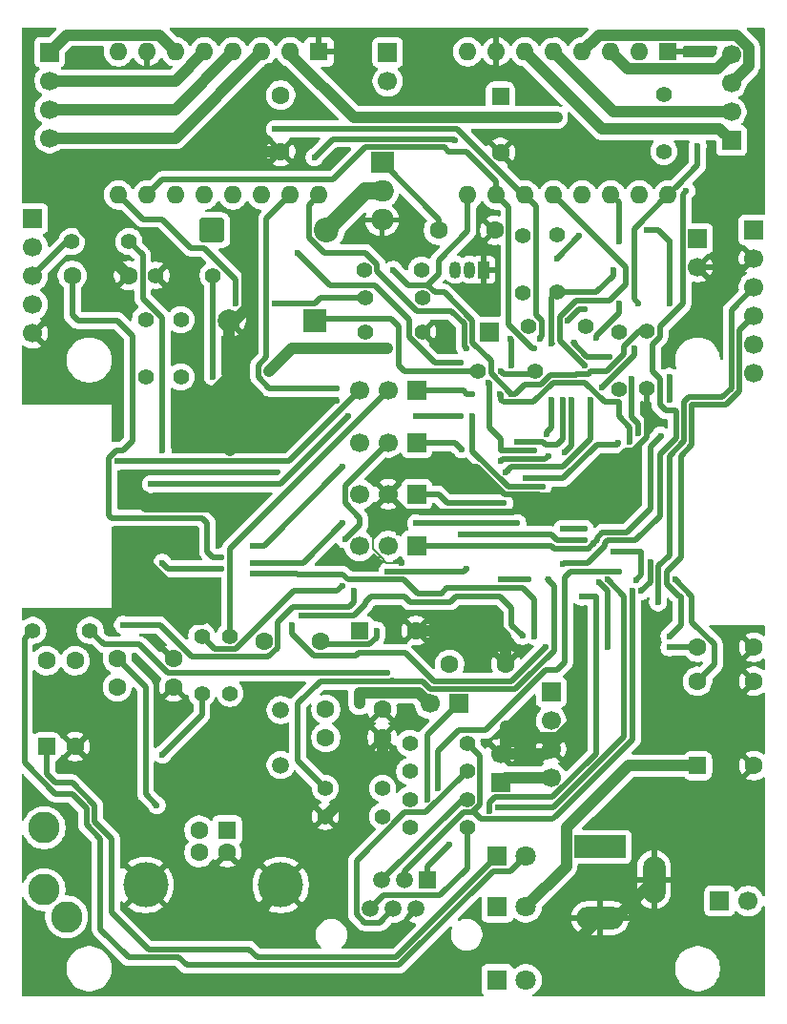
<source format=gbl>
%TF.GenerationSoftware,KiCad,Pcbnew,9.0.3*%
%TF.CreationDate,2025-07-31T09:26:23+09:00*%
%TF.ProjectId,OnStepJuwei17,4f6e5374-6570-44a7-9577-656931372e6b,rev?*%
%TF.SameCoordinates,Original*%
%TF.FileFunction,Copper,L2,Bot*%
%TF.FilePolarity,Positive*%
%FSLAX46Y46*%
G04 Gerber Fmt 4.6, Leading zero omitted, Abs format (unit mm)*
G04 Created by KiCad (PCBNEW 9.0.3) date 2025-07-31 09:26:23*
%MOMM*%
%LPD*%
G01*
G04 APERTURE LIST*
G04 Aperture macros list*
%AMRoundRect*
0 Rectangle with rounded corners*
0 $1 Rounding radius*
0 $2 $3 $4 $5 $6 $7 $8 $9 X,Y pos of 4 corners*
0 Add a 4 corners polygon primitive as box body*
4,1,4,$2,$3,$4,$5,$6,$7,$8,$9,$2,$3,0*
0 Add four circle primitives for the rounded corners*
1,1,$1+$1,$2,$3*
1,1,$1+$1,$4,$5*
1,1,$1+$1,$6,$7*
1,1,$1+$1,$8,$9*
0 Add four rect primitives between the rounded corners*
20,1,$1+$1,$2,$3,$4,$5,0*
20,1,$1+$1,$4,$5,$6,$7,0*
20,1,$1+$1,$6,$7,$8,$9,0*
20,1,$1+$1,$8,$9,$2,$3,0*%
G04 Aperture macros list end*
%TA.AperFunction,ComponentPad*%
%ADD10R,1.700000X1.700000*%
%TD*%
%TA.AperFunction,ComponentPad*%
%ADD11C,1.700000*%
%TD*%
%TA.AperFunction,ComponentPad*%
%ADD12C,1.600000*%
%TD*%
%TA.AperFunction,ComponentPad*%
%ADD13C,1.400000*%
%TD*%
%TA.AperFunction,ComponentPad*%
%ADD14R,4.600000X2.000000*%
%TD*%
%TA.AperFunction,ComponentPad*%
%ADD15O,4.200000X2.000000*%
%TD*%
%TA.AperFunction,ComponentPad*%
%ADD16O,2.000000X4.200000*%
%TD*%
%TA.AperFunction,ComponentPad*%
%ADD17C,1.500000*%
%TD*%
%TA.AperFunction,ComponentPad*%
%ADD18R,1.800000X1.800000*%
%TD*%
%TA.AperFunction,ComponentPad*%
%ADD19C,1.800000*%
%TD*%
%TA.AperFunction,ComponentPad*%
%ADD20RoundRect,0.249999X-0.850001X-0.850001X0.850001X-0.850001X0.850001X0.850001X-0.850001X0.850001X0*%
%TD*%
%TA.AperFunction,ComponentPad*%
%ADD21C,2.200000*%
%TD*%
%TA.AperFunction,HeatsinkPad*%
%ADD22C,0.600000*%
%TD*%
%TA.AperFunction,ComponentPad*%
%ADD23RoundRect,0.250000X-0.550000X0.550000X-0.550000X-0.550000X0.550000X-0.550000X0.550000X0.550000X0*%
%TD*%
%TA.AperFunction,ComponentPad*%
%ADD24R,2.000000X2.000000*%
%TD*%
%TA.AperFunction,ComponentPad*%
%ADD25C,2.000000*%
%TD*%
%TA.AperFunction,ComponentPad*%
%ADD26R,1.600000X1.600000*%
%TD*%
%TA.AperFunction,ComponentPad*%
%ADD27C,4.000000*%
%TD*%
%TA.AperFunction,ComponentPad*%
%ADD28RoundRect,0.250000X-0.550000X-0.550000X0.550000X-0.550000X0.550000X0.550000X-0.550000X0.550000X0*%
%TD*%
%TA.AperFunction,ComponentPad*%
%ADD29O,1.600000X1.600000*%
%TD*%
%TA.AperFunction,ComponentPad*%
%ADD30R,1.050000X1.500000*%
%TD*%
%TA.AperFunction,ComponentPad*%
%ADD31O,1.050000X1.500000*%
%TD*%
%TA.AperFunction,ComponentPad*%
%ADD32C,2.800000*%
%TD*%
%TA.AperFunction,ComponentPad*%
%ADD33R,2.000000X1.905000*%
%TD*%
%TA.AperFunction,ComponentPad*%
%ADD34O,2.000000X1.905000*%
%TD*%
%TA.AperFunction,ComponentPad*%
%ADD35RoundRect,0.250000X0.550000X-0.550000X0.550000X0.550000X-0.550000X0.550000X-0.550000X-0.550000X0*%
%TD*%
%TA.AperFunction,ComponentPad*%
%ADD36R,1.520000X1.520000*%
%TD*%
%TA.AperFunction,ComponentPad*%
%ADD37C,1.520000*%
%TD*%
%TA.AperFunction,ViaPad*%
%ADD38C,0.600000*%
%TD*%
%TA.AperFunction,Conductor*%
%ADD39C,0.500000*%
%TD*%
%TA.AperFunction,Conductor*%
%ADD40C,1.000000*%
%TD*%
%TA.AperFunction,Conductor*%
%ADD41C,0.200000*%
%TD*%
%TA.AperFunction,Conductor*%
%ADD42C,1.500000*%
%TD*%
G04 APERTURE END LIST*
D10*
%TO.P,J8,1,Pin_1*%
%TO.N,2B_2*%
X53500000Y-52690000D03*
D11*
%TO.P,J8,2,Pin_2*%
%TO.N,2A_2*%
X53500000Y-55230000D03*
%TO.P,J8,3,Pin_3*%
%TO.N,1A_2*%
X53500000Y-57770000D03*
%TO.P,J8,4,Pin_4*%
%TO.N,1B_2*%
X53500000Y-60310000D03*
%TD*%
D12*
%TO.P,C5,1*%
%TO.N,XI*%
X78000000Y-111000000D03*
%TO.P,C5,2*%
%TO.N,GND*%
X83000000Y-111000000D03*
%TD*%
D10*
%TO.P,J9,1,Pin_1*%
%TO.N,2B_1*%
X114000000Y-60540000D03*
D11*
%TO.P,J9,2,Pin_2*%
%TO.N,2A_1*%
X114000000Y-58000000D03*
%TO.P,J9,3,Pin_3*%
%TO.N,1A_1*%
X114000000Y-55460000D03*
%TO.P,J9,4,Pin_4*%
%TO.N,1B_1*%
X114000000Y-52920000D03*
%TD*%
D13*
%TO.P,R23,1*%
%TO.N,GND*%
X86580000Y-77500000D03*
%TO.P,R23,2*%
%TO.N,Net-(Q1-G)*%
X81500000Y-77500000D03*
%TD*%
%TO.P,R9,1*%
%TO.N,DE-*%
X90540000Y-116500000D03*
%TO.P,R9,2*%
%TO.N,+3V3*%
X85460000Y-116500000D03*
%TD*%
D12*
%TO.P,C3,1*%
%TO.N,u5V*%
X59500000Y-109000000D03*
%TO.P,C3,2*%
%TO.N,GND*%
X64500000Y-109000000D03*
%TD*%
D13*
%TO.P,R5,1*%
%TO.N,+3V3*%
X95500000Y-68960000D03*
%TO.P,R5,2*%
%TO.N,SDA*%
X95500000Y-74040000D03*
%TD*%
D10*
%TO.P,J2,1,Pin_1*%
%TO.N,Net-(J2-Pin_1)*%
X111000000Y-69225000D03*
D11*
%TO.P,J2,2,Pin_2*%
%TO.N,GND*%
X111000000Y-71765000D03*
%TD*%
D12*
%TO.P,C1,1*%
%TO.N,RSTa*%
X111000000Y-105500000D03*
%TO.P,C1,2*%
%TO.N,GND*%
X116000000Y-105500000D03*
%TD*%
D13*
%TO.P,R13,1*%
%TO.N,RX2*%
X68000000Y-72500000D03*
%TO.P,R13,2*%
%TO.N,GND*%
X62920000Y-72500000D03*
%TD*%
D14*
%TO.P,J15,1*%
%TO.N,Net-(J16-Pin_1)*%
X102350000Y-123200000D03*
D15*
%TO.P,J15,2*%
%TO.N,GND*%
X102350000Y-129500000D03*
D16*
%TO.P,J15,3*%
X107150000Y-126100000D03*
%TD*%
D10*
%TO.P,J7,1,Pin_1*%
%TO.N,+5V*%
X93500000Y-117500000D03*
D11*
%TO.P,J7,2,Pin_2*%
%TO.N,GND*%
X93500000Y-114960000D03*
%TD*%
D10*
%TO.P,J12,1,Pin_1*%
%TO.N,DIR1*%
X86080000Y-91910000D03*
D11*
%TO.P,J12,2,Pin_2*%
%TO.N,GND*%
X83540000Y-91910000D03*
%TO.P,J12,3,Pin_3*%
%TO.N,FlashB*%
X81000000Y-91910000D03*
%TD*%
D17*
%TO.P,Y1,1,1*%
%TO.N,XI*%
X74000000Y-111060000D03*
%TO.P,Y1,2,2*%
%TO.N,XO*%
X74000000Y-115940000D03*
%TD*%
D18*
%TO.P,D3,1,K*%
%TO.N,Net-(D3-K)*%
X93230000Y-128500000D03*
D19*
%TO.P,D3,2,A*%
%TO.N,+3V3*%
X95770000Y-128500000D03*
%TD*%
D13*
%TO.P,R10,1*%
%TO.N,RA-*%
X90540000Y-114000000D03*
%TO.P,R10,2*%
%TO.N,+3V3*%
X85460000Y-114000000D03*
%TD*%
D20*
%TO.P,D5,1,K*%
%TO.N,VM*%
X67920000Y-68500000D03*
D21*
%TO.P,D5,2,A*%
%TO.N,/-*%
X78080000Y-68500000D03*
%TD*%
D12*
%TO.P,C12,1*%
%TO.N,+3V3*%
X111000000Y-108500000D03*
%TO.P,C12,2*%
%TO.N,GND*%
X116000000Y-108500000D03*
%TD*%
D13*
%TO.P,R21,1*%
%TO.N,Net-(Q2-B)*%
X86580000Y-74500000D03*
%TO.P,R21,2*%
%TO.N,EN12*%
X81500000Y-74500000D03*
%TD*%
D10*
%TO.P,J18,1,Pin_1*%
%TO.N,+5V*%
X52000000Y-67460000D03*
D11*
%TO.P,J18,2,Pin_2*%
%TO.N,+3V3*%
X52000000Y-70000000D03*
%TO.P,J18,3,Pin_3*%
%TO.N,Net-(J18-Pin_3)*%
X52000000Y-72540000D03*
%TO.P,J18,4,Pin_4*%
%TO.N,PEC*%
X52000000Y-75080000D03*
%TO.P,J18,5,Pin_5*%
%TO.N,GND*%
X52000000Y-77620000D03*
%TD*%
D22*
%TO.P,U1,39,GND*%
%TO.N,GND*%
X102990000Y-91000000D03*
X101590000Y-91000000D03*
X103690000Y-91700000D03*
X102290000Y-91700000D03*
X100890000Y-91700000D03*
X102990000Y-92375000D03*
X101590000Y-92375000D03*
X103690000Y-93100000D03*
X102290000Y-93100000D03*
X100890000Y-93100000D03*
X102990000Y-93800000D03*
X101590000Y-93800000D03*
%TD*%
D12*
%TO.P,C13,1*%
%TO.N,VM*%
X74000000Y-56500000D03*
%TO.P,C13,2*%
%TO.N,GND*%
X74000000Y-61500000D03*
%TD*%
D13*
%TO.P,R18,1*%
%TO.N,GND*%
X77960000Y-120500000D03*
%TO.P,R18,2*%
%TO.N,Net-(D2-K)*%
X83040000Y-120500000D03*
%TD*%
D23*
%TO.P,C11,1*%
%TO.N,VM*%
X93500000Y-56597349D03*
D12*
%TO.P,C11,2*%
%TO.N,GND*%
X93500000Y-61597349D03*
%TD*%
D13*
%TO.P,R12,1*%
%TO.N,Net-(U3-RXD)*%
X69500000Y-109580000D03*
%TO.P,R12,2*%
%TO.N,RX*%
X69500000Y-104500000D03*
%TD*%
D10*
%TO.P,J11,1,Pin_1*%
%TO.N,RXa*%
X86080000Y-87320000D03*
D11*
%TO.P,J11,2,Pin_2*%
%TO.N,TX*%
X83540000Y-87320000D03*
%TO.P,J11,3,Pin_3*%
%TO.N,RXb*%
X81000000Y-87320000D03*
%TD*%
D24*
%TO.P,BZ1,1,+*%
%TO.N,Net-(BZ1-+)*%
X77000000Y-76500000D03*
D25*
%TO.P,BZ1,2,-*%
%TO.N,GND*%
X69400000Y-76500000D03*
%TD*%
D13*
%TO.P,R1,1*%
%TO.N,+3V3*%
X104000000Y-77500000D03*
%TO.P,R1,2*%
%TO.N,RSTa*%
X104000000Y-82580000D03*
%TD*%
D12*
%TO.P,C4,1*%
%TO.N,XO*%
X78000000Y-113500000D03*
%TO.P,C4,2*%
%TO.N,GND*%
X83000000Y-113500000D03*
%TD*%
D10*
%TO.P,J14,1,Pin_1*%
%TO.N,+3V3*%
X116000000Y-68460000D03*
D11*
%TO.P,J14,2,Pin_2*%
%TO.N,GND*%
X116000000Y-71000000D03*
%TO.P,J14,3,Pin_3*%
%TO.N,SCL*%
X116000000Y-73540000D03*
%TO.P,J14,4,Pin_4*%
%TO.N,SDA*%
X116000000Y-76080000D03*
%TO.P,J14,5,Pin_5*%
%TO.N,/CSB*%
X116000000Y-78620000D03*
%TO.P,J14,6,Pin_6*%
%TO.N,/SDO*%
X116000000Y-81160000D03*
%TD*%
D26*
%TO.P,J5,1,VBUS*%
%TO.N,u5V*%
X69250000Y-121712500D03*
D12*
%TO.P,J5,2,D-*%
%TO.N,D-*%
X66750000Y-121712500D03*
%TO.P,J5,3,D+*%
%TO.N,D+*%
X66750000Y-123712500D03*
%TO.P,J5,4,GND*%
%TO.N,GND*%
X69250000Y-123712500D03*
D27*
%TO.P,J5,5,Shield*%
X74000000Y-126572500D03*
X62000000Y-126572500D03*
%TD*%
D28*
%TO.P,C10,1*%
%TO.N,+3V3*%
X111000000Y-116000000D03*
D12*
%TO.P,C10,2*%
%TO.N,GND*%
X116000000Y-116000000D03*
%TD*%
D26*
%TO.P,A2,1,GND*%
%TO.N,GND*%
X77390000Y-52660000D03*
D29*
%TO.P,A2,2,VDD*%
%TO.N,+3V3*%
X74850000Y-52660000D03*
%TO.P,A2,3,1B*%
%TO.N,1B_2*%
X72310000Y-52660000D03*
%TO.P,A2,4,1A*%
%TO.N,1A_2*%
X69770000Y-52660000D03*
%TO.P,A2,5,2A*%
%TO.N,2A_2*%
X67230000Y-52660000D03*
%TO.P,A2,6,2B*%
%TO.N,2B_2*%
X64690000Y-52660000D03*
%TO.P,A2,7,GND*%
%TO.N,GND*%
X62150000Y-52660000D03*
%TO.P,A2,8,VMOT*%
%TO.N,VM*%
X59610000Y-52660000D03*
%TO.P,A2,9,~{ENABLE}*%
%TO.N,EN12*%
X59610000Y-65360000D03*
%TO.P,A2,10,MS1*%
%TO.N,MOSI*%
X62150000Y-65360000D03*
%TO.P,A2,11,MS2*%
%TO.N,CLK*%
X64690000Y-65360000D03*
%TO.P,A2,12,MS3*%
%TO.N,CS2*%
X67230000Y-65360000D03*
%TO.P,A2,13,~{RESET}*%
%TO.N,AUX2*%
X69770000Y-65360000D03*
%TO.P,A2,14,~{SLEEP}*%
X72310000Y-65360000D03*
%TO.P,A2,15,STEP*%
%TO.N,STP2*%
X74850000Y-65360000D03*
%TO.P,A2,16,DIR*%
%TO.N,DIR2*%
X77390000Y-65360000D03*
%TD*%
D10*
%TO.P,J10,1,Pin_1*%
%TO.N,TXa*%
X86080000Y-82730000D03*
D11*
%TO.P,J10,2,Pin_2*%
%TO.N,RX*%
X83540000Y-82730000D03*
%TO.P,J10,3,Pin_3*%
%TO.N,TXb*%
X81000000Y-82730000D03*
%TD*%
D13*
%TO.P,R19,1*%
%TO.N,AUX8*%
X77960000Y-118000000D03*
%TO.P,R19,2*%
%TO.N,Net-(D3-K)*%
X83040000Y-118000000D03*
%TD*%
D18*
%TO.P,D2,1,K*%
%TO.N,Net-(D2-K)*%
X93230000Y-135000000D03*
D19*
%TO.P,D2,2,A*%
%TO.N,+5V*%
X95770000Y-135000000D03*
%TD*%
D13*
%TO.P,R6,1*%
%TO.N,PPS*%
X98500000Y-74000000D03*
%TO.P,R6,2*%
%TO.N,+3V3*%
X98500000Y-68920000D03*
%TD*%
%TO.P,R14,1*%
%TO.N,+3V3*%
X65150000Y-76420000D03*
%TO.P,R14,2*%
%TO.N,Net-(U4-EN)*%
X65150000Y-81500000D03*
%TD*%
D30*
%TO.P,Q2,1,E*%
%TO.N,GND*%
X92040000Y-72000000D03*
D31*
%TO.P,Q2,2,B*%
%TO.N,Net-(Q2-B)*%
X90770000Y-72000000D03*
%TO.P,Q2,3,C*%
%TO.N,Net-(Q1-G)*%
X89500000Y-72000000D03*
%TD*%
D26*
%TO.P,A1,1,GND*%
%TO.N,GND*%
X108390000Y-52660000D03*
D29*
%TO.P,A1,2,VDD*%
%TO.N,+3V3*%
X105850000Y-52660000D03*
%TO.P,A1,3,1B*%
%TO.N,1B_1*%
X103310000Y-52660000D03*
%TO.P,A1,4,1A*%
%TO.N,1A_1*%
X100770000Y-52660000D03*
%TO.P,A1,5,2A*%
%TO.N,2A_1*%
X98230000Y-52660000D03*
%TO.P,A1,6,2B*%
%TO.N,2B_1*%
X95690000Y-52660000D03*
%TO.P,A1,7,GND*%
%TO.N,GND*%
X93150000Y-52660000D03*
%TO.P,A1,8,VMOT*%
%TO.N,VM*%
X90610000Y-52660000D03*
%TO.P,A1,9,~{ENABLE}*%
%TO.N,EN12*%
X90610000Y-65360000D03*
%TO.P,A1,10,MS1*%
%TO.N,MOSI*%
X93150000Y-65360000D03*
%TO.P,A1,11,MS2*%
%TO.N,CLK*%
X95690000Y-65360000D03*
%TO.P,A1,12,MS3*%
%TO.N,CS1*%
X98230000Y-65360000D03*
%TO.P,A1,13,~{RESET}*%
%TO.N,AUX2*%
X100770000Y-65360000D03*
%TO.P,A1,14,~{SLEEP}*%
X103310000Y-65360000D03*
%TO.P,A1,15,STEP*%
%TO.N,STP1*%
X105850000Y-65360000D03*
%TO.P,A1,16,DIR*%
%TO.N,DIR1*%
X108390000Y-65360000D03*
%TD*%
D12*
%TO.P,C2,1*%
%TO.N,Net-(U3-V3)*%
X59500000Y-106500000D03*
%TO.P,C2,2*%
%TO.N,GND*%
X64500000Y-106500000D03*
%TD*%
D13*
%TO.P,R8,1*%
%TO.N,DE+*%
X90540000Y-119000000D03*
%TO.P,R8,2*%
%TO.N,+3V3*%
X85460000Y-119000000D03*
%TD*%
D10*
%TO.P,J3,1,Pin_1*%
%TO.N,PPS*%
X92500000Y-77500000D03*
%TD*%
D13*
%TO.P,R7,1*%
%TO.N,RA+*%
X90540000Y-121500000D03*
%TO.P,R7,2*%
%TO.N,+3V3*%
X85460000Y-121500000D03*
%TD*%
D12*
%TO.P,C7,1*%
%TO.N,PEC*%
X55500000Y-72500000D03*
%TO.P,C7,2*%
%TO.N,GND*%
X60500000Y-72500000D03*
%TD*%
D32*
%TO.P,J20,R*%
%TO.N,N/C*%
X53000000Y-121500000D03*
%TO.P,J20,S*%
%TO.N,Net-(J20-PadS)*%
X55000000Y-129400000D03*
%TO.P,J20,T*%
%TO.N,Net-(J20-PadT)*%
X53000000Y-127000000D03*
%TD*%
D10*
%TO.P,J19,1,Pin_1*%
%TO.N,VM*%
X83500000Y-52725000D03*
D11*
%TO.P,J19,2,Pin_2*%
%TO.N,/-*%
X83500000Y-55265000D03*
%TD*%
D10*
%TO.P,J13,1,Pin_1*%
%TO.N,RSTa*%
X86080000Y-96500000D03*
D11*
%TO.P,J13,2,Pin_2*%
%TO.N,Net-(J13-Pin_2)*%
X83540000Y-96500000D03*
%TO.P,J13,3,Pin_3*%
%TO.N,RSTb*%
X81000000Y-96500000D03*
%TD*%
D13*
%TO.P,R20,1*%
%TO.N,Net-(J18-Pin_3)*%
X55460000Y-69500000D03*
%TO.P,R20,2*%
%TO.N,Reticle*%
X60540000Y-69500000D03*
%TD*%
D33*
%TO.P,Q1,1,G*%
%TO.N,Net-(Q1-G)*%
X83000000Y-62500000D03*
D34*
%TO.P,Q1,2,D*%
%TO.N,/-*%
X83000000Y-65040000D03*
%TO.P,Q1,3,S*%
%TO.N,GND*%
X83000000Y-67580000D03*
%TD*%
D13*
%TO.P,R2,1*%
%TO.N,GND*%
X106500000Y-82540000D03*
%TO.P,R2,2*%
%TO.N,EN12*%
X106500000Y-77460000D03*
%TD*%
D35*
%TO.P,U6,1*%
%TO.N,Net-(D1-K)*%
X53225000Y-114305000D03*
D12*
%TO.P,U6,2*%
%TO.N,GND*%
X55765000Y-114305000D03*
%TO.P,U6,3*%
%TO.N,Net-(J20-PadS)*%
X55765000Y-106685000D03*
%TO.P,U6,4*%
%TO.N,Net-(J20-PadT)*%
X53225000Y-106685000D03*
%TD*%
%TO.P,C8,1*%
%TO.N,Net-(Q1-G)*%
X88000000Y-68500000D03*
%TO.P,C8,2*%
%TO.N,GND*%
X93000000Y-68500000D03*
%TD*%
%TO.P,C14,1*%
%TO.N,+5V*%
X89000000Y-107000000D03*
%TO.P,C14,2*%
%TO.N,GND*%
X94000000Y-107000000D03*
%TD*%
D13*
%TO.P,R22,1*%
%TO.N,Net-(Q1-G)*%
X86500000Y-72000000D03*
%TO.P,R22,2*%
%TO.N,VM*%
X81420000Y-72000000D03*
%TD*%
%TO.P,R11,1*%
%TO.N,TX*%
X67000000Y-104500000D03*
%TO.P,R11,2*%
%TO.N,Net-(U3-TXD)*%
X67000000Y-109580000D03*
%TD*%
%TO.P,R16,1*%
%TO.N,Net-(BZ1-+)*%
X91500000Y-81000000D03*
%TO.P,R16,2*%
%TO.N,Tone*%
X96580000Y-81000000D03*
%TD*%
D12*
%TO.P,C6,1*%
%TO.N,DTR*%
X72500000Y-105000000D03*
%TO.P,C6,2*%
%TO.N,Net-(J13-Pin_2)*%
X77500000Y-105000000D03*
%TD*%
D13*
%TO.P,R15,1*%
%TO.N,+3V3*%
X62000000Y-76420000D03*
%TO.P,R15,2*%
%TO.N,RSTb*%
X62000000Y-81500000D03*
%TD*%
D10*
%TO.P,J6,1,Pin_1*%
%TO.N,/EN*%
X98000000Y-109460000D03*
D11*
%TO.P,J6,2,Pin_2*%
%TO.N,VM*%
X98000000Y-112000000D03*
%TO.P,J6,3,Pin_3*%
%TO.N,GND*%
X98000000Y-114540000D03*
%TO.P,J6,4,Pin_4*%
%TO.N,+5V*%
X98000000Y-117080000D03*
%TD*%
D13*
%TO.P,R4,1*%
%TO.N,SCL*%
X96000000Y-77000000D03*
%TO.P,R4,2*%
%TO.N,+3V3*%
X101080000Y-77000000D03*
%TD*%
%TO.P,R17,1*%
%TO.N,Net-(D1-A)*%
X52000000Y-104000000D03*
%TO.P,R17,2*%
%TO.N,OneWire*%
X57080000Y-104000000D03*
%TD*%
D18*
%TO.P,D1,1,K*%
%TO.N,Net-(D1-K)*%
X93230000Y-124000000D03*
D19*
%TO.P,D1,2,A*%
%TO.N,Net-(D1-A)*%
X95770000Y-124000000D03*
%TD*%
D10*
%TO.P,J16,1,Pin_1*%
%TO.N,Net-(J16-Pin_1)*%
X112960000Y-128000000D03*
D11*
%TO.P,J16,2,Pin_2*%
%TO.N,VM*%
X115500000Y-128000000D03*
%TD*%
D10*
%TO.P,J4,1,Pin_1*%
%TO.N,Net-(J4-Pin_1)*%
X89775000Y-110500000D03*
D11*
%TO.P,J4,2,Pin_2*%
%TO.N,+5V*%
X87235000Y-110500000D03*
%TD*%
D28*
%TO.P,C9,1*%
%TO.N,+5V*%
X81000000Y-104000000D03*
D12*
%TO.P,C9,2*%
%TO.N,GND*%
X86000000Y-104000000D03*
%TD*%
D36*
%TO.P,J1,1*%
%TO.N,Net-(J4-Pin_1)*%
X87050000Y-126160000D03*
D37*
%TO.P,J1,2*%
%TO.N,GND*%
X86030000Y-128700000D03*
%TO.P,J1,3*%
%TO.N,RA-*%
X85010000Y-126160000D03*
%TO.P,J1,4*%
%TO.N,DE-*%
X83990000Y-128700000D03*
%TO.P,J1,5*%
%TO.N,DE+*%
X82970000Y-126160000D03*
%TO.P,J1,6*%
%TO.N,RA+*%
X81950000Y-128700000D03*
%TD*%
D13*
%TO.P,R3,1*%
%TO.N,DIR1*%
X108000000Y-56420000D03*
%TO.P,R3,2*%
%TO.N,+3V3*%
X108000000Y-61500000D03*
%TD*%
D38*
%TO.N,AUX2*%
X104000000Y-75000000D03*
X104000000Y-69500000D03*
X77000000Y-62000000D03*
X99000000Y-83500000D03*
X95000000Y-87250000D03*
X89500000Y-60500000D03*
X102000000Y-78000000D03*
%TO.N,CS1*%
X99250000Y-88189340D03*
X99800003Y-83500000D03*
X99000000Y-95000000D03*
X105530331Y-99530331D03*
X103500000Y-97000000D03*
X101000000Y-80500000D03*
X101000000Y-95000000D03*
%TO.N,DIR1*%
X105750000Y-75000000D03*
X93832364Y-92701000D03*
X94000000Y-90000000D03*
X101468963Y-83531037D03*
X105349000Y-79000000D03*
X102530331Y-82469669D03*
X111000000Y-61000000D03*
%TO.N,GND*%
X62000000Y-92000000D03*
X113500000Y-62500000D03*
X54000000Y-77000000D03*
X82169946Y-95500000D03*
X75000000Y-121500000D03*
X62000000Y-95500000D03*
X107500000Y-109500000D03*
X71500000Y-78000000D03*
X98000000Y-51159000D03*
X88000000Y-77000000D03*
X54500000Y-103500000D03*
X61000000Y-121000000D03*
X85065000Y-93435000D03*
X116000000Y-120000000D03*
X62000000Y-96500000D03*
X115500000Y-63000000D03*
X73500000Y-118000000D03*
X67000000Y-103000000D03*
X67000000Y-61000000D03*
X89500000Y-133000000D03*
X109500000Y-77000000D03*
X90750000Y-89500000D03*
X96500000Y-56000000D03*
X69500000Y-81000000D03*
X57500000Y-106500000D03*
X56500000Y-65500000D03*
X65000000Y-62500000D03*
X109000000Y-130000000D03*
X74000000Y-54161000D03*
X65000000Y-79000000D03*
X65500000Y-103000000D03*
X58500000Y-112000000D03*
X71500000Y-129500000D03*
X100000000Y-113000000D03*
X61055000Y-115555000D03*
X113000000Y-72500000D03*
X112500000Y-77000000D03*
X52000000Y-118500000D03*
X69500000Y-93000000D03*
X91500000Y-70000000D03*
X63500000Y-134500000D03*
X100000000Y-108500000D03*
X69000000Y-59000000D03*
X56000000Y-53000000D03*
X79000000Y-83630552D03*
X91500000Y-73500000D03*
X58000000Y-75000000D03*
X63000000Y-105000000D03*
X81500000Y-98500000D03*
X102500000Y-62000000D03*
X111500000Y-65000000D03*
X109000000Y-63000000D03*
X71000000Y-90000000D03*
X55500000Y-63500000D03*
X69500000Y-90000000D03*
X52500000Y-131000000D03*
X88000000Y-55500000D03*
X54500000Y-104500000D03*
X52000000Y-83000000D03*
X53000000Y-109000000D03*
X53000000Y-112000000D03*
X54000000Y-78000000D03*
X62000000Y-93000000D03*
X73000000Y-54161000D03*
X71500000Y-61500000D03*
X75000000Y-86000000D03*
X66500000Y-131000000D03*
X64500000Y-74500000D03*
X115500000Y-64500000D03*
X80000000Y-120500000D03*
X113000000Y-73500000D03*
X70500000Y-62500000D03*
X70500000Y-87500000D03*
X82500000Y-135500000D03*
X69500000Y-88000000D03*
X80500000Y-118000000D03*
X80500000Y-51024000D03*
X112000000Y-65500000D03*
X84691000Y-98000000D03*
X59000000Y-62500000D03*
X111000000Y-77000000D03*
X58500000Y-114500000D03*
X84500000Y-95349000D03*
X106000000Y-63000000D03*
X84500000Y-89500000D03*
X71000000Y-93000000D03*
X103000000Y-121000000D03*
X57000000Y-74500000D03*
X110500000Y-52500000D03*
X99500000Y-61000000D03*
X72000000Y-118000000D03*
X86000000Y-51024000D03*
X58500000Y-117000000D03*
X66500000Y-83000000D03*
X57500000Y-69500000D03*
X90500000Y-74000000D03*
X68500000Y-51000000D03*
X88000000Y-51024000D03*
X100500000Y-134000000D03*
X114000000Y-73500000D03*
%TO.N,+3V3*%
X83500000Y-79000000D03*
X73000000Y-81000000D03*
X109000000Y-99500000D03*
X98500000Y-58500000D03*
X108500000Y-81500000D03*
X108500000Y-83514240D03*
%TO.N,EN12*%
X94500000Y-83000000D03*
X73500000Y-75000000D03*
X84000000Y-72000000D03*
X70000000Y-75000000D03*
%TO.N,STP1*%
X99065687Y-98065687D03*
X110000000Y-65000000D03*
%TO.N,MOSI*%
X97586021Y-86578987D03*
X98000000Y-83500000D03*
X97750000Y-88500000D03*
X96500000Y-79000000D03*
X93500000Y-89000000D03*
%TO.N,CLK*%
X94500000Y-80500000D03*
X73500000Y-59500000D03*
X94405789Y-78094211D03*
X97000000Y-78151000D03*
%TO.N,CS2*%
X91030331Y-84969669D03*
X75500000Y-70500000D03*
X97250000Y-91250000D03*
X90000000Y-80250000D03*
%TO.N,DIR2*%
X90500000Y-79000000D03*
%TO.N,STP2*%
X79000000Y-82500000D03*
X86000000Y-85000000D03*
X90000000Y-85000000D03*
%TO.N,RSTa*%
X103000000Y-105500000D03*
X108500000Y-105500000D03*
X101750706Y-96311368D03*
X107719669Y-86719669D03*
X102250000Y-99750000D03*
%TO.N,Net-(U3-V3)*%
X63000000Y-119500000D03*
%TO.N,Net-(J13-Pin_2)*%
X82500000Y-104000000D03*
%TO.N,PEC*%
X86000000Y-94500000D03*
X79500000Y-94500000D03*
X95750000Y-90500000D03*
X71500000Y-98000000D03*
X68750000Y-97500000D03*
X95000000Y-94500000D03*
X103950831Y-87390169D03*
%TO.N,+5V*%
X81000000Y-109500000D03*
X81000000Y-110500000D03*
%TO.N,DE+*%
X100750000Y-101000000D03*
X92500000Y-120000000D03*
%TO.N,Net-(J4-Pin_1)*%
X86989669Y-118989669D03*
X89000000Y-123000000D03*
%TO.N,RA+*%
X104000000Y-98749000D03*
X87989669Y-117989669D03*
%TO.N,DE-*%
X103059660Y-99499000D03*
X93294669Y-119705331D03*
%TO.N,RA-*%
X105200997Y-100500000D03*
%TO.N,PPS*%
X103500000Y-72000000D03*
X98065687Y-78565687D03*
X100030331Y-78469669D03*
X105750000Y-86500000D03*
X105151000Y-81651000D03*
X103199669Y-79699669D03*
%TO.N,TXa*%
X106856313Y-97914075D03*
X106001000Y-100500000D03*
X105000000Y-87250000D03*
X91000000Y-83000000D03*
X93435020Y-83004318D03*
%TO.N,TXb*%
X59500000Y-89000000D03*
%TO.N,RXa*%
X90000000Y-95500000D03*
X90061364Y-87938636D03*
X101000000Y-96000000D03*
%TO.N,RXb*%
X62500000Y-91000000D03*
X80000000Y-85000000D03*
%TO.N,TX*%
X79469669Y-100030331D03*
X79731348Y-95928760D03*
%TO.N,FlashB*%
X79500000Y-89500000D03*
X71500000Y-96500000D03*
%TO.N,RSTb*%
X60000000Y-103500000D03*
X80500000Y-100500000D03*
%TO.N,SCL*%
X99500000Y-76500000D03*
X101000000Y-75500000D03*
X107500000Y-101500000D03*
%TO.N,SDA*%
X108500000Y-69500000D03*
X106500000Y-68500000D03*
X108500000Y-75000000D03*
X98500000Y-71000000D03*
X100500000Y-69000000D03*
X108500000Y-104500000D03*
%TO.N,Net-(U3-TXD)*%
X63500000Y-115000000D03*
%TO.N,RX2*%
X95470000Y-104470000D03*
X68000000Y-81500000D03*
X75854260Y-102645740D03*
%TO.N,Tone*%
X93500000Y-99500000D03*
X93526013Y-80973987D03*
X92465351Y-82034649D03*
X96000000Y-99500000D03*
X96500000Y-88000000D03*
%TO.N,OneWire*%
X90500000Y-98500000D03*
X83500000Y-98750000D03*
X83500000Y-107750000D03*
%TO.N,AUX8*%
X97750000Y-99500000D03*
%TO.N,Reticle*%
X71500000Y-98949998D03*
X63500000Y-98000000D03*
X96500331Y-104500331D03*
X68750000Y-98500000D03*
X63500000Y-88000000D03*
%TO.N,TX2*%
X75000000Y-103500000D03*
X97500000Y-105500000D03*
%TD*%
D39*
%TO.N,AUX2*%
X99000000Y-83500000D02*
X99000000Y-87000000D01*
X97500000Y-87500000D02*
X97249000Y-87249000D01*
X78604500Y-60395500D02*
X86000000Y-60395500D01*
X89395500Y-60395500D02*
X89500000Y-60500000D01*
X95001000Y-87249000D02*
X95000000Y-87250000D01*
X98500000Y-87500000D02*
X97500000Y-87500000D01*
X97249000Y-87249000D02*
X95001000Y-87249000D01*
X99000000Y-87000000D02*
X98500000Y-87500000D01*
X102000000Y-77872240D02*
X104000000Y-75872240D01*
X86000000Y-60395500D02*
X89395500Y-60395500D01*
X104000000Y-66050000D02*
X103310000Y-65360000D01*
X104000000Y-75872240D02*
X104000000Y-75000000D01*
X104000000Y-69500000D02*
X104000000Y-66050000D01*
X77000000Y-62000000D02*
X78604500Y-60395500D01*
X102000000Y-78000000D02*
X102000000Y-77872240D01*
%TO.N,CS1*%
X103188925Y-74749000D02*
X100188925Y-74749000D01*
X98749000Y-78249000D02*
X101000000Y-80500000D01*
X106000000Y-97000000D02*
X106000000Y-99060662D01*
X106000000Y-97000000D02*
X103500000Y-97000000D01*
X104648000Y-71778000D02*
X104648000Y-73289925D01*
X98749000Y-76188925D02*
X98749000Y-78249000D01*
X99800003Y-83500000D02*
X99800003Y-87639337D01*
X98230000Y-65360000D02*
X104648000Y-71778000D01*
X100188925Y-74749000D02*
X98749000Y-76188925D01*
X99800003Y-87639337D02*
X99250000Y-88189340D01*
X106000000Y-99060662D02*
X105530331Y-99530331D01*
X99000000Y-95000000D02*
X101000000Y-95000000D01*
X104648000Y-73289925D02*
X103188925Y-74749000D01*
%TO.N,DIR1*%
X99000000Y-89500000D02*
X94500000Y-89500000D01*
X94500000Y-89500000D02*
X94000000Y-90000000D01*
X102512026Y-82451364D02*
X102530331Y-82469669D01*
X108390000Y-65360000D02*
X109189999Y-64560001D01*
X101500000Y-87000000D02*
X99000000Y-89500000D01*
X111000000Y-62750000D02*
X111000000Y-61000000D01*
X105349000Y-79602364D02*
X102500000Y-82451364D01*
X94000000Y-90000000D02*
X94188925Y-89811075D01*
X105349000Y-74599000D02*
X105750000Y-75000000D01*
X88791000Y-92701000D02*
X88000000Y-91910000D01*
X101500000Y-83500000D02*
X101500000Y-87000000D01*
X93832364Y-92701000D02*
X88791000Y-92701000D01*
X94000000Y-90000000D02*
X94251000Y-89749000D01*
X105349000Y-79000000D02*
X105349000Y-79602364D01*
X102500000Y-82451364D02*
X102512026Y-82451364D01*
X88000000Y-91910000D02*
X86080000Y-91910000D01*
X105349000Y-68401000D02*
X105349000Y-74599000D01*
X108390000Y-65360000D02*
X105349000Y-68401000D01*
X109189999Y-64560001D02*
X111000000Y-62750000D01*
X101468963Y-83531037D02*
X101500000Y-83500000D01*
D40*
%TO.N,2B_1*%
X112960000Y-59500000D02*
X114000000Y-60540000D01*
X102530000Y-59500000D02*
X112960000Y-59500000D01*
X95690000Y-52660000D02*
X102530000Y-59500000D01*
%TO.N,GND*%
X82500000Y-135500000D02*
X64500000Y-135500000D01*
X66500000Y-83000000D02*
X66500000Y-85000000D01*
X62500000Y-93000000D02*
X62000000Y-93000000D01*
D41*
X82956120Y-97543880D02*
X82456120Y-97543880D01*
D39*
X96889925Y-91952000D02*
X96937925Y-92000000D01*
D40*
X93500000Y-114960000D02*
X97580000Y-114960000D01*
D39*
X61055000Y-120945000D02*
X61000000Y-121000000D01*
X106500000Y-82540000D02*
X106500000Y-86812075D01*
X85082000Y-93452000D02*
X85065000Y-93435000D01*
X91446561Y-89500000D02*
X93898561Y-91952000D01*
D41*
X82456120Y-97543880D02*
X81500000Y-98500000D01*
D40*
X100000000Y-112193446D02*
X98642446Y-113551000D01*
D39*
X100538000Y-93452000D02*
X85082000Y-93452000D01*
D40*
X56500000Y-68500000D02*
X56500000Y-65500000D01*
X69500000Y-81000000D02*
X69500000Y-81415628D01*
D39*
X100890000Y-93100000D02*
X100538000Y-93452000D01*
X93898561Y-91952000D02*
X96889925Y-91952000D01*
D40*
X66000000Y-93000000D02*
X66200003Y-93000000D01*
D39*
X111000000Y-71765000D02*
X115235000Y-71765000D01*
D40*
X100000000Y-108500000D02*
X100000000Y-112193446D01*
X69400000Y-76500000D02*
X69400000Y-80900000D01*
X66500000Y-61000000D02*
X65000000Y-62500000D01*
D39*
X84500000Y-90950000D02*
X83540000Y-91910000D01*
D40*
X74000000Y-61500000D02*
X71500000Y-61500000D01*
X86802000Y-135500000D02*
X82500000Y-135500000D01*
X56500000Y-64000000D02*
X56000000Y-64000000D01*
X59000000Y-62500000D02*
X65000000Y-62500000D01*
D41*
X82169946Y-95500000D02*
X82169946Y-96757706D01*
X82169946Y-95500000D02*
X82169946Y-95898027D01*
D39*
X77369448Y-83630552D02*
X75000000Y-86000000D01*
D40*
X69000000Y-59000000D02*
X67000000Y-61000000D01*
D39*
X62000000Y-126572500D02*
X61055000Y-125627500D01*
D40*
X65500000Y-93000000D02*
X62500000Y-93000000D01*
X57500000Y-69500000D02*
X56500000Y-68500000D01*
X83000000Y-115500000D02*
X80500000Y-118000000D01*
X69500000Y-93000000D02*
X66000000Y-93000000D01*
X69400000Y-76500000D02*
X69915628Y-76500000D01*
X86000000Y-104000000D02*
X93451000Y-104000000D01*
X93451000Y-104000000D02*
X94000000Y-104549000D01*
X65500000Y-103000000D02*
X67000000Y-103000000D01*
X83000000Y-113500000D02*
X83000000Y-115500000D01*
D39*
X90750000Y-89500000D02*
X84500000Y-89500000D01*
X84500000Y-89500000D02*
X84500000Y-90950000D01*
D40*
X94000000Y-112500000D02*
X94000000Y-114460000D01*
D39*
X85065000Y-93435000D02*
X83540000Y-91910000D01*
D40*
X69400000Y-80900000D02*
X69500000Y-81000000D01*
D39*
X100890000Y-91890000D02*
X101000000Y-92000000D01*
D40*
X69500000Y-81415628D02*
X67915628Y-83000000D01*
D39*
X115235000Y-71765000D02*
X116000000Y-71000000D01*
D40*
X62000000Y-96000000D02*
X62000000Y-95500000D01*
X60500000Y-72500000D02*
X57500000Y-69500000D01*
D39*
X61055000Y-115555000D02*
X61055000Y-120945000D01*
D41*
X82169946Y-96757706D02*
X82956120Y-97543880D01*
X82956120Y-97543880D02*
X83412240Y-98000000D01*
D40*
X67500000Y-61500000D02*
X67000000Y-61000000D01*
X56000000Y-64000000D02*
X55500000Y-63500000D01*
D39*
X106500000Y-86812075D02*
X105312075Y-88000000D01*
D40*
X80460000Y-118000000D02*
X77960000Y-120500000D01*
D41*
X83412240Y-98000000D02*
X84750000Y-98000000D01*
D40*
X73000000Y-55000000D02*
X69000000Y-59000000D01*
X62000000Y-98000000D02*
X62000000Y-96500000D01*
D39*
X101000000Y-92000000D02*
X101000000Y-92990000D01*
D40*
X80500000Y-118000000D02*
X80460000Y-118000000D01*
X56500000Y-65500000D02*
X56500000Y-64000000D01*
X98949000Y-132901000D02*
X89401000Y-132901000D01*
X102350000Y-129500000D02*
X103750000Y-129500000D01*
D39*
X100890000Y-91700000D02*
X104590000Y-88000000D01*
D40*
X66000000Y-93000000D02*
X65500000Y-93000000D01*
X74000000Y-126572500D02*
X74000000Y-127000000D01*
X73000000Y-54161000D02*
X73000000Y-55000000D01*
X56500000Y-64000000D02*
X58000000Y-62500000D01*
D39*
X100890000Y-91700000D02*
X100890000Y-91890000D01*
D40*
X67915628Y-83000000D02*
X66500000Y-83000000D01*
X71500000Y-61500000D02*
X67500000Y-61500000D01*
D39*
X101000000Y-92990000D02*
X100538000Y-93452000D01*
X83540000Y-91910000D02*
X82169946Y-93280054D01*
X96937925Y-92000000D02*
X101000000Y-92000000D01*
D40*
X66500000Y-85000000D02*
X69500000Y-88000000D01*
X74000000Y-127000000D02*
X71500000Y-129500000D01*
D41*
X82169946Y-93280054D02*
X82169946Y-95500000D01*
D39*
X105312075Y-88000000D02*
X104590000Y-88000000D01*
D40*
X58000000Y-62500000D02*
X59000000Y-62500000D01*
X69915628Y-76500000D02*
X71000000Y-75415628D01*
D39*
X79000000Y-83630552D02*
X77369448Y-83630552D01*
D40*
X62000000Y-96500000D02*
X62000000Y-96000000D01*
X102350000Y-129500000D02*
X98949000Y-132901000D01*
D39*
X90750000Y-89500000D02*
X91446561Y-89500000D01*
D40*
X98642446Y-113551000D02*
X95051000Y-113551000D01*
X67000000Y-61000000D02*
X66500000Y-61000000D01*
X89401000Y-132901000D02*
X86802000Y-135500000D01*
X94000000Y-104549000D02*
X94000000Y-107000000D01*
X67000000Y-103000000D02*
X62000000Y-98000000D01*
D41*
X84750000Y-98000000D02*
X84691000Y-98000000D01*
D40*
X94000000Y-114460000D02*
X93500000Y-114960000D01*
X95051000Y-113551000D02*
X94000000Y-112500000D01*
X71000000Y-75415628D02*
X71000000Y-68000000D01*
X103750000Y-129500000D02*
X107150000Y-126100000D01*
X97580000Y-114960000D02*
X98000000Y-114540000D01*
X64500000Y-135500000D02*
X63500000Y-134500000D01*
%TO.N,1B_1*%
X112759000Y-54161000D02*
X104811000Y-54161000D01*
X114000000Y-52920000D02*
X112759000Y-54161000D01*
X104811000Y-54161000D02*
X103310000Y-52660000D01*
%TO.N,+3V3*%
X73000000Y-81000000D02*
X75000000Y-79000000D01*
D39*
X110500000Y-101000000D02*
X110500000Y-103230818D01*
X112500000Y-105230818D02*
X112500000Y-107000000D01*
D40*
X99349000Y-124921000D02*
X99349000Y-121499000D01*
X74850000Y-52850000D02*
X74850000Y-52660000D01*
D39*
X112500000Y-107000000D02*
X111000000Y-108500000D01*
D40*
X99349000Y-121499000D02*
X104848000Y-116000000D01*
X104848000Y-116000000D02*
X110809000Y-116000000D01*
D39*
X108500000Y-82077480D02*
X108500000Y-81500000D01*
X109000000Y-99500000D02*
X110500000Y-101000000D01*
D40*
X75000000Y-79000000D02*
X83500000Y-79000000D01*
X80500000Y-58500000D02*
X74850000Y-52850000D01*
D39*
X108500000Y-83514240D02*
X108500000Y-82077480D01*
X110500000Y-103230818D02*
X112500000Y-105230818D01*
D40*
X95770000Y-128500000D02*
X99349000Y-124921000D01*
X80500000Y-58500000D02*
X98500000Y-58500000D01*
%TO.N,2A_1*%
X98230000Y-52660000D02*
X103570000Y-58000000D01*
X103570000Y-58000000D02*
X114000000Y-58000000D01*
D39*
%TO.N,EN12*%
X87056760Y-73349000D02*
X87707760Y-74000000D01*
X94491364Y-83000000D02*
X94500000Y-83000000D01*
X77000000Y-75000000D02*
X77500000Y-74500000D01*
X90610000Y-65360000D02*
X90610000Y-68573000D01*
X95651000Y-82151000D02*
X97056760Y-82151000D01*
X102928963Y-81031037D02*
X104500000Y-79460000D01*
X105826925Y-77460000D02*
X106500000Y-77460000D01*
X88000000Y-72405760D02*
X87056760Y-73349000D01*
X87707760Y-74000000D02*
X88500000Y-74000000D01*
X92651000Y-81159636D02*
X94491364Y-83000000D01*
X100203000Y-81299000D02*
X100251000Y-81251000D01*
X101531038Y-81031037D02*
X102928963Y-81031037D01*
X88500000Y-74000000D02*
X91000000Y-76500000D01*
X88000000Y-71183000D02*
X88000000Y-72405760D01*
X90610000Y-68573000D02*
X88000000Y-71183000D01*
X94802000Y-83000000D02*
X95651000Y-82151000D01*
X104500000Y-78786925D02*
X105826925Y-77460000D01*
X101311075Y-81251000D02*
X101531038Y-81031037D01*
X100251000Y-81251000D02*
X101311075Y-81251000D01*
X73500000Y-75000000D02*
X77000000Y-75000000D01*
X59610000Y-65360000D02*
X61750000Y-67500000D01*
X91000000Y-76500000D02*
X91000000Y-78437924D01*
X94500000Y-83000000D02*
X94802000Y-83000000D01*
X85349000Y-73349000D02*
X87056760Y-73349000D01*
X66051000Y-70051000D02*
X67178760Y-70051000D01*
X67178760Y-70051000D02*
X70000000Y-72872240D01*
X91000000Y-78437924D02*
X92651000Y-80088924D01*
X104500000Y-79460000D02*
X104500000Y-78786925D01*
X70000000Y-72872240D02*
X70000000Y-75000000D01*
X81500000Y-74500000D02*
X77500000Y-74500000D01*
X92651000Y-80088924D02*
X92651000Y-81159636D01*
X97908760Y-81299000D02*
X100203000Y-81299000D01*
X61750000Y-67500000D02*
X63500000Y-67500000D01*
X97056760Y-82151000D02*
X97908760Y-81299000D01*
X84000000Y-72000000D02*
X85349000Y-73349000D01*
X63500000Y-67500000D02*
X66051000Y-70051000D01*
%TO.N,STP1*%
X107000000Y-81000000D02*
X107651000Y-81651000D01*
X108151000Y-84500000D02*
X109000000Y-84500000D01*
X107651000Y-81651000D02*
X107651000Y-84000000D01*
X109699000Y-65301000D02*
X109699000Y-75000000D01*
X107000000Y-78587760D02*
X107000000Y-81000000D01*
X105500000Y-96000000D02*
X103000000Y-96000000D01*
X107651000Y-84000000D02*
X108151000Y-84500000D01*
X109699000Y-75000000D02*
X107715760Y-76983240D01*
X107651000Y-76983240D02*
X107651000Y-77936760D01*
X107715760Y-76983240D02*
X107651000Y-76983240D01*
X99083374Y-98048000D02*
X101201000Y-98048000D01*
X107651000Y-93849000D02*
X105500000Y-96000000D01*
X107651000Y-88349000D02*
X107651000Y-93849000D01*
X102749000Y-96500000D02*
X102749000Y-96251000D01*
X102749000Y-96251000D02*
X103000000Y-96000000D01*
X99065687Y-98065687D02*
X99083374Y-98048000D01*
X110000000Y-65000000D02*
X109699000Y-65301000D01*
X101201000Y-98048000D02*
X102749000Y-96500000D01*
X109000000Y-84500000D02*
X109098000Y-84598000D01*
X109098000Y-86902000D02*
X107651000Y-88349000D01*
X109098000Y-84598000D02*
X109098000Y-86902000D01*
X107651000Y-77936760D02*
X107000000Y-78587760D01*
X103000000Y-96000000D02*
X102750000Y-96250000D01*
%TO.N,MOSI*%
X96372240Y-79000000D02*
X96500000Y-79000000D01*
X94251000Y-66461000D02*
X94251000Y-76878760D01*
X97586021Y-86578987D02*
X97586021Y-86413979D01*
X93150000Y-64150000D02*
X90500000Y-61500000D01*
X90500000Y-61500000D02*
X88903500Y-61500000D01*
X93150000Y-65360000D02*
X93150000Y-64150000D01*
X81549000Y-61096500D02*
X78645500Y-64000000D01*
X93500000Y-89000000D02*
X93701000Y-88799000D01*
X93150000Y-65360000D02*
X94251000Y-66461000D01*
X97451000Y-88799000D02*
X97750000Y-88500000D01*
X97586021Y-86413979D02*
X98000000Y-86000000D01*
X98000000Y-86000000D02*
X98000000Y-83500000D01*
X94251000Y-76878760D02*
X96372240Y-79000000D01*
X78645500Y-64000000D02*
X63510000Y-64000000D01*
X63510000Y-64000000D02*
X62150000Y-65360000D01*
X93701000Y-88799000D02*
X97451000Y-88799000D01*
X88500000Y-61096500D02*
X81549000Y-61096500D01*
X88903500Y-61500000D02*
X88500000Y-61096500D01*
%TO.N,CLK*%
X96651000Y-66321000D02*
X95690000Y-65360000D01*
X96651000Y-76023240D02*
X97151000Y-76523240D01*
X95493469Y-65360000D02*
X95690000Y-65360000D01*
X73500000Y-59500000D02*
X89633469Y-59500000D01*
X94500000Y-78188422D02*
X94405789Y-78094211D01*
X97151000Y-77849000D02*
X97000000Y-78000000D01*
X89633469Y-59500000D02*
X95493469Y-65360000D01*
X94500000Y-80500000D02*
X94500000Y-78188422D01*
X97151000Y-76523240D02*
X97151000Y-77849000D01*
X96651000Y-76023240D02*
X96651000Y-66321000D01*
D40*
%TO.N,1A_1*%
X114000000Y-55460000D02*
X115551000Y-53909000D01*
X114432446Y-51159000D02*
X102271000Y-51159000D01*
X102271000Y-51159000D02*
X100770000Y-52660000D01*
X115551000Y-53909000D02*
X115551000Y-52277554D01*
X115551000Y-52277554D02*
X114432446Y-51159000D01*
%TO.N,1A_2*%
X64660000Y-57770000D02*
X69770000Y-52660000D01*
X53500000Y-57770000D02*
X64660000Y-57770000D01*
D39*
%TO.N,CS2*%
X82349000Y-73349000D02*
X85429000Y-76429000D01*
X91030331Y-84969669D02*
X91030331Y-88092406D01*
X97249000Y-91251000D02*
X97250000Y-91250000D01*
X85429000Y-76429000D02*
X85429000Y-77976760D01*
X94188925Y-91251000D02*
X97249000Y-91251000D01*
X85429000Y-77976760D02*
X87702240Y-80250000D01*
X75500000Y-70500000D02*
X78349000Y-73349000D01*
X78349000Y-73349000D02*
X82349000Y-73349000D01*
X91030331Y-88092406D02*
X94188925Y-91251000D01*
X87702240Y-80250000D02*
X90000000Y-80250000D01*
%TO.N,DIR2*%
X89151000Y-75651000D02*
X90299000Y-76799000D01*
X77390000Y-65360000D02*
X76500000Y-66250000D01*
X82571000Y-71523240D02*
X82571000Y-72118760D01*
X77886554Y-70500000D02*
X81547760Y-70500000D01*
X81547760Y-70500000D02*
X82571000Y-71523240D01*
X86103240Y-75651000D02*
X89151000Y-75651000D01*
X76500000Y-69113446D02*
X77886554Y-70500000D01*
X90299000Y-76799000D02*
X90299000Y-78799000D01*
X76500000Y-66250000D02*
X76500000Y-69113446D01*
X90299000Y-78799000D02*
X90500000Y-79000000D01*
X82571000Y-72118760D02*
X86103240Y-75651000D01*
D40*
%TO.N,2B_2*%
X55031000Y-51159000D02*
X63189000Y-51159000D01*
X63189000Y-51159000D02*
X64690000Y-52660000D01*
X53500000Y-52690000D02*
X55031000Y-51159000D01*
D39*
%TO.N,STP2*%
X73000000Y-82500000D02*
X72049000Y-81549000D01*
X86000000Y-85000000D02*
X90000000Y-85000000D01*
X72049000Y-81549000D02*
X72049000Y-80451000D01*
X72049000Y-80451000D02*
X72750000Y-79750000D01*
X72750000Y-79750000D02*
X72750000Y-67460000D01*
X79000000Y-82500000D02*
X73000000Y-82500000D01*
X72750000Y-67460000D02*
X74850000Y-65360000D01*
D40*
%TO.N,2A_2*%
X64660000Y-55230000D02*
X67230000Y-52660000D01*
X53500000Y-55230000D02*
X64660000Y-55230000D01*
%TO.N,1B_2*%
X64660000Y-60310000D02*
X72310000Y-52660000D01*
X53500000Y-60310000D02*
X64660000Y-60310000D01*
D39*
%TO.N,Net-(BZ1-+)*%
X85000000Y-81000000D02*
X91500000Y-81000000D01*
X77151000Y-76349000D02*
X83801240Y-76349000D01*
X84500000Y-77047760D02*
X84500000Y-80500000D01*
X84500000Y-80500000D02*
X85000000Y-81000000D01*
X77000000Y-76500000D02*
X77151000Y-76349000D01*
X83801240Y-76349000D02*
X84500000Y-77047760D01*
%TO.N,RSTa*%
X101781037Y-96281037D02*
X101750706Y-96311368D01*
X101311075Y-96751000D02*
X98251000Y-96751000D01*
X103000000Y-105500000D02*
X103000000Y-101000000D01*
X107719669Y-86719669D02*
X106787775Y-87651563D01*
X111000000Y-105500000D02*
X108500000Y-105500000D01*
X106787775Y-87651563D02*
X106787775Y-93212225D01*
X106787775Y-93212225D02*
X104701000Y-95299000D01*
X102048000Y-96014075D02*
X101781037Y-96281037D01*
X102250000Y-99750000D02*
X103000000Y-100500000D01*
X102553074Y-95299000D02*
X102048000Y-95804075D01*
X98251000Y-96751000D02*
X98000000Y-96500000D01*
X103000000Y-100500000D02*
X103000000Y-101000000D01*
X98000000Y-96500000D02*
X86080000Y-96500000D01*
X104701000Y-95299000D02*
X102553074Y-95299000D01*
X101781037Y-96281037D02*
X101311075Y-96751000D01*
X102048000Y-95804075D02*
X102048000Y-96014075D01*
%TO.N,Net-(U3-V3)*%
X62000000Y-109000000D02*
X59500000Y-106500000D01*
X62000000Y-118500000D02*
X62000000Y-109000000D01*
X63000000Y-119500000D02*
X62000000Y-118500000D01*
%TO.N,Net-(J13-Pin_2)*%
X77500000Y-105000000D02*
X77751000Y-105251000D01*
X77751000Y-105251000D02*
X81847292Y-105251000D01*
X81847292Y-105251000D02*
X82500000Y-104598292D01*
X82500000Y-104598292D02*
X82500000Y-104000000D01*
%TO.N,PEC*%
X58749000Y-93749000D02*
X59000000Y-94000000D01*
X95750000Y-90500000D02*
X99062076Y-90500000D01*
X56000000Y-76500000D02*
X59500000Y-76500000D01*
X59437925Y-88000000D02*
X58749000Y-88688925D01*
X67500000Y-97000000D02*
X68000000Y-97500000D01*
X55500000Y-76000000D02*
X56000000Y-76500000D01*
X103841000Y-87500000D02*
X103950831Y-87390169D01*
X86000000Y-94500000D02*
X95000000Y-94500000D01*
X55500000Y-72500000D02*
X55500000Y-76000000D01*
X58749000Y-88688925D02*
X58749000Y-93749000D01*
X76000000Y-98000000D02*
X79500000Y-94500000D01*
X59500000Y-76500000D02*
X60849000Y-77849000D01*
X60849000Y-77849000D02*
X60849000Y-87151000D01*
X67500000Y-94500000D02*
X67500000Y-97000000D01*
X68000000Y-97500000D02*
X68750000Y-97500000D01*
X102062075Y-87500000D02*
X103841000Y-87500000D01*
X59000000Y-94000000D02*
X67000000Y-94000000D01*
X60849000Y-87151000D02*
X60000000Y-88000000D01*
X60000000Y-88000000D02*
X59437925Y-88000000D01*
X99062076Y-90500000D02*
X102062075Y-87500000D01*
X67000000Y-94000000D02*
X67500000Y-94500000D01*
X71500000Y-98000000D02*
X76000000Y-98000000D01*
%TO.N,Net-(Q1-G)*%
X83000000Y-62500000D02*
X88000000Y-67500000D01*
X88000000Y-67500000D02*
X88000000Y-68500000D01*
D40*
%TO.N,+5V*%
X86235000Y-109500000D02*
X87235000Y-110500000D01*
X81000000Y-110500000D02*
X81000000Y-109500000D01*
X93920000Y-117080000D02*
X93500000Y-117500000D01*
X81000000Y-109500000D02*
X86235000Y-109500000D01*
X98000000Y-117080000D02*
X93920000Y-117080000D01*
D39*
%TO.N,Net-(D1-K)*%
X54000000Y-117500000D02*
X55500000Y-117500000D01*
X57500000Y-121000000D02*
X59000000Y-122500000D01*
X53225000Y-114305000D02*
X53225000Y-116725000D01*
X71920000Y-133000000D02*
X71219000Y-132299000D01*
X57500000Y-119500000D02*
X57500000Y-121000000D01*
X55500000Y-117500000D02*
X57500000Y-119500000D01*
X84230000Y-133000000D02*
X71920000Y-133000000D01*
X59000000Y-129000000D02*
X59000000Y-122500000D01*
X62299000Y-132299000D02*
X59000000Y-129000000D01*
X71219000Y-132299000D02*
X62299000Y-132299000D01*
X53225000Y-116725000D02*
X54000000Y-117500000D01*
X93230000Y-124000000D02*
X84230000Y-133000000D01*
%TO.N,Net-(D1-A)*%
X52000000Y-104000000D02*
X51251000Y-104749000D01*
X58000000Y-130500000D02*
X60500000Y-133000000D01*
X60500000Y-133000000D02*
X64961262Y-133000000D01*
X55500000Y-118500000D02*
X56750000Y-119750000D01*
X92870364Y-125351000D02*
X94419000Y-125351000D01*
X65662262Y-133701000D02*
X84520364Y-133701000D01*
X84520364Y-133701000D02*
X92870364Y-125351000D01*
X51251000Y-115751000D02*
X54000000Y-118500000D01*
X94419000Y-125351000D02*
X95770000Y-124000000D01*
X54000000Y-118500000D02*
X55500000Y-118500000D01*
X64961262Y-133000000D02*
X65662262Y-133701000D01*
X56750000Y-121250000D02*
X58000000Y-122500000D01*
X56750000Y-119750000D02*
X56750000Y-121250000D01*
X58000000Y-122500000D02*
X58000000Y-130500000D01*
X51251000Y-104749000D02*
X51251000Y-115751000D01*
D42*
%TO.N,/-*%
X81540000Y-65040000D02*
X78080000Y-68500000D01*
X83000000Y-65040000D02*
X81540000Y-65040000D01*
D39*
%TO.N,DE+*%
X90130000Y-119000000D02*
X90540000Y-119000000D01*
X102000000Y-114919892D02*
X98118892Y-118801000D01*
X98118892Y-118801000D02*
X93000000Y-118801000D01*
X92500000Y-120000000D02*
X92500000Y-119301000D01*
X102000000Y-101000000D02*
X102000000Y-114919892D01*
X102000000Y-101000000D02*
X100750000Y-101000000D01*
X82970000Y-126160000D02*
X90130000Y-119000000D01*
X92500000Y-119301000D02*
X93000000Y-118801000D01*
%TO.N,Net-(J4-Pin_1)*%
X87050000Y-126160000D02*
X87050000Y-124950000D01*
X86989669Y-113285331D02*
X86989669Y-118989669D01*
X89775000Y-110500000D02*
X86989669Y-113285331D01*
X87050000Y-124950000D02*
X89000000Y-123000000D01*
%TO.N,RA+*%
X87989669Y-114711331D02*
X89852000Y-112849000D01*
X88143000Y-127489000D02*
X90540000Y-125092000D01*
X98500000Y-107500000D02*
X99201000Y-106799000D01*
X99201000Y-106799000D02*
X99201000Y-99299000D01*
X89852000Y-112849000D02*
X92204439Y-112849000D01*
X99201000Y-99299000D02*
X99751000Y-98749000D01*
X87989669Y-117989669D02*
X87989669Y-114711331D01*
X90540000Y-125092000D02*
X90540000Y-121500000D01*
X97553439Y-107500000D02*
X98500000Y-107500000D01*
X81950000Y-128700000D02*
X83161000Y-127489000D01*
X99751000Y-98749000D02*
X104000000Y-98749000D01*
X83161000Y-127489000D02*
X88143000Y-127489000D01*
X92204439Y-112849000D02*
X97553439Y-107500000D01*
%TO.N,DE-*%
X103000000Y-99500000D02*
X103001000Y-99499000D01*
X80739000Y-129201613D02*
X80739000Y-124428760D01*
X83990000Y-128700000D02*
X82779000Y-129911000D01*
X85016760Y-120151000D02*
X86889000Y-120151000D01*
X104500000Y-113411256D02*
X98205628Y-119705628D01*
X82779000Y-129911000D02*
X81448387Y-129911000D01*
X93294669Y-119705331D02*
X98205331Y-119705331D01*
X86889000Y-120151000D02*
X90540000Y-116500000D01*
X103001000Y-99499000D02*
X103059660Y-99499000D01*
X80739000Y-124428760D02*
X85016760Y-120151000D01*
X104500000Y-101000000D02*
X104500000Y-113411256D01*
X104500000Y-101000000D02*
X103000000Y-99500000D01*
X81448387Y-129911000D02*
X80739000Y-129201613D01*
X98205331Y-119705331D02*
X98205628Y-119705628D01*
%TO.N,RA-*%
X91151000Y-120151000D02*
X91016760Y-120151000D01*
X98151620Y-120751000D02*
X98451310Y-120451310D01*
X105251000Y-113651620D02*
X98451310Y-120451310D01*
X105200997Y-100500000D02*
X105251000Y-100550003D01*
X105251000Y-100550003D02*
X105251000Y-113651620D01*
X91691000Y-115151000D02*
X90540000Y-114000000D01*
X91751000Y-120751000D02*
X98151620Y-120751000D01*
X85010000Y-126160000D02*
X85010000Y-125402240D01*
X91151000Y-120151000D02*
X91751000Y-120751000D01*
X85010000Y-125402240D02*
X90261240Y-120151000D01*
X90261240Y-120151000D02*
X91016760Y-120151000D01*
X91016760Y-120151000D02*
X91691000Y-119476760D01*
X91691000Y-119476760D02*
X91691000Y-115151000D01*
%TO.N,PPS*%
X98048000Y-74452000D02*
X98500000Y-74000000D01*
X98065687Y-78565687D02*
X98074323Y-78565687D01*
X102000000Y-74000000D02*
X103500000Y-72500000D01*
X101199669Y-79699669D02*
X100000000Y-78500000D01*
X100008636Y-78500000D02*
X100030331Y-78478305D01*
X100030331Y-78478305D02*
X100030331Y-78469669D01*
X105151000Y-85090338D02*
X105750000Y-85689338D01*
X98048000Y-78539364D02*
X98048000Y-74452000D01*
X103500000Y-72500000D02*
X103500000Y-72000000D01*
X105750000Y-85689338D02*
X105750000Y-86500000D01*
X103199669Y-79699669D02*
X101199669Y-79699669D01*
X100000000Y-78500000D02*
X100008636Y-78500000D01*
X102000000Y-74000000D02*
X98500000Y-74000000D01*
X98074323Y-78565687D02*
X98048000Y-78539364D01*
X105151000Y-85090338D02*
X105151000Y-81651000D01*
%TO.N,TXa*%
X104000000Y-83731000D02*
X102731000Y-83731000D01*
X101000001Y-82000000D02*
X98199124Y-82000000D01*
X102731000Y-83731000D02*
X101000001Y-82000000D01*
X90230000Y-82730000D02*
X86080000Y-82730000D01*
X93500000Y-83500000D02*
X93500000Y-83069298D01*
X91000000Y-83000000D02*
X90500000Y-83000000D01*
X104000000Y-85000000D02*
X104000000Y-83731000D01*
X90500000Y-83000000D02*
X90230000Y-82730000D01*
X98199124Y-82000000D02*
X96448124Y-83751000D01*
X96448124Y-83751000D02*
X93751000Y-83751000D01*
X93751000Y-83751000D02*
X93500000Y-83500000D01*
X93500000Y-83069298D02*
X93435020Y-83004318D01*
X106001000Y-100500000D02*
X106799000Y-99702000D01*
X106799000Y-99702000D02*
X106799000Y-97952000D01*
X105000000Y-86000000D02*
X105000000Y-87250000D01*
X104000000Y-85000000D02*
X105000000Y-86000000D01*
%TO.N,RX*%
X69500000Y-104500000D02*
X69500000Y-96770000D01*
X69500000Y-96770000D02*
X83540000Y-82730000D01*
%TO.N,TXb*%
X74730000Y-89000000D02*
X81000000Y-82730000D01*
X59500000Y-89000000D02*
X74730000Y-89000000D01*
%TO.N,RXa*%
X98000000Y-95500000D02*
X98500000Y-96000000D01*
X90000000Y-95500000D02*
X98000000Y-95500000D01*
X101000000Y-96000000D02*
X98500000Y-96000000D01*
X89442728Y-87320000D02*
X90061364Y-87938636D01*
X86080000Y-87320000D02*
X89442728Y-87320000D01*
%TO.N,RXb*%
X74000000Y-91000000D02*
X80000000Y-85000000D01*
X62500000Y-91000000D02*
X74000000Y-91000000D01*
%TO.N,TX*%
X69976760Y-105651000D02*
X75127760Y-100500000D01*
X79699000Y-95928760D02*
X79731348Y-95928760D01*
X75127760Y-100500000D02*
X79000000Y-100500000D01*
X67000000Y-104500000D02*
X68151000Y-105651000D01*
X79000000Y-100500000D02*
X79469669Y-100030331D01*
X79699000Y-92699000D02*
X79699000Y-91161000D01*
X79699000Y-91161000D02*
X83540000Y-87320000D01*
X81000000Y-94660108D02*
X81000000Y-94000000D01*
X79731348Y-95928760D02*
X81000000Y-94660108D01*
X68151000Y-105651000D02*
X69976760Y-105651000D01*
X81000000Y-94000000D02*
X79699000Y-92699000D01*
%TO.N,FlashB*%
X72500000Y-96500000D02*
X79500000Y-89500000D01*
X71500000Y-96500000D02*
X72500000Y-96500000D01*
%TO.N,RSTb*%
X73751000Y-103249000D02*
X73751000Y-105518182D01*
X80500000Y-101500000D02*
X80500000Y-100500000D01*
X63269182Y-103500000D02*
X60000000Y-103500000D01*
X73751000Y-105518182D02*
X72917182Y-106352000D01*
X80105260Y-101894740D02*
X80500000Y-101500000D01*
X72917182Y-106352000D02*
X66121182Y-106352000D01*
X76000000Y-101894740D02*
X80105260Y-101894740D01*
X75105260Y-101894740D02*
X76000000Y-101894740D01*
X73751000Y-103249000D02*
X75105260Y-101894740D01*
X81000000Y-96500000D02*
X80500000Y-96500000D01*
X66121182Y-106352000D02*
X63269182Y-103500000D01*
%TO.N,SCL*%
X109799000Y-83701000D02*
X109799000Y-87209636D01*
X99500000Y-76500000D02*
X100500000Y-75500000D01*
X109799000Y-87209636D02*
X108500000Y-88508636D01*
X113201000Y-83299000D02*
X110201000Y-83299000D01*
X107500000Y-98299000D02*
X107500000Y-101500000D01*
X113997946Y-82502054D02*
X113201000Y-83299000D01*
X116000000Y-73540000D02*
X113997946Y-75542054D01*
X100500000Y-75500000D02*
X101000000Y-75500000D01*
X113997946Y-75542054D02*
X113997946Y-82502054D01*
X110201000Y-83299000D02*
X109799000Y-83701000D01*
X108500000Y-88508636D02*
X108500000Y-97299000D01*
X108500000Y-97299000D02*
X107500000Y-98299000D01*
%TO.N,SDA*%
X108249000Y-99849076D02*
X109399925Y-101000000D01*
X109500000Y-101000000D02*
X109500000Y-103500000D01*
X114699000Y-77381000D02*
X114699000Y-81698892D01*
X114698946Y-81698946D02*
X114698946Y-82801054D01*
X98500000Y-71000000D02*
X100500000Y-69000000D01*
X109399925Y-101000000D02*
X109500000Y-101000000D01*
X109500000Y-88500000D02*
X109500000Y-97500000D01*
X110500000Y-84000000D02*
X110500000Y-87500000D01*
X109500000Y-97500000D02*
X108249000Y-98751000D01*
X108249000Y-98751000D02*
X108249000Y-99849076D01*
X108500000Y-75000000D02*
X108500000Y-69500000D01*
X114698946Y-82801054D02*
X113500000Y-84000000D01*
X107500000Y-68500000D02*
X108500000Y-69500000D01*
X110500000Y-87500000D02*
X109500000Y-88500000D01*
X114699000Y-81698892D02*
X114698946Y-81698946D01*
X113500000Y-84000000D02*
X110500000Y-84000000D01*
X106500000Y-68500000D02*
X107500000Y-68500000D01*
X116000000Y-76080000D02*
X114699000Y-77381000D01*
X109500000Y-103500000D02*
X108500000Y-104500000D01*
%TO.N,Net-(J18-Pin_3)*%
X55460000Y-69500000D02*
X55040000Y-69500000D01*
X55040000Y-69500000D02*
X52000000Y-72540000D01*
%TO.N,Net-(U3-TXD)*%
X67000000Y-111500000D02*
X67000000Y-109580000D01*
X63500000Y-115000000D02*
X67000000Y-111500000D01*
%TO.N,RX2*%
X67949000Y-72551000D02*
X68000000Y-72500000D01*
X94500000Y-102000000D02*
X93452000Y-100952000D01*
X93452000Y-100952000D02*
X89548000Y-100952000D01*
X89548000Y-100952000D02*
X89048000Y-101452000D01*
X89048000Y-101452000D02*
X85452000Y-101452000D01*
X81500000Y-101500000D02*
X81500000Y-101645740D01*
X81500000Y-101500000D02*
X82000000Y-101000000D01*
X80500000Y-102645740D02*
X75854260Y-102645740D01*
X85000000Y-101000000D02*
X82000000Y-101000000D01*
X94500000Y-103500000D02*
X94500000Y-102000000D01*
X85452000Y-101452000D02*
X85000000Y-101000000D01*
X67949000Y-81449000D02*
X67949000Y-72551000D01*
X68000000Y-81500000D02*
X67949000Y-81449000D01*
X95470000Y-104470000D02*
X94500000Y-103500000D01*
X81500000Y-101645740D02*
X80500000Y-102645740D01*
%TO.N,Tone*%
X92500000Y-86000000D02*
X92500000Y-82000000D01*
X93500000Y-99500000D02*
X96000000Y-99500000D01*
X93526013Y-80973987D02*
X93803026Y-81251000D01*
X96329000Y-81251000D02*
X96580000Y-81000000D01*
X93500000Y-87000000D02*
X92500000Y-86000000D01*
X93803026Y-81251000D02*
X96329000Y-81251000D01*
X93500000Y-87000000D02*
X93500000Y-88000000D01*
X92500000Y-82000000D02*
X92465351Y-82034649D01*
X93500000Y-88000000D02*
X96500000Y-88000000D01*
%TO.N,OneWire*%
X90250000Y-98750000D02*
X90500000Y-98500000D01*
X61479818Y-105249000D02*
X63980818Y-107750000D01*
X58329000Y-105249000D02*
X61479818Y-105249000D01*
X63980818Y-107750000D02*
X83500000Y-107750000D01*
X57080000Y-104000000D02*
X58329000Y-105249000D01*
X83500000Y-98750000D02*
X90250000Y-98750000D01*
%TO.N,AUX8*%
X82500000Y-108500000D02*
X86500000Y-108500000D01*
X84000000Y-108451000D02*
X83779818Y-108451000D01*
X97701000Y-99500000D02*
X97750000Y-99500000D01*
X82500000Y-108500000D02*
X82000000Y-108500000D01*
X86579917Y-108500000D02*
X82000000Y-108500000D01*
X95549000Y-108451000D02*
X95611075Y-108451000D01*
X83779818Y-108451000D02*
X83730818Y-108500000D01*
X95611075Y-108451000D02*
X98251000Y-105811075D01*
X86500000Y-108500000D02*
X86579917Y-108500000D01*
X77500000Y-108500000D02*
X75500000Y-110500000D01*
X86579917Y-108500000D02*
X87278917Y-109199000D01*
X77500000Y-108500000D02*
X86500000Y-108500000D01*
X83730818Y-108500000D02*
X82500000Y-108500000D01*
X82000000Y-108500000D02*
X77500000Y-108500000D01*
X98251000Y-105811075D02*
X98251000Y-100050000D01*
X75500000Y-115540000D02*
X77960000Y-118000000D01*
X87278917Y-109199000D02*
X94801000Y-109199000D01*
X98251000Y-100050000D02*
X97701000Y-99500000D01*
X75500000Y-110500000D02*
X75500000Y-115540000D01*
X94801000Y-109199000D02*
X95549000Y-108451000D01*
%TO.N,Reticle*%
X79500000Y-99000000D02*
X80000000Y-99500000D01*
X86188924Y-100751000D02*
X88249000Y-100751000D01*
X88749000Y-100251000D02*
X95450000Y-100251000D01*
X95500000Y-100201000D02*
X96500331Y-101201331D01*
X96500331Y-101201331D02*
X96500331Y-104500331D01*
X64000000Y-98500000D02*
X68750000Y-98500000D01*
X63500000Y-98000000D02*
X64000000Y-98500000D01*
X60540000Y-69500000D02*
X61751000Y-70711000D01*
X95450000Y-100251000D02*
X95500000Y-100201000D01*
X71500000Y-98949998D02*
X75449998Y-98949998D01*
X80000000Y-99500000D02*
X84937925Y-99500000D01*
X75500000Y-99000000D02*
X79500000Y-99000000D01*
X75449998Y-98949998D02*
X75500000Y-99000000D01*
X61751000Y-70711000D02*
X61751000Y-74543240D01*
X63500000Y-76292240D02*
X63500000Y-88000000D01*
X88249000Y-100751000D02*
X88749000Y-100251000D01*
X61751000Y-74543240D02*
X63500000Y-76292240D01*
X84937925Y-99500000D02*
X86188924Y-100751000D01*
%TO.N,TX2*%
X85071281Y-106000000D02*
X83500000Y-106000000D01*
X80650708Y-106251000D02*
X76981818Y-106251000D01*
X83500000Y-106000000D02*
X80901708Y-106000000D01*
X80901708Y-106000000D02*
X80650708Y-106251000D01*
X94502000Y-108498000D02*
X87569281Y-108498000D01*
X76981818Y-106251000D02*
X75000000Y-104269182D01*
X87569281Y-108498000D02*
X85071281Y-106000000D01*
X97500000Y-105500000D02*
X94502000Y-108498000D01*
X75000000Y-104269182D02*
X75000000Y-103500000D01*
%TD*%
%TA.AperFunction,Conductor*%
%TO.N,GND*%
G36*
X106668834Y-101066759D02*
G01*
X106724767Y-101108631D01*
X106749184Y-101174095D01*
X106749500Y-101182941D01*
X106749500Y-101195396D01*
X106740062Y-101242844D01*
X106732945Y-101260028D01*
X106730262Y-101266506D01*
X106730260Y-101266511D01*
X106699500Y-101421153D01*
X106699500Y-101578846D01*
X106730261Y-101733489D01*
X106730264Y-101733501D01*
X106790602Y-101879172D01*
X106790609Y-101879185D01*
X106878210Y-102010288D01*
X106878213Y-102010292D01*
X106989707Y-102121786D01*
X106989711Y-102121789D01*
X107120814Y-102209390D01*
X107120827Y-102209397D01*
X107266498Y-102269735D01*
X107266503Y-102269737D01*
X107421153Y-102300499D01*
X107421156Y-102300500D01*
X107421158Y-102300500D01*
X107578844Y-102300500D01*
X107578845Y-102300499D01*
X107733497Y-102269737D01*
X107879179Y-102209394D01*
X108010289Y-102121789D01*
X108121789Y-102010289D01*
X108209394Y-101879179D01*
X108269737Y-101733497D01*
X108300500Y-101578842D01*
X108300500Y-101421158D01*
X108300500Y-101421155D01*
X108300499Y-101421153D01*
X108269739Y-101266511D01*
X108269737Y-101266507D01*
X108269737Y-101266503D01*
X108269735Y-101266499D01*
X108267970Y-101260680D01*
X108270118Y-101260028D01*
X108263712Y-101200561D01*
X108294973Y-101138075D01*
X108355054Y-101102410D01*
X108424880Y-101104888D01*
X108473428Y-101134870D01*
X108713181Y-101374623D01*
X108746666Y-101435946D01*
X108749500Y-101462304D01*
X108749500Y-103137769D01*
X108729815Y-103204808D01*
X108713181Y-103225450D01*
X108184703Y-103753927D01*
X108144480Y-103780805D01*
X108120819Y-103790606D01*
X108120818Y-103790607D01*
X107989715Y-103878207D01*
X107989707Y-103878213D01*
X107878213Y-103989707D01*
X107878210Y-103989711D01*
X107790609Y-104120814D01*
X107790602Y-104120827D01*
X107730264Y-104266498D01*
X107730261Y-104266510D01*
X107699500Y-104421153D01*
X107699500Y-104578846D01*
X107730261Y-104733489D01*
X107730264Y-104733501D01*
X107790602Y-104879172D01*
X107790609Y-104879185D01*
X107825304Y-104931109D01*
X107846182Y-104997786D01*
X107827698Y-105065167D01*
X107825304Y-105068891D01*
X107790609Y-105120814D01*
X107790602Y-105120827D01*
X107730264Y-105266498D01*
X107730261Y-105266510D01*
X107699500Y-105421153D01*
X107699500Y-105578846D01*
X107730261Y-105733489D01*
X107730264Y-105733501D01*
X107790602Y-105879172D01*
X107790609Y-105879185D01*
X107878210Y-106010288D01*
X107878213Y-106010292D01*
X107989707Y-106121786D01*
X107989711Y-106121789D01*
X108120814Y-106209390D01*
X108120827Y-106209397D01*
X108183948Y-106235542D01*
X108266503Y-106269737D01*
X108398691Y-106296031D01*
X108421153Y-106300499D01*
X108421156Y-106300500D01*
X108421158Y-106300500D01*
X108578844Y-106300500D01*
X108578845Y-106300499D01*
X108655152Y-106285320D01*
X108733488Y-106269739D01*
X108733489Y-106269738D01*
X108733497Y-106269737D01*
X108757155Y-106259937D01*
X108804604Y-106250500D01*
X109874582Y-106250500D01*
X109941621Y-106270185D01*
X109974900Y-106301615D01*
X110008028Y-106347212D01*
X110008032Y-106347217D01*
X110152786Y-106491971D01*
X110307749Y-106604556D01*
X110318390Y-106612287D01*
X110401030Y-106654394D01*
X110500776Y-106705218D01*
X110500778Y-106705218D01*
X110500781Y-106705220D01*
X110561910Y-106725082D01*
X110695465Y-106768477D01*
X110760048Y-106778706D01*
X110897648Y-106800500D01*
X110897649Y-106800500D01*
X111102351Y-106800500D01*
X111102352Y-106800500D01*
X111304534Y-106768477D01*
X111304539Y-106768475D01*
X111304541Y-106768475D01*
X111354910Y-106752109D01*
X111424751Y-106750112D01*
X111484585Y-106786192D01*
X111515414Y-106848893D01*
X111507450Y-106918307D01*
X111480911Y-106957720D01*
X111265105Y-107173526D01*
X111203782Y-107207011D01*
X111158026Y-107208318D01*
X111102352Y-107199500D01*
X110897648Y-107199500D01*
X110873329Y-107203351D01*
X110695465Y-107231522D01*
X110500776Y-107294781D01*
X110318386Y-107387715D01*
X110152786Y-107508028D01*
X110008028Y-107652786D01*
X109887715Y-107818386D01*
X109794781Y-108000776D01*
X109731522Y-108195465D01*
X109699500Y-108397648D01*
X109699500Y-108602351D01*
X109731522Y-108804534D01*
X109794781Y-108999223D01*
X109831854Y-109071981D01*
X109887585Y-109181359D01*
X109887715Y-109181613D01*
X110008028Y-109347213D01*
X110152786Y-109491971D01*
X110307749Y-109604556D01*
X110318390Y-109612287D01*
X110415219Y-109661624D01*
X110500776Y-109705218D01*
X110500778Y-109705218D01*
X110500781Y-109705220D01*
X110605137Y-109739127D01*
X110695465Y-109768477D01*
X110796557Y-109784488D01*
X110897648Y-109800500D01*
X110897649Y-109800500D01*
X111102351Y-109800500D01*
X111102352Y-109800500D01*
X111304534Y-109768477D01*
X111499219Y-109705220D01*
X111681610Y-109612287D01*
X111803465Y-109523755D01*
X111847213Y-109491971D01*
X111847215Y-109491968D01*
X111847219Y-109491966D01*
X111991966Y-109347219D01*
X111991968Y-109347215D01*
X111991971Y-109347213D01*
X112047934Y-109270185D01*
X112112287Y-109181610D01*
X112205220Y-108999219D01*
X112268477Y-108804534D01*
X112300500Y-108602352D01*
X112300500Y-108397648D01*
X112291576Y-108341309D01*
X112291478Y-108340642D01*
X112296239Y-108306694D01*
X112300635Y-108272679D01*
X112301107Y-108271987D01*
X112301183Y-108271450D01*
X112302606Y-108269795D01*
X112326470Y-108234895D01*
X113082951Y-107478416D01*
X113165084Y-107355495D01*
X113221658Y-107218913D01*
X113239700Y-107128211D01*
X113250500Y-107073920D01*
X113250500Y-105156897D01*
X113221659Y-105011910D01*
X113221658Y-105011909D01*
X113221658Y-105011905D01*
X113215810Y-104997786D01*
X113165087Y-104875329D01*
X113165080Y-104875316D01*
X113082952Y-104752403D01*
X113056470Y-104725921D01*
X112978416Y-104647867D01*
X112514673Y-104184124D01*
X112042231Y-103711681D01*
X112008746Y-103650358D01*
X112013730Y-103580666D01*
X112055602Y-103524733D01*
X112121066Y-103500316D01*
X112129912Y-103500000D01*
X116875500Y-103500000D01*
X116942539Y-103519685D01*
X116988294Y-103572489D01*
X116999500Y-103624000D01*
X116999500Y-104375926D01*
X116979815Y-104442965D01*
X116927011Y-104488720D01*
X116857853Y-104498664D01*
X116802615Y-104476244D01*
X116681352Y-104388142D01*
X116499031Y-104295244D01*
X116304417Y-104232009D01*
X116102317Y-104200000D01*
X115897683Y-104200000D01*
X115695582Y-104232009D01*
X115500968Y-104295244D01*
X115318644Y-104388143D01*
X115274077Y-104420523D01*
X115274077Y-104420524D01*
X115953553Y-105100000D01*
X115947339Y-105100000D01*
X115845606Y-105127259D01*
X115754394Y-105179920D01*
X115679920Y-105254394D01*
X115627259Y-105345606D01*
X115600000Y-105447339D01*
X115600000Y-105453553D01*
X114920524Y-104774077D01*
X114920523Y-104774077D01*
X114888143Y-104818644D01*
X114795244Y-105000968D01*
X114732009Y-105195582D01*
X114700000Y-105397682D01*
X114700000Y-105602317D01*
X114732009Y-105804417D01*
X114795244Y-105999031D01*
X114888141Y-106181350D01*
X114888147Y-106181359D01*
X114920523Y-106225921D01*
X114920524Y-106225922D01*
X115600000Y-105546446D01*
X115600000Y-105552661D01*
X115627259Y-105654394D01*
X115679920Y-105745606D01*
X115754394Y-105820080D01*
X115845606Y-105872741D01*
X115947339Y-105900000D01*
X115953552Y-105900000D01*
X115274076Y-106579474D01*
X115318650Y-106611859D01*
X115500968Y-106704755D01*
X115695582Y-106767990D01*
X115897683Y-106800000D01*
X116102317Y-106800000D01*
X116304417Y-106767990D01*
X116499031Y-106704755D01*
X116681349Y-106611859D01*
X116802614Y-106523755D01*
X116868420Y-106500275D01*
X116936474Y-106516100D01*
X116985169Y-106566206D01*
X116999500Y-106624073D01*
X116999500Y-107375926D01*
X116979815Y-107442965D01*
X116927011Y-107488720D01*
X116857853Y-107498664D01*
X116802615Y-107476244D01*
X116681352Y-107388142D01*
X116499031Y-107295244D01*
X116304417Y-107232009D01*
X116102317Y-107200000D01*
X115897683Y-107200000D01*
X115695582Y-107232009D01*
X115500968Y-107295244D01*
X115318644Y-107388143D01*
X115274077Y-107420523D01*
X115274077Y-107420524D01*
X115953553Y-108100000D01*
X115947339Y-108100000D01*
X115845606Y-108127259D01*
X115754394Y-108179920D01*
X115679920Y-108254394D01*
X115627259Y-108345606D01*
X115600000Y-108447339D01*
X115600000Y-108453553D01*
X114920524Y-107774077D01*
X114920523Y-107774077D01*
X114888143Y-107818644D01*
X114795244Y-108000968D01*
X114732009Y-108195582D01*
X114700000Y-108397682D01*
X114700000Y-108602317D01*
X114732009Y-108804417D01*
X114795244Y-108999031D01*
X114888141Y-109181350D01*
X114888147Y-109181359D01*
X114920523Y-109225921D01*
X114920524Y-109225922D01*
X115600000Y-108546446D01*
X115600000Y-108552661D01*
X115627259Y-108654394D01*
X115679920Y-108745606D01*
X115754394Y-108820080D01*
X115845606Y-108872741D01*
X115947339Y-108900000D01*
X115953552Y-108900000D01*
X115274076Y-109579474D01*
X115318650Y-109611859D01*
X115500968Y-109704755D01*
X115695582Y-109767990D01*
X115897683Y-109800000D01*
X116102317Y-109800000D01*
X116304417Y-109767990D01*
X116499031Y-109704755D01*
X116681349Y-109611859D01*
X116802614Y-109523755D01*
X116868420Y-109500275D01*
X116936474Y-109516100D01*
X116985169Y-109566206D01*
X116999500Y-109624073D01*
X116999500Y-114875926D01*
X116979815Y-114942965D01*
X116927011Y-114988720D01*
X116857853Y-114998664D01*
X116802615Y-114976244D01*
X116681352Y-114888142D01*
X116499031Y-114795244D01*
X116304417Y-114732009D01*
X116102317Y-114700000D01*
X115897683Y-114700000D01*
X115695582Y-114732009D01*
X115500968Y-114795244D01*
X115318644Y-114888143D01*
X115274077Y-114920523D01*
X115274077Y-114920524D01*
X115953553Y-115600000D01*
X115947339Y-115600000D01*
X115845606Y-115627259D01*
X115754394Y-115679920D01*
X115679920Y-115754394D01*
X115627259Y-115845606D01*
X115600000Y-115947339D01*
X115600000Y-115953553D01*
X114920524Y-115274077D01*
X114920523Y-115274077D01*
X114888143Y-115318644D01*
X114795244Y-115500968D01*
X114732009Y-115695582D01*
X114700000Y-115897682D01*
X114700000Y-116102317D01*
X114732009Y-116304417D01*
X114795244Y-116499031D01*
X114888141Y-116681350D01*
X114888147Y-116681359D01*
X114920523Y-116725921D01*
X114920524Y-116725922D01*
X115600000Y-116046446D01*
X115600000Y-116052661D01*
X115627259Y-116154394D01*
X115679920Y-116245606D01*
X115754394Y-116320080D01*
X115845606Y-116372741D01*
X115947339Y-116400000D01*
X115953552Y-116400000D01*
X115274076Y-117079474D01*
X115318650Y-117111859D01*
X115500968Y-117204755D01*
X115695582Y-117267990D01*
X115897683Y-117300000D01*
X116102317Y-117300000D01*
X116304417Y-117267990D01*
X116499031Y-117204755D01*
X116681349Y-117111859D01*
X116802614Y-117023755D01*
X116868420Y-117000275D01*
X116936474Y-117016100D01*
X116985169Y-117066206D01*
X116999500Y-117124073D01*
X116999500Y-127461773D01*
X116979815Y-127528812D01*
X116927011Y-127574567D01*
X116857853Y-127584511D01*
X116794297Y-127555486D01*
X116757570Y-127500094D01*
X116751557Y-127481588D01*
X116655051Y-127292184D01*
X116655049Y-127292181D01*
X116655048Y-127292179D01*
X116530109Y-127120213D01*
X116379786Y-126969890D01*
X116207820Y-126844951D01*
X116018414Y-126748444D01*
X116018413Y-126748443D01*
X116018412Y-126748443D01*
X115816243Y-126682754D01*
X115816241Y-126682753D01*
X115816240Y-126682753D01*
X115654957Y-126657208D01*
X115606287Y-126649500D01*
X115393713Y-126649500D01*
X115345042Y-126657208D01*
X115183760Y-126682753D01*
X114981585Y-126748444D01*
X114792179Y-126844951D01*
X114620215Y-126969889D01*
X114506673Y-127083431D01*
X114445350Y-127116915D01*
X114375658Y-127111931D01*
X114319725Y-127070059D01*
X114302810Y-127039082D01*
X114253797Y-126907671D01*
X114253793Y-126907664D01*
X114167547Y-126792455D01*
X114167544Y-126792452D01*
X114052335Y-126706206D01*
X114052328Y-126706202D01*
X113917482Y-126655908D01*
X113917483Y-126655908D01*
X113857883Y-126649501D01*
X113857881Y-126649500D01*
X113857873Y-126649500D01*
X113857864Y-126649500D01*
X112062129Y-126649500D01*
X112062123Y-126649501D01*
X112002516Y-126655908D01*
X111867671Y-126706202D01*
X111867664Y-126706206D01*
X111752455Y-126792452D01*
X111752452Y-126792455D01*
X111666206Y-126907664D01*
X111666202Y-126907671D01*
X111615908Y-127042517D01*
X111609501Y-127102116D01*
X111609500Y-127102135D01*
X111609500Y-128897870D01*
X111609501Y-128897876D01*
X111615908Y-128957483D01*
X111666202Y-129092328D01*
X111666206Y-129092335D01*
X111752452Y-129207544D01*
X111752455Y-129207547D01*
X111867664Y-129293793D01*
X111867671Y-129293797D01*
X112002517Y-129344091D01*
X112002516Y-129344091D01*
X112009444Y-129344835D01*
X112062127Y-129350500D01*
X113857872Y-129350499D01*
X113917483Y-129344091D01*
X114052331Y-129293796D01*
X114167546Y-129207546D01*
X114253796Y-129092331D01*
X114302810Y-128960916D01*
X114344681Y-128904984D01*
X114410145Y-128880566D01*
X114478418Y-128895417D01*
X114506673Y-128916569D01*
X114620213Y-129030109D01*
X114792179Y-129155048D01*
X114792181Y-129155049D01*
X114792184Y-129155051D01*
X114981588Y-129251557D01*
X115183757Y-129317246D01*
X115393713Y-129350500D01*
X115393714Y-129350500D01*
X115606286Y-129350500D01*
X115606287Y-129350500D01*
X115816243Y-129317246D01*
X116018412Y-129251557D01*
X116207816Y-129155051D01*
X116294138Y-129092335D01*
X116379786Y-129030109D01*
X116379788Y-129030106D01*
X116379792Y-129030104D01*
X116530104Y-128879792D01*
X116530106Y-128879788D01*
X116530109Y-128879786D01*
X116639086Y-128729789D01*
X116655051Y-128707816D01*
X116751557Y-128518412D01*
X116757569Y-128499907D01*
X116797006Y-128442232D01*
X116861365Y-128415034D01*
X116930211Y-128426949D01*
X116981687Y-128474193D01*
X116999500Y-128538226D01*
X116999500Y-136375500D01*
X116979815Y-136442539D01*
X116927011Y-136488294D01*
X116875500Y-136499500D01*
X96428431Y-136499500D01*
X96361392Y-136479815D01*
X96315637Y-136427011D01*
X96305693Y-136357853D01*
X96334718Y-136294297D01*
X96372136Y-136265015D01*
X96374078Y-136264025D01*
X96504022Y-136197815D01*
X96682365Y-136068242D01*
X96838242Y-135912365D01*
X96967815Y-135734022D01*
X97067895Y-135537606D01*
X97136015Y-135327951D01*
X97170500Y-135110222D01*
X97170500Y-134889778D01*
X97136015Y-134672049D01*
X97067895Y-134462394D01*
X97067895Y-134462393D01*
X97018822Y-134366084D01*
X96967815Y-134265978D01*
X96869836Y-134131120D01*
X96838247Y-134087641D01*
X96838243Y-134087636D01*
X96682363Y-133931756D01*
X96682358Y-133931752D01*
X96595810Y-133868872D01*
X108999500Y-133868872D01*
X108999500Y-134131127D01*
X109017254Y-134265974D01*
X109033730Y-134391116D01*
X109055178Y-134471161D01*
X109101602Y-134644418D01*
X109101605Y-134644428D01*
X109201953Y-134886690D01*
X109201958Y-134886700D01*
X109333075Y-135113803D01*
X109492718Y-135321851D01*
X109492726Y-135321860D01*
X109678140Y-135507274D01*
X109678148Y-135507281D01*
X109886196Y-135666924D01*
X110113299Y-135798041D01*
X110113309Y-135798046D01*
X110355571Y-135898394D01*
X110355581Y-135898398D01*
X110608884Y-135966270D01*
X110868880Y-136000500D01*
X110868887Y-136000500D01*
X111131113Y-136000500D01*
X111131120Y-136000500D01*
X111391116Y-135966270D01*
X111644419Y-135898398D01*
X111886697Y-135798043D01*
X112113803Y-135666924D01*
X112321851Y-135507282D01*
X112321855Y-135507277D01*
X112321860Y-135507274D01*
X112507274Y-135321860D01*
X112507277Y-135321855D01*
X112507282Y-135321851D01*
X112666924Y-135113803D01*
X112798043Y-134886697D01*
X112898398Y-134644419D01*
X112966270Y-134391116D01*
X113000500Y-134131120D01*
X113000500Y-133868880D01*
X112966270Y-133608884D01*
X112898398Y-133355581D01*
X112800204Y-133118520D01*
X112798046Y-133113309D01*
X112798041Y-133113299D01*
X112666924Y-132886196D01*
X112507281Y-132678148D01*
X112507274Y-132678140D01*
X112321860Y-132492726D01*
X112321851Y-132492718D01*
X112113803Y-132333075D01*
X111886700Y-132201958D01*
X111886690Y-132201953D01*
X111644428Y-132101605D01*
X111644421Y-132101603D01*
X111644419Y-132101602D01*
X111391116Y-132033730D01*
X111333339Y-132026123D01*
X111131127Y-131999500D01*
X111131120Y-131999500D01*
X110868880Y-131999500D01*
X110868872Y-131999500D01*
X110637772Y-132029926D01*
X110608884Y-132033730D01*
X110364762Y-132099142D01*
X110355581Y-132101602D01*
X110355571Y-132101605D01*
X110113309Y-132201953D01*
X110113299Y-132201958D01*
X109886196Y-132333075D01*
X109678148Y-132492718D01*
X109492718Y-132678148D01*
X109333075Y-132886196D01*
X109201958Y-133113299D01*
X109201953Y-133113309D01*
X109101605Y-133355571D01*
X109101602Y-133355581D01*
X109034528Y-133605908D01*
X109033730Y-133608885D01*
X108999500Y-133868872D01*
X96595810Y-133868872D01*
X96504025Y-133802187D01*
X96504024Y-133802186D01*
X96504022Y-133802185D01*
X96386791Y-133742452D01*
X96307606Y-133702104D01*
X96307603Y-133702103D01*
X96097952Y-133633985D01*
X95939470Y-133608884D01*
X95880222Y-133599500D01*
X95659778Y-133599500D01*
X95600530Y-133608884D01*
X95442047Y-133633985D01*
X95232396Y-133702103D01*
X95232393Y-133702104D01*
X95035974Y-133802187D01*
X94857641Y-133931752D01*
X94857636Y-133931756D01*
X94807463Y-133981929D01*
X94746140Y-134015413D01*
X94676448Y-134010428D01*
X94620515Y-133968557D01*
X94603601Y-133937580D01*
X94573797Y-133857671D01*
X94573793Y-133857664D01*
X94487547Y-133742455D01*
X94487544Y-133742452D01*
X94372335Y-133656206D01*
X94372328Y-133656202D01*
X94237482Y-133605908D01*
X94237483Y-133605908D01*
X94177883Y-133599501D01*
X94177881Y-133599500D01*
X94177873Y-133599500D01*
X94177864Y-133599500D01*
X92282129Y-133599500D01*
X92282123Y-133599501D01*
X92222516Y-133605908D01*
X92087671Y-133656202D01*
X92087664Y-133656206D01*
X91972455Y-133742452D01*
X91972452Y-133742455D01*
X91886206Y-133857664D01*
X91886202Y-133857671D01*
X91835908Y-133992517D01*
X91829501Y-134052116D01*
X91829500Y-134052135D01*
X91829500Y-135947870D01*
X91829501Y-135947876D01*
X91835908Y-136007483D01*
X91886202Y-136142328D01*
X91886206Y-136142335D01*
X91972452Y-136257544D01*
X91972453Y-136257544D01*
X91972454Y-136257546D01*
X91997418Y-136276234D01*
X92039288Y-136332168D01*
X92044272Y-136401860D01*
X92010786Y-136463182D01*
X91949462Y-136496667D01*
X91923106Y-136499500D01*
X51124500Y-136499500D01*
X51057461Y-136479815D01*
X51011706Y-136427011D01*
X51000500Y-136375500D01*
X51000500Y-133868872D01*
X54999500Y-133868872D01*
X54999500Y-134131127D01*
X55017254Y-134265974D01*
X55033730Y-134391116D01*
X55055178Y-134471161D01*
X55101602Y-134644418D01*
X55101605Y-134644428D01*
X55201953Y-134886690D01*
X55201958Y-134886700D01*
X55333075Y-135113803D01*
X55492718Y-135321851D01*
X55492726Y-135321860D01*
X55678140Y-135507274D01*
X55678148Y-135507281D01*
X55886196Y-135666924D01*
X56113299Y-135798041D01*
X56113309Y-135798046D01*
X56355571Y-135898394D01*
X56355581Y-135898398D01*
X56608884Y-135966270D01*
X56868880Y-136000500D01*
X56868887Y-136000500D01*
X57131113Y-136000500D01*
X57131120Y-136000500D01*
X57391116Y-135966270D01*
X57644419Y-135898398D01*
X57886697Y-135798043D01*
X58113803Y-135666924D01*
X58321851Y-135507282D01*
X58321855Y-135507277D01*
X58321860Y-135507274D01*
X58507274Y-135321860D01*
X58507277Y-135321855D01*
X58507282Y-135321851D01*
X58666924Y-135113803D01*
X58798043Y-134886697D01*
X58898398Y-134644419D01*
X58966270Y-134391116D01*
X59000500Y-134131120D01*
X59000500Y-133868880D01*
X58966270Y-133608884D01*
X58898398Y-133355581D01*
X58800204Y-133118520D01*
X58798046Y-133113309D01*
X58798041Y-133113299D01*
X58666924Y-132886196D01*
X58507281Y-132678148D01*
X58507274Y-132678140D01*
X58321860Y-132492726D01*
X58321851Y-132492718D01*
X58113803Y-132333075D01*
X57886700Y-132201958D01*
X57886690Y-132201953D01*
X57644428Y-132101605D01*
X57644421Y-132101603D01*
X57644419Y-132101602D01*
X57391116Y-132033730D01*
X57333339Y-132026123D01*
X57131127Y-131999500D01*
X57131120Y-131999500D01*
X56868880Y-131999500D01*
X56868872Y-131999500D01*
X56637772Y-132029926D01*
X56608884Y-132033730D01*
X56364762Y-132099142D01*
X56355581Y-132101602D01*
X56355571Y-132101605D01*
X56113309Y-132201953D01*
X56113299Y-132201958D01*
X55886196Y-132333075D01*
X55678148Y-132492718D01*
X55492718Y-132678148D01*
X55333075Y-132886196D01*
X55201958Y-133113299D01*
X55201953Y-133113309D01*
X55101605Y-133355571D01*
X55101602Y-133355581D01*
X55034528Y-133605908D01*
X55033730Y-133608885D01*
X54999500Y-133868872D01*
X51000500Y-133868872D01*
X51000500Y-127762415D01*
X51020185Y-127695376D01*
X51072989Y-127649621D01*
X51142147Y-127639677D01*
X51205703Y-127668702D01*
X51239061Y-127714963D01*
X51291830Y-127842361D01*
X51291837Y-127842376D01*
X51416400Y-128058126D01*
X51568060Y-128255774D01*
X51568066Y-128255781D01*
X51744218Y-128431933D01*
X51744225Y-128431939D01*
X51941873Y-128583599D01*
X52157623Y-128708162D01*
X52157638Y-128708169D01*
X52199361Y-128725451D01*
X52387793Y-128803502D01*
X52628435Y-128867982D01*
X52875435Y-128900500D01*
X52875442Y-128900500D01*
X53007466Y-128900500D01*
X53074505Y-128920185D01*
X53120260Y-128972989D01*
X53130405Y-129040685D01*
X53099501Y-129275424D01*
X53099500Y-129275441D01*
X53099500Y-129524558D01*
X53099501Y-129524575D01*
X53130172Y-129757547D01*
X53132018Y-129771565D01*
X53151372Y-129843796D01*
X53196498Y-130012207D01*
X53291830Y-130242361D01*
X53291837Y-130242376D01*
X53416400Y-130458126D01*
X53568060Y-130655774D01*
X53568066Y-130655781D01*
X53744218Y-130831933D01*
X53744225Y-130831939D01*
X53941873Y-130983599D01*
X54157623Y-131108162D01*
X54157638Y-131108169D01*
X54256825Y-131149253D01*
X54387793Y-131203502D01*
X54628435Y-131267982D01*
X54875435Y-131300500D01*
X54875442Y-131300500D01*
X55124558Y-131300500D01*
X55124565Y-131300500D01*
X55371565Y-131267982D01*
X55612207Y-131203502D01*
X55842373Y-131108164D01*
X56058127Y-130983599D01*
X56255776Y-130831938D01*
X56431938Y-130655776D01*
X56583599Y-130458127D01*
X56708164Y-130242373D01*
X56803502Y-130012207D01*
X56867982Y-129771565D01*
X56900500Y-129524565D01*
X56900500Y-129275435D01*
X56867982Y-129028435D01*
X56803502Y-128787793D01*
X56708164Y-128557627D01*
X56685524Y-128518414D01*
X56583599Y-128341873D01*
X56431939Y-128144225D01*
X56431933Y-128144218D01*
X56255781Y-127968066D01*
X56255774Y-127968060D01*
X56058126Y-127816400D01*
X55842376Y-127691837D01*
X55842361Y-127691830D01*
X55612207Y-127596498D01*
X55530360Y-127574567D01*
X55371565Y-127532018D01*
X55371564Y-127532017D01*
X55371561Y-127532017D01*
X55124575Y-127499501D01*
X55124570Y-127499500D01*
X55124565Y-127499500D01*
X54992534Y-127499500D01*
X54925495Y-127479815D01*
X54879740Y-127427011D01*
X54869595Y-127359315D01*
X54884772Y-127244031D01*
X54900500Y-127124565D01*
X54900500Y-126875435D01*
X54867982Y-126628435D01*
X54803502Y-126387793D01*
X54708166Y-126157633D01*
X54708162Y-126157623D01*
X54583599Y-125941873D01*
X54431939Y-125744225D01*
X54431933Y-125744218D01*
X54255781Y-125568066D01*
X54255774Y-125568060D01*
X54058126Y-125416400D01*
X53842376Y-125291837D01*
X53842361Y-125291830D01*
X53612207Y-125196498D01*
X53467303Y-125157671D01*
X53371565Y-125132018D01*
X53371564Y-125132017D01*
X53371561Y-125132017D01*
X53124575Y-125099501D01*
X53124570Y-125099500D01*
X53124565Y-125099500D01*
X52875435Y-125099500D01*
X52875429Y-125099500D01*
X52875424Y-125099501D01*
X52628438Y-125132017D01*
X52387792Y-125196498D01*
X52157638Y-125291830D01*
X52157623Y-125291837D01*
X51941873Y-125416400D01*
X51744225Y-125568060D01*
X51744218Y-125568066D01*
X51568066Y-125744218D01*
X51568060Y-125744225D01*
X51416400Y-125941873D01*
X51291837Y-126157623D01*
X51291833Y-126157633D01*
X51239061Y-126285037D01*
X51195220Y-126339440D01*
X51128926Y-126361505D01*
X51061227Y-126344226D01*
X51013616Y-126293089D01*
X51000500Y-126237584D01*
X51000500Y-122262415D01*
X51020185Y-122195376D01*
X51072989Y-122149621D01*
X51142147Y-122139677D01*
X51205703Y-122168702D01*
X51239061Y-122214963D01*
X51291830Y-122342361D01*
X51291837Y-122342376D01*
X51416400Y-122558126D01*
X51568060Y-122755774D01*
X51568066Y-122755781D01*
X51744218Y-122931933D01*
X51744225Y-122931939D01*
X51941873Y-123083599D01*
X52157623Y-123208162D01*
X52157638Y-123208169D01*
X52218786Y-123233497D01*
X52387793Y-123303502D01*
X52628435Y-123367982D01*
X52875435Y-123400500D01*
X52875442Y-123400500D01*
X53124558Y-123400500D01*
X53124565Y-123400500D01*
X53371565Y-123367982D01*
X53612207Y-123303502D01*
X53842373Y-123208164D01*
X54058127Y-123083599D01*
X54255776Y-122931938D01*
X54431938Y-122755776D01*
X54583599Y-122558127D01*
X54708164Y-122342373D01*
X54803502Y-122112207D01*
X54867982Y-121871565D01*
X54900500Y-121624565D01*
X54900500Y-121375435D01*
X54867982Y-121128435D01*
X54803502Y-120887793D01*
X54734221Y-120720534D01*
X54708169Y-120657638D01*
X54708162Y-120657623D01*
X54583599Y-120441873D01*
X54431939Y-120244225D01*
X54431933Y-120244218D01*
X54255781Y-120068066D01*
X54255774Y-120068060D01*
X54058126Y-119916400D01*
X53842376Y-119791837D01*
X53842361Y-119791830D01*
X53612207Y-119696498D01*
X53602011Y-119693766D01*
X53371565Y-119632018D01*
X53371564Y-119632017D01*
X53371561Y-119632017D01*
X53124575Y-119599501D01*
X53124570Y-119599500D01*
X53124565Y-119599500D01*
X52875435Y-119599500D01*
X52875429Y-119599500D01*
X52875424Y-119599501D01*
X52628438Y-119632017D01*
X52387792Y-119696498D01*
X52157638Y-119791830D01*
X52157623Y-119791837D01*
X51941873Y-119916400D01*
X51744225Y-120068060D01*
X51744218Y-120068066D01*
X51568066Y-120244218D01*
X51568060Y-120244225D01*
X51416400Y-120441873D01*
X51291837Y-120657623D01*
X51291833Y-120657633D01*
X51239061Y-120785037D01*
X51195220Y-120839440D01*
X51128926Y-120861505D01*
X51061227Y-120844226D01*
X51013616Y-120793089D01*
X51000500Y-120737584D01*
X51000500Y-116861229D01*
X51020185Y-116794190D01*
X51072989Y-116748435D01*
X51142147Y-116738491D01*
X51205703Y-116767516D01*
X51212181Y-116773548D01*
X53417049Y-118978416D01*
X53521584Y-119082951D01*
X53521585Y-119082952D01*
X53644498Y-119165080D01*
X53644511Y-119165087D01*
X53781082Y-119221656D01*
X53781087Y-119221658D01*
X53781091Y-119221658D01*
X53781092Y-119221659D01*
X53926079Y-119250500D01*
X53926082Y-119250500D01*
X53926083Y-119250500D01*
X54073917Y-119250500D01*
X55137770Y-119250500D01*
X55204809Y-119270185D01*
X55225451Y-119286819D01*
X55963181Y-120024549D01*
X55996666Y-120085872D01*
X55999500Y-120112230D01*
X55999500Y-121323918D01*
X55999500Y-121323920D01*
X55999499Y-121323920D01*
X56028340Y-121468907D01*
X56028343Y-121468917D01*
X56084914Y-121605492D01*
X56084915Y-121605494D01*
X56084916Y-121605495D01*
X56099292Y-121627011D01*
X56117812Y-121654727D01*
X56117813Y-121654730D01*
X56167046Y-121728414D01*
X56167052Y-121728421D01*
X57213181Y-122774549D01*
X57246666Y-122835872D01*
X57249500Y-122862230D01*
X57249500Y-130573918D01*
X57249500Y-130573920D01*
X57249499Y-130573920D01*
X57278340Y-130718907D01*
X57278343Y-130718917D01*
X57334914Y-130855492D01*
X57357822Y-130889776D01*
X57357823Y-130889779D01*
X57417046Y-130978414D01*
X57417052Y-130978421D01*
X60021584Y-133582952D01*
X60021586Y-133582954D01*
X60046352Y-133599501D01*
X60087631Y-133627082D01*
X60144505Y-133665084D01*
X60144507Y-133665085D01*
X60144511Y-133665087D01*
X60252604Y-133709860D01*
X60281087Y-133721658D01*
X60281091Y-133721658D01*
X60281092Y-133721659D01*
X60426079Y-133750500D01*
X60426082Y-133750500D01*
X60426083Y-133750500D01*
X60573917Y-133750500D01*
X64599032Y-133750500D01*
X64666071Y-133770185D01*
X64686713Y-133786819D01*
X65183848Y-134283954D01*
X65193107Y-134290140D01*
X65257532Y-134333186D01*
X65306767Y-134366084D01*
X65363342Y-134389518D01*
X65443350Y-134422659D01*
X65559503Y-134445763D01*
X65578730Y-134449587D01*
X65588343Y-134451500D01*
X65588344Y-134451500D01*
X84594284Y-134451500D01*
X84691826Y-134432096D01*
X84739277Y-134422658D01*
X84875859Y-134366084D01*
X84925093Y-134333186D01*
X84998780Y-134283952D01*
X89045106Y-130237624D01*
X89106428Y-130204140D01*
X89176120Y-130209124D01*
X89232053Y-130250996D01*
X89256470Y-130316460D01*
X89243271Y-130381601D01*
X89202104Y-130462393D01*
X89202103Y-130462396D01*
X89133985Y-130672047D01*
X89099500Y-130889776D01*
X89099500Y-131110221D01*
X89133985Y-131327952D01*
X89202103Y-131537603D01*
X89202104Y-131537606D01*
X89302187Y-131734025D01*
X89431752Y-131912358D01*
X89431756Y-131912363D01*
X89587636Y-132068243D01*
X89587641Y-132068247D01*
X89726089Y-132168834D01*
X89765978Y-132197815D01*
X89894375Y-132263237D01*
X89962393Y-132297895D01*
X89962396Y-132297896D01*
X90067221Y-132331955D01*
X90172049Y-132366015D01*
X90389778Y-132400500D01*
X90389779Y-132400500D01*
X90610221Y-132400500D01*
X90610222Y-132400500D01*
X90827951Y-132366015D01*
X91037606Y-132297895D01*
X91234022Y-132197815D01*
X91412365Y-132068242D01*
X91568242Y-131912365D01*
X91697815Y-131734022D01*
X91797895Y-131537606D01*
X91866015Y-131327951D01*
X91900500Y-131110222D01*
X91900500Y-130889778D01*
X91866015Y-130672049D01*
X91831955Y-130567221D01*
X91797896Y-130462396D01*
X91797895Y-130462393D01*
X91723537Y-130316460D01*
X91697815Y-130265978D01*
X91668371Y-130225451D01*
X91568247Y-130087641D01*
X91568243Y-130087636D01*
X91412363Y-129931756D01*
X91412358Y-129931752D01*
X91234025Y-129802187D01*
X91234024Y-129802186D01*
X91234022Y-129802185D01*
X91133247Y-129750837D01*
X91037606Y-129702104D01*
X91037603Y-129702103D01*
X90827952Y-129633985D01*
X90632187Y-129602979D01*
X90610222Y-129599500D01*
X90389778Y-129599500D01*
X90367813Y-129602979D01*
X90172047Y-129633985D01*
X89962396Y-129702103D01*
X89962393Y-129702104D01*
X89881601Y-129743271D01*
X89812932Y-129756167D01*
X89748191Y-129729891D01*
X89707934Y-129672784D01*
X89704942Y-129602979D01*
X89737624Y-129545106D01*
X91617821Y-127664908D01*
X91679142Y-127631425D01*
X91748834Y-127636409D01*
X91804767Y-127678281D01*
X91829184Y-127743745D01*
X91829500Y-127752591D01*
X91829500Y-129447870D01*
X91829501Y-129447876D01*
X91835908Y-129507483D01*
X91886202Y-129642328D01*
X91886206Y-129642335D01*
X91972452Y-129757544D01*
X91972455Y-129757547D01*
X92087664Y-129843793D01*
X92087671Y-129843797D01*
X92222517Y-129894091D01*
X92222516Y-129894091D01*
X92229444Y-129894835D01*
X92282127Y-129900500D01*
X94177872Y-129900499D01*
X94237483Y-129894091D01*
X94372331Y-129843796D01*
X94487546Y-129757546D01*
X94573796Y-129642331D01*
X94601429Y-129568243D01*
X94603601Y-129562420D01*
X94645471Y-129506486D01*
X94710936Y-129482068D01*
X94779209Y-129496919D01*
X94807464Y-129518071D01*
X94857636Y-129568243D01*
X94857641Y-129568247D01*
X94918715Y-129612619D01*
X95035978Y-129697815D01*
X95164375Y-129763237D01*
X95232393Y-129797895D01*
X95232396Y-129797896D01*
X95337221Y-129831955D01*
X95442049Y-129866015D01*
X95659778Y-129900500D01*
X95659779Y-129900500D01*
X95880221Y-129900500D01*
X95880222Y-129900500D01*
X96097951Y-129866015D01*
X96307606Y-129797895D01*
X96504022Y-129697815D01*
X96591877Y-129633985D01*
X96621286Y-129612619D01*
X96682359Y-129568247D01*
X96682361Y-129568244D01*
X96682365Y-129568242D01*
X96838242Y-129412365D01*
X96955077Y-129251555D01*
X96956207Y-129250000D01*
X99770898Y-129250000D01*
X100816988Y-129250000D01*
X100784075Y-129307007D01*
X100750000Y-129434174D01*
X100750000Y-129565826D01*
X100784075Y-129692993D01*
X100816988Y-129750000D01*
X99770898Y-129750000D01*
X99786934Y-129851247D01*
X99859897Y-130075802D01*
X99967085Y-130286171D01*
X100105866Y-130477186D01*
X100272813Y-130644133D01*
X100463828Y-130782914D01*
X100674197Y-130890102D01*
X100898752Y-130963065D01*
X100898751Y-130963065D01*
X101131948Y-131000000D01*
X102100000Y-131000000D01*
X102100000Y-130000000D01*
X102600000Y-130000000D01*
X102600000Y-131000000D01*
X103568052Y-131000000D01*
X103801247Y-130963065D01*
X104025802Y-130890102D01*
X104236171Y-130782914D01*
X104427186Y-130644133D01*
X104594133Y-130477186D01*
X104732914Y-130286171D01*
X104840102Y-130075802D01*
X104913065Y-129851247D01*
X104929102Y-129750000D01*
X103883012Y-129750000D01*
X103915925Y-129692993D01*
X103950000Y-129565826D01*
X103950000Y-129434174D01*
X103915925Y-129307007D01*
X103883012Y-129250000D01*
X104929102Y-129250000D01*
X104913065Y-129148752D01*
X104840102Y-128924197D01*
X104732914Y-128713828D01*
X104594133Y-128522813D01*
X104427186Y-128355866D01*
X104236171Y-128217085D01*
X104025802Y-128109897D01*
X103801247Y-128036934D01*
X103801248Y-128036934D01*
X103568052Y-128000000D01*
X102600000Y-128000000D01*
X102600000Y-129000000D01*
X102100000Y-129000000D01*
X102100000Y-128000000D01*
X101131948Y-128000000D01*
X100898752Y-128036934D01*
X100674197Y-128109897D01*
X100463828Y-128217085D01*
X100272813Y-128355866D01*
X100105866Y-128522813D01*
X99967085Y-128713828D01*
X99859897Y-128924197D01*
X99786934Y-129148752D01*
X99770898Y-129250000D01*
X96956207Y-129250000D01*
X96967813Y-129234025D01*
X96969474Y-129230766D01*
X97067895Y-129037606D01*
X97136015Y-128827951D01*
X97170500Y-128610222D01*
X97170500Y-128565782D01*
X97190185Y-128498743D01*
X97206819Y-128478101D01*
X99473965Y-126210957D01*
X100126136Y-125558785D01*
X100126136Y-125558784D01*
X100126139Y-125558782D01*
X100181347Y-125476157D01*
X100235632Y-125394914D01*
X100311051Y-125212835D01*
X100311715Y-125209500D01*
X100349500Y-125019541D01*
X100349500Y-124881947D01*
X105650000Y-124881947D01*
X105650000Y-125850000D01*
X106650000Y-125850000D01*
X106650000Y-126350000D01*
X105650000Y-126350000D01*
X105650000Y-127318052D01*
X105686934Y-127551247D01*
X105759897Y-127775802D01*
X105867085Y-127986171D01*
X106005866Y-128177186D01*
X106172813Y-128344133D01*
X106363828Y-128482914D01*
X106574195Y-128590102D01*
X106798744Y-128663063D01*
X106798750Y-128663065D01*
X106900000Y-128679101D01*
X106900000Y-127633012D01*
X106957007Y-127665925D01*
X107084174Y-127700000D01*
X107215826Y-127700000D01*
X107342993Y-127665925D01*
X107400000Y-127633012D01*
X107400000Y-128679100D01*
X107501249Y-128663065D01*
X107501255Y-128663063D01*
X107725804Y-128590102D01*
X107936171Y-128482914D01*
X108127186Y-128344133D01*
X108294133Y-128177186D01*
X108432914Y-127986171D01*
X108540102Y-127775802D01*
X108613065Y-127551247D01*
X108650000Y-127318052D01*
X108650000Y-126350000D01*
X107650000Y-126350000D01*
X107650000Y-125850000D01*
X108650000Y-125850000D01*
X108650000Y-124881947D01*
X108613065Y-124648752D01*
X108540102Y-124424197D01*
X108432914Y-124213828D01*
X108294133Y-124022813D01*
X108127186Y-123855866D01*
X107936171Y-123717085D01*
X107725802Y-123609897D01*
X107501247Y-123536934D01*
X107400000Y-123520897D01*
X107400000Y-124566988D01*
X107342993Y-124534075D01*
X107215826Y-124500000D01*
X107084174Y-124500000D01*
X106957007Y-124534075D01*
X106900000Y-124566988D01*
X106900000Y-123520897D01*
X106798752Y-123536934D01*
X106574197Y-123609897D01*
X106363828Y-123717085D01*
X106172813Y-123855866D01*
X106005866Y-124022813D01*
X105867085Y-124213828D01*
X105759897Y-124424197D01*
X105686934Y-124648752D01*
X105650000Y-124881947D01*
X100349500Y-124881947D01*
X100349500Y-124824499D01*
X100369185Y-124757460D01*
X100421989Y-124711705D01*
X100473500Y-124700499D01*
X104697871Y-124700499D01*
X104697872Y-124700499D01*
X104757483Y-124694091D01*
X104892331Y-124643796D01*
X105007546Y-124557546D01*
X105093796Y-124442331D01*
X105144091Y-124307483D01*
X105150500Y-124247873D01*
X105150499Y-122152128D01*
X105144091Y-122092517D01*
X105116057Y-122017355D01*
X105093797Y-121957671D01*
X105093793Y-121957664D01*
X105007547Y-121842455D01*
X105007544Y-121842452D01*
X104892335Y-121756206D01*
X104892328Y-121756202D01*
X104757482Y-121705908D01*
X104757483Y-121705908D01*
X104697883Y-121699501D01*
X104697881Y-121699500D01*
X104697873Y-121699500D01*
X104697865Y-121699500D01*
X100862781Y-121699500D01*
X100795742Y-121679815D01*
X100749987Y-121627011D01*
X100740043Y-121557853D01*
X100769068Y-121494297D01*
X100775100Y-121487819D01*
X101755639Y-120507281D01*
X105226102Y-117036819D01*
X105287425Y-117003334D01*
X105313783Y-117000500D01*
X109787769Y-117000500D01*
X109854808Y-117020185D01*
X109875450Y-117036818D01*
X109981344Y-117142712D01*
X110130666Y-117234814D01*
X110297203Y-117289999D01*
X110399991Y-117300500D01*
X111600008Y-117300499D01*
X111702797Y-117289999D01*
X111869334Y-117234814D01*
X112018656Y-117142712D01*
X112142712Y-117018656D01*
X112234814Y-116869334D01*
X112289999Y-116702797D01*
X112300500Y-116600009D01*
X112300499Y-115399992D01*
X112289999Y-115297203D01*
X112234814Y-115130666D01*
X112142712Y-114981344D01*
X112018656Y-114857288D01*
X111896714Y-114782074D01*
X111869336Y-114765187D01*
X111869331Y-114765185D01*
X111867862Y-114764698D01*
X111702797Y-114710001D01*
X111702795Y-114710000D01*
X111600010Y-114699500D01*
X110399998Y-114699500D01*
X110399981Y-114699501D01*
X110297203Y-114710000D01*
X110297200Y-114710001D01*
X110130668Y-114765185D01*
X110130663Y-114765187D01*
X109981345Y-114857287D01*
X109875450Y-114963182D01*
X109814127Y-114996666D01*
X109787769Y-114999500D01*
X105263850Y-114999500D01*
X105196811Y-114979815D01*
X105151056Y-114927011D01*
X105141112Y-114857853D01*
X105170137Y-114794297D01*
X105176169Y-114787819D01*
X105504594Y-114459394D01*
X105833952Y-114130036D01*
X105892551Y-114042334D01*
X105916084Y-114007115D01*
X105972658Y-113870533D01*
X106001500Y-113725538D01*
X106001500Y-101417847D01*
X106021185Y-101350808D01*
X106073989Y-101305053D01*
X106101309Y-101296230D01*
X106117291Y-101293050D01*
X106234497Y-101269737D01*
X106380179Y-101209394D01*
X106511289Y-101121789D01*
X106524447Y-101108631D01*
X106537819Y-101095260D01*
X106599142Y-101061775D01*
X106668834Y-101066759D01*
G37*
%TD.AperFunction*%
%TA.AperFunction,Conductor*%
G36*
X66692539Y-94770185D02*
G01*
X66738294Y-94822989D01*
X66749500Y-94874500D01*
X66749500Y-97073918D01*
X66749500Y-97073920D01*
X66749499Y-97073920D01*
X66778340Y-97218907D01*
X66778343Y-97218917D01*
X66834914Y-97355491D01*
X66834916Y-97355495D01*
X66850741Y-97379179D01*
X66850740Y-97379179D01*
X66917046Y-97478414D01*
X66917052Y-97478421D01*
X66976450Y-97537819D01*
X67009935Y-97599142D01*
X67004951Y-97668834D01*
X66963079Y-97724767D01*
X66897615Y-97749184D01*
X66888769Y-97749500D01*
X64362230Y-97749500D01*
X64332789Y-97740855D01*
X64302803Y-97734332D01*
X64297787Y-97730577D01*
X64295191Y-97729815D01*
X64274549Y-97713181D01*
X64246071Y-97684703D01*
X64219191Y-97644475D01*
X64209394Y-97620821D01*
X64190356Y-97592328D01*
X64121789Y-97489710D01*
X64010292Y-97378213D01*
X64010288Y-97378210D01*
X63879185Y-97290609D01*
X63879172Y-97290602D01*
X63733501Y-97230264D01*
X63733489Y-97230261D01*
X63578845Y-97199500D01*
X63578842Y-97199500D01*
X63421158Y-97199500D01*
X63421155Y-97199500D01*
X63266510Y-97230261D01*
X63266498Y-97230264D01*
X63120827Y-97290602D01*
X63120814Y-97290609D01*
X62989711Y-97378210D01*
X62989707Y-97378213D01*
X62878213Y-97489707D01*
X62878210Y-97489711D01*
X62790609Y-97620814D01*
X62790602Y-97620827D01*
X62730264Y-97766498D01*
X62730261Y-97766510D01*
X62699500Y-97921153D01*
X62699500Y-98078846D01*
X62730261Y-98233489D01*
X62730264Y-98233501D01*
X62790602Y-98379172D01*
X62790609Y-98379185D01*
X62878210Y-98510288D01*
X62878213Y-98510292D01*
X62989710Y-98621789D01*
X63115098Y-98705570D01*
X63120821Y-98709394D01*
X63144475Y-98719191D01*
X63184703Y-98746071D01*
X63521578Y-99082947D01*
X63521585Y-99082953D01*
X63590764Y-99129176D01*
X63590766Y-99129177D01*
X63590769Y-99129179D01*
X63644505Y-99165084D01*
X63644506Y-99165084D01*
X63644507Y-99165085D01*
X63751474Y-99209392D01*
X63781087Y-99221658D01*
X63781091Y-99221658D01*
X63781092Y-99221659D01*
X63926079Y-99250500D01*
X63926082Y-99250500D01*
X63926083Y-99250500D01*
X64073918Y-99250500D01*
X68445396Y-99250500D01*
X68474411Y-99253943D01*
X68483866Y-99256218D01*
X68516503Y-99269737D01*
X68652108Y-99296710D01*
X68654515Y-99297290D01*
X68682745Y-99313520D01*
X68711602Y-99328615D01*
X68712868Y-99330838D01*
X68715088Y-99332115D01*
X68730063Y-99361035D01*
X68746176Y-99389330D01*
X68746600Y-99392969D01*
X68747216Y-99394159D01*
X68747003Y-99396428D01*
X68749500Y-99417847D01*
X68749500Y-103501374D01*
X68729815Y-103568413D01*
X68713182Y-103589055D01*
X68584309Y-103717928D01*
X68473240Y-103870800D01*
X68387454Y-104039163D01*
X68367931Y-104099251D01*
X68328493Y-104156926D01*
X68264134Y-104184124D01*
X68195288Y-104172209D01*
X68143812Y-104124965D01*
X68132069Y-104099251D01*
X68125439Y-104078846D01*
X68112547Y-104039168D01*
X68112545Y-104039165D01*
X68112545Y-104039163D01*
X68052418Y-103921158D01*
X68026760Y-103870801D01*
X67915690Y-103717927D01*
X67782073Y-103584310D01*
X67629199Y-103473240D01*
X67620346Y-103468729D01*
X67460836Y-103387454D01*
X67281118Y-103329059D01*
X67094486Y-103299500D01*
X67094481Y-103299500D01*
X66905519Y-103299500D01*
X66905514Y-103299500D01*
X66718881Y-103329059D01*
X66539163Y-103387454D01*
X66370800Y-103473240D01*
X66283579Y-103536610D01*
X66217927Y-103584310D01*
X66217925Y-103584312D01*
X66217924Y-103584312D01*
X66084312Y-103717924D01*
X66084312Y-103717925D01*
X66084310Y-103717927D01*
X66057815Y-103754394D01*
X65973240Y-103870800D01*
X65887454Y-104039163D01*
X65829059Y-104218881D01*
X65799500Y-104405513D01*
X65799500Y-104594487D01*
X65810270Y-104662488D01*
X65801315Y-104731781D01*
X65756319Y-104785233D01*
X65689567Y-104805872D01*
X65622254Y-104787147D01*
X65600116Y-104769566D01*
X63747603Y-102917052D01*
X63747602Y-102917051D01*
X63704343Y-102888147D01*
X63658159Y-102857288D01*
X63658158Y-102857287D01*
X63624682Y-102834919D01*
X63624670Y-102834912D01*
X63488099Y-102778343D01*
X63488089Y-102778340D01*
X63343102Y-102749500D01*
X63343100Y-102749500D01*
X60304604Y-102749500D01*
X60257155Y-102740062D01*
X60233497Y-102730263D01*
X60233493Y-102730262D01*
X60233488Y-102730260D01*
X60078845Y-102699500D01*
X60078842Y-102699500D01*
X59921158Y-102699500D01*
X59921155Y-102699500D01*
X59766510Y-102730261D01*
X59766498Y-102730264D01*
X59620827Y-102790602D01*
X59620814Y-102790609D01*
X59489711Y-102878210D01*
X59489707Y-102878213D01*
X59378213Y-102989707D01*
X59378210Y-102989711D01*
X59290609Y-103120814D01*
X59290602Y-103120827D01*
X59230264Y-103266498D01*
X59230261Y-103266510D01*
X59199500Y-103421153D01*
X59199500Y-103578846D01*
X59230261Y-103733489D01*
X59230264Y-103733501D01*
X59290602Y-103879172D01*
X59290609Y-103879185D01*
X59378210Y-104010288D01*
X59378213Y-104010292D01*
X59489707Y-104121786D01*
X59489711Y-104121789D01*
X59620814Y-104209390D01*
X59620827Y-104209397D01*
X59742848Y-104259939D01*
X59797252Y-104303779D01*
X59819317Y-104370073D01*
X59802038Y-104437773D01*
X59750901Y-104485384D01*
X59695396Y-104498500D01*
X58691230Y-104498500D01*
X58624191Y-104478815D01*
X58603549Y-104462181D01*
X58316819Y-104175451D01*
X58283334Y-104114128D01*
X58280500Y-104087770D01*
X58280500Y-103905513D01*
X58250940Y-103718881D01*
X58207215Y-103584312D01*
X58192547Y-103539168D01*
X58192545Y-103539165D01*
X58192545Y-103539163D01*
X58132418Y-103421158D01*
X58106760Y-103370801D01*
X57995690Y-103217927D01*
X57862073Y-103084310D01*
X57709199Y-102973240D01*
X57540836Y-102887454D01*
X57361118Y-102829059D01*
X57174486Y-102799500D01*
X57174481Y-102799500D01*
X56985519Y-102799500D01*
X56985514Y-102799500D01*
X56798881Y-102829059D01*
X56619163Y-102887454D01*
X56450800Y-102973240D01*
X56369858Y-103032049D01*
X56297927Y-103084310D01*
X56297925Y-103084312D01*
X56297924Y-103084312D01*
X56164312Y-103217924D01*
X56164312Y-103217925D01*
X56164310Y-103217927D01*
X56116610Y-103283579D01*
X56053240Y-103370800D01*
X55967454Y-103539163D01*
X55909059Y-103718881D01*
X55879500Y-103905513D01*
X55879500Y-104094486D01*
X55909059Y-104281118D01*
X55967454Y-104460836D01*
X56046929Y-104616813D01*
X56053240Y-104629199D01*
X56164310Y-104782073D01*
X56297927Y-104915690D01*
X56450801Y-105026760D01*
X56484109Y-105043731D01*
X56619163Y-105112545D01*
X56619165Y-105112545D01*
X56619168Y-105112547D01*
X56681980Y-105132956D01*
X56798881Y-105170940D01*
X56985514Y-105200500D01*
X57167770Y-105200500D01*
X57234809Y-105220185D01*
X57255451Y-105236819D01*
X57850586Y-105831954D01*
X57878023Y-105850286D01*
X57921266Y-105879179D01*
X57973505Y-105914084D01*
X58030080Y-105937518D01*
X58110088Y-105970659D01*
X58155899Y-105979771D01*
X58217809Y-106012154D01*
X58252384Y-106072869D01*
X58249640Y-106139705D01*
X58231522Y-106195466D01*
X58199500Y-106397648D01*
X58199500Y-106602352D01*
X58202704Y-106622580D01*
X58231522Y-106804534D01*
X58294781Y-106999223D01*
X58387715Y-107181613D01*
X58508028Y-107347213D01*
X58652786Y-107491971D01*
X58818388Y-107612286D01*
X58871828Y-107639516D01*
X58922623Y-107687490D01*
X58939418Y-107755312D01*
X58916880Y-107821446D01*
X58871828Y-107860484D01*
X58818388Y-107887713D01*
X58652786Y-108008028D01*
X58508028Y-108152786D01*
X58387715Y-108318386D01*
X58294781Y-108500776D01*
X58231522Y-108695465D01*
X58199500Y-108897648D01*
X58199500Y-109102351D01*
X58231522Y-109304534D01*
X58294781Y-109499223D01*
X58352391Y-109612287D01*
X58387585Y-109681359D01*
X58387715Y-109681613D01*
X58508028Y-109847213D01*
X58652786Y-109991971D01*
X58773226Y-110079474D01*
X58818390Y-110112287D01*
X58897864Y-110152781D01*
X59000776Y-110205218D01*
X59000778Y-110205218D01*
X59000781Y-110205220D01*
X59105137Y-110239127D01*
X59195465Y-110268477D01*
X59296557Y-110284488D01*
X59397648Y-110300500D01*
X59397649Y-110300500D01*
X59602351Y-110300500D01*
X59602352Y-110300500D01*
X59804534Y-110268477D01*
X59999219Y-110205220D01*
X60181610Y-110112287D01*
X60279960Y-110040832D01*
X60347213Y-109991971D01*
X60347215Y-109991968D01*
X60347219Y-109991966D01*
X60491966Y-109847219D01*
X60491968Y-109847215D01*
X60491971Y-109847213D01*
X60558371Y-109755820D01*
X60612287Y-109681610D01*
X60705220Y-109499219D01*
X60768477Y-109304534D01*
X60795311Y-109135112D01*
X60825239Y-109071981D01*
X60884550Y-109035049D01*
X60954413Y-109036047D01*
X61005464Y-109066832D01*
X61213181Y-109274549D01*
X61246666Y-109335872D01*
X61249500Y-109362230D01*
X61249500Y-118573918D01*
X61249500Y-118573920D01*
X61249499Y-118573920D01*
X61278340Y-118718907D01*
X61278343Y-118718917D01*
X61334913Y-118855490D01*
X61334914Y-118855492D01*
X61360517Y-118893809D01*
X61360518Y-118893811D01*
X61417043Y-118978410D01*
X61417047Y-118978415D01*
X62253927Y-119815295D01*
X62280806Y-119855521D01*
X62290606Y-119879179D01*
X62290607Y-119879181D01*
X62378207Y-120010284D01*
X62378213Y-120010292D01*
X62489707Y-120121786D01*
X62489711Y-120121789D01*
X62620814Y-120209390D01*
X62620827Y-120209397D01*
X62766498Y-120269735D01*
X62766503Y-120269737D01*
X62921153Y-120300499D01*
X62921156Y-120300500D01*
X62921158Y-120300500D01*
X63078844Y-120300500D01*
X63078845Y-120300499D01*
X63233497Y-120269737D01*
X63379179Y-120209394D01*
X63510289Y-120121789D01*
X63621789Y-120010289D01*
X63709394Y-119879179D01*
X63769737Y-119733497D01*
X63800500Y-119578842D01*
X63800500Y-119421158D01*
X63800500Y-119421155D01*
X63800499Y-119421153D01*
X63769737Y-119266503D01*
X63768756Y-119264135D01*
X63709397Y-119120827D01*
X63709390Y-119120814D01*
X63621789Y-118989711D01*
X63621786Y-118989707D01*
X63510292Y-118878213D01*
X63510284Y-118878207D01*
X63379181Y-118790607D01*
X63379179Y-118790606D01*
X63355521Y-118780806D01*
X63315295Y-118753927D01*
X62786819Y-118225451D01*
X62753334Y-118164128D01*
X62750500Y-118137770D01*
X62750500Y-115681941D01*
X62770185Y-115614902D01*
X62822989Y-115569147D01*
X62892147Y-115559203D01*
X62955703Y-115588228D01*
X62962181Y-115594260D01*
X62989707Y-115621786D01*
X62989711Y-115621789D01*
X63120814Y-115709390D01*
X63120827Y-115709397D01*
X63229461Y-115754394D01*
X63266503Y-115769737D01*
X63402884Y-115796865D01*
X63421153Y-115800499D01*
X63421156Y-115800500D01*
X63421158Y-115800500D01*
X63578844Y-115800500D01*
X63578845Y-115800499D01*
X63733497Y-115769737D01*
X63879179Y-115709394D01*
X64010289Y-115621789D01*
X64121789Y-115510289D01*
X64209394Y-115379179D01*
X64219191Y-115355524D01*
X64246069Y-115315297D01*
X67582951Y-111978416D01*
X67665084Y-111855495D01*
X67721658Y-111718913D01*
X67734361Y-111655051D01*
X67742430Y-111614484D01*
X67750500Y-111573919D01*
X67750500Y-110578625D01*
X67770185Y-110511586D01*
X67786819Y-110490944D01*
X67792162Y-110485601D01*
X67915690Y-110362073D01*
X68026760Y-110209199D01*
X68112547Y-110040832D01*
X68132069Y-109980748D01*
X68171507Y-109923073D01*
X68235865Y-109895875D01*
X68304712Y-109907790D01*
X68356187Y-109955034D01*
X68367930Y-109980746D01*
X68387453Y-110040832D01*
X68473240Y-110209199D01*
X68584310Y-110362073D01*
X68717927Y-110495690D01*
X68870801Y-110606760D01*
X68911033Y-110627259D01*
X69039163Y-110692545D01*
X69039165Y-110692545D01*
X69039168Y-110692547D01*
X69135497Y-110723846D01*
X69218881Y-110750940D01*
X69405514Y-110780500D01*
X69405519Y-110780500D01*
X69594486Y-110780500D01*
X69781118Y-110750940D01*
X69960832Y-110692547D01*
X70129199Y-110606760D01*
X70282073Y-110495690D01*
X70415690Y-110362073D01*
X70526760Y-110209199D01*
X70612547Y-110040832D01*
X70670940Y-109861118D01*
X70674239Y-109840290D01*
X70700500Y-109674486D01*
X70700500Y-109485513D01*
X70670940Y-109298881D01*
X70632069Y-109179251D01*
X70612547Y-109119168D01*
X70612545Y-109119165D01*
X70612545Y-109119163D01*
X70567290Y-109030347D01*
X70526760Y-108950801D01*
X70415690Y-108797927D01*
X70329944Y-108712181D01*
X70296459Y-108650858D01*
X70301443Y-108581166D01*
X70343315Y-108525233D01*
X70408779Y-108500816D01*
X70417625Y-108500500D01*
X76138771Y-108500500D01*
X76205810Y-108520185D01*
X76251565Y-108572989D01*
X76261509Y-108642147D01*
X76232484Y-108705703D01*
X76226452Y-108712181D01*
X74917047Y-110021584D01*
X74913178Y-110026299D01*
X74912230Y-110025521D01*
X74863560Y-110066189D01*
X74794235Y-110074890D01*
X74741196Y-110052807D01*
X74655405Y-109990476D01*
X74596978Y-109960706D01*
X74480029Y-109901117D01*
X74292826Y-109840290D01*
X74098422Y-109809500D01*
X74098417Y-109809500D01*
X73901583Y-109809500D01*
X73901578Y-109809500D01*
X73707173Y-109840290D01*
X73519970Y-109901117D01*
X73344594Y-109990476D01*
X73275281Y-110040836D01*
X73185354Y-110106172D01*
X73185352Y-110106174D01*
X73185351Y-110106174D01*
X73046174Y-110245351D01*
X73046174Y-110245352D01*
X73046172Y-110245354D01*
X73029726Y-110267990D01*
X72930476Y-110404594D01*
X72841117Y-110579970D01*
X72780290Y-110767173D01*
X72749500Y-110961577D01*
X72749500Y-111158422D01*
X72780290Y-111352826D01*
X72841117Y-111540029D01*
X72914352Y-111683760D01*
X72930476Y-111715405D01*
X73046172Y-111874646D01*
X73185354Y-112013828D01*
X73344595Y-112129524D01*
X73427455Y-112171743D01*
X73519970Y-112218882D01*
X73519972Y-112218882D01*
X73519975Y-112218884D01*
X73597058Y-112243930D01*
X73707173Y-112279709D01*
X73901578Y-112310500D01*
X73901583Y-112310500D01*
X74098422Y-112310500D01*
X74292826Y-112279709D01*
X74480025Y-112218884D01*
X74480030Y-112218881D01*
X74480034Y-112218880D01*
X74569205Y-112173445D01*
X74637874Y-112160548D01*
X74702614Y-112186824D01*
X74742872Y-112243930D01*
X74749500Y-112283929D01*
X74749500Y-114716070D01*
X74729815Y-114783109D01*
X74677011Y-114828864D01*
X74607853Y-114838808D01*
X74569205Y-114826555D01*
X74480029Y-114781117D01*
X74292826Y-114720290D01*
X74098422Y-114689500D01*
X74098417Y-114689500D01*
X73901583Y-114689500D01*
X73901578Y-114689500D01*
X73707173Y-114720290D01*
X73519970Y-114781117D01*
X73344594Y-114870476D01*
X73275710Y-114920524D01*
X73185354Y-114986172D01*
X73185352Y-114986174D01*
X73185351Y-114986174D01*
X73046174Y-115125351D01*
X73046174Y-115125352D01*
X73046172Y-115125354D01*
X73026091Y-115152993D01*
X72930476Y-115284594D01*
X72841117Y-115459970D01*
X72780290Y-115647173D01*
X72749500Y-115841577D01*
X72749500Y-116038422D01*
X72780290Y-116232826D01*
X72841117Y-116420029D01*
X72926585Y-116587769D01*
X72930476Y-116595405D01*
X73046172Y-116754646D01*
X73185354Y-116893828D01*
X73344595Y-117009524D01*
X73398163Y-117036818D01*
X73519970Y-117098882D01*
X73519972Y-117098882D01*
X73519975Y-117098884D01*
X73620317Y-117131487D01*
X73707173Y-117159709D01*
X73901578Y-117190500D01*
X73901583Y-117190500D01*
X74098422Y-117190500D01*
X74292826Y-117159709D01*
X74480025Y-117098884D01*
X74655405Y-117009524D01*
X74814646Y-116893828D01*
X74953828Y-116754646D01*
X75069524Y-116595405D01*
X75135331Y-116466249D01*
X75183304Y-116415455D01*
X75251124Y-116398659D01*
X75317259Y-116421196D01*
X75333496Y-116434864D01*
X76723181Y-117824548D01*
X76756666Y-117885871D01*
X76759500Y-117912229D01*
X76759500Y-118094486D01*
X76789059Y-118281118D01*
X76847454Y-118460836D01*
X76887367Y-118539168D01*
X76933240Y-118629199D01*
X77044310Y-118782073D01*
X77177927Y-118915690D01*
X77330801Y-119026760D01*
X77499168Y-119112547D01*
X77560059Y-119132331D01*
X77617734Y-119171768D01*
X77644932Y-119236127D01*
X77633017Y-119304973D01*
X77585773Y-119356449D01*
X77560059Y-119368193D01*
X77499361Y-119387915D01*
X77331060Y-119473669D01*
X77305670Y-119492116D01*
X77305669Y-119492116D01*
X77960000Y-120146446D01*
X77960001Y-120146446D01*
X78614328Y-119492116D01*
X78588933Y-119473666D01*
X78420637Y-119387914D01*
X78359941Y-119368193D01*
X78302265Y-119328756D01*
X78275067Y-119264397D01*
X78286982Y-119195551D01*
X78334226Y-119144075D01*
X78359934Y-119132333D01*
X78420832Y-119112547D01*
X78589199Y-119026760D01*
X78742073Y-118915690D01*
X78875690Y-118782073D01*
X78986760Y-118629199D01*
X79072547Y-118460832D01*
X79130940Y-118281118D01*
X79139757Y-118225451D01*
X79160500Y-118094486D01*
X79160500Y-117905513D01*
X79130940Y-117718881D01*
X79072545Y-117539163D01*
X79027290Y-117450347D01*
X78986760Y-117370801D01*
X78875690Y-117217927D01*
X78742073Y-117084310D01*
X78589199Y-116973240D01*
X78539557Y-116947946D01*
X78420836Y-116887454D01*
X78241118Y-116829059D01*
X78054486Y-116799500D01*
X78054481Y-116799500D01*
X77872229Y-116799500D01*
X77805190Y-116779815D01*
X77784548Y-116763181D01*
X76286819Y-115265451D01*
X76253334Y-115204128D01*
X76250500Y-115177770D01*
X76250500Y-110862229D01*
X76270185Y-110795190D01*
X76286819Y-110774548D01*
X76398550Y-110662817D01*
X76542282Y-110519084D01*
X76603603Y-110485601D01*
X76673294Y-110490585D01*
X76729228Y-110532456D01*
X76753645Y-110597921D01*
X76747892Y-110645085D01*
X76731523Y-110695461D01*
X76731523Y-110695464D01*
X76699500Y-110897648D01*
X76699500Y-111102351D01*
X76731522Y-111304534D01*
X76794781Y-111499223D01*
X76842221Y-111592328D01*
X76887585Y-111681359D01*
X76887715Y-111681613D01*
X77008028Y-111847213D01*
X77152786Y-111991971D01*
X77318388Y-112112286D01*
X77371828Y-112139516D01*
X77422623Y-112187490D01*
X77439418Y-112255312D01*
X77416880Y-112321446D01*
X77371828Y-112360484D01*
X77318388Y-112387713D01*
X77152786Y-112508028D01*
X77008028Y-112652786D01*
X76887715Y-112818386D01*
X76794781Y-113000776D01*
X76731522Y-113195465D01*
X76703752Y-113370801D01*
X76699500Y-113397648D01*
X76699500Y-113602352D01*
X76702873Y-113623650D01*
X76731522Y-113804534D01*
X76794781Y-113999223D01*
X76843318Y-114094481D01*
X76887585Y-114181359D01*
X76887715Y-114181613D01*
X77008028Y-114347213D01*
X77152786Y-114491971D01*
X77246286Y-114559901D01*
X77318390Y-114612287D01*
X77398280Y-114652993D01*
X77500776Y-114705218D01*
X77500778Y-114705218D01*
X77500781Y-114705220D01*
X77605137Y-114739127D01*
X77695465Y-114768477D01*
X77781306Y-114782073D01*
X77897648Y-114800500D01*
X77897649Y-114800500D01*
X78102351Y-114800500D01*
X78102352Y-114800500D01*
X78304534Y-114768477D01*
X78499219Y-114705220D01*
X78681610Y-114612287D01*
X78795578Y-114529485D01*
X78847213Y-114491971D01*
X78847215Y-114491968D01*
X78847219Y-114491966D01*
X78991966Y-114347219D01*
X78991968Y-114347215D01*
X78991971Y-114347213D01*
X79074955Y-114232993D01*
X79112287Y-114181610D01*
X79205220Y-113999219D01*
X79268477Y-113804534D01*
X79300500Y-113602352D01*
X79300500Y-113397648D01*
X79279485Y-113264966D01*
X79268477Y-113195465D01*
X79214749Y-113030109D01*
X79205220Y-113000781D01*
X79205218Y-113000778D01*
X79205218Y-113000776D01*
X79147476Y-112887453D01*
X79112287Y-112818390D01*
X79080092Y-112774077D01*
X78991971Y-112652786D01*
X78847213Y-112508028D01*
X78681613Y-112387715D01*
X78681612Y-112387714D01*
X78681610Y-112387713D01*
X78628171Y-112360484D01*
X78577376Y-112312510D01*
X78560581Y-112244689D01*
X78583118Y-112178554D01*
X78628172Y-112139515D01*
X78681610Y-112112287D01*
X78774590Y-112044732D01*
X78847213Y-111991971D01*
X78847215Y-111991968D01*
X78847219Y-111991966D01*
X78991966Y-111847219D01*
X78991968Y-111847215D01*
X78991971Y-111847213D01*
X79061469Y-111751555D01*
X79112287Y-111681610D01*
X79205220Y-111499219D01*
X79268477Y-111304534D01*
X79300500Y-111102352D01*
X79300500Y-110897648D01*
X79279835Y-110767174D01*
X79268477Y-110695465D01*
X79228682Y-110572989D01*
X79205220Y-110500781D01*
X79205218Y-110500778D01*
X79205218Y-110500776D01*
X79162777Y-110417482D01*
X79112287Y-110318390D01*
X79098926Y-110300000D01*
X78991971Y-110152786D01*
X78847213Y-110008028D01*
X78681613Y-109887715D01*
X78681612Y-109887714D01*
X78681610Y-109887713D01*
X78624653Y-109858691D01*
X78499223Y-109794781D01*
X78304534Y-109731522D01*
X78129995Y-109703878D01*
X78102352Y-109699500D01*
X77897648Y-109699500D01*
X77864470Y-109704755D01*
X77695464Y-109731523D01*
X77695461Y-109731523D01*
X77645085Y-109747892D01*
X77575244Y-109749887D01*
X77515411Y-109713806D01*
X77484583Y-109651105D01*
X77492548Y-109581691D01*
X77519083Y-109542283D01*
X77774548Y-109286819D01*
X77835871Y-109253334D01*
X77862229Y-109250500D01*
X79878433Y-109250500D01*
X79945472Y-109270185D01*
X79991227Y-109322989D01*
X80001171Y-109392147D01*
X80000050Y-109398693D01*
X79999500Y-109401459D01*
X79999500Y-110598541D01*
X79999500Y-110598543D01*
X79999499Y-110598543D01*
X80037947Y-110791829D01*
X80037950Y-110791839D01*
X80113364Y-110973907D01*
X80113371Y-110973920D01*
X80222860Y-111137781D01*
X80222863Y-111137785D01*
X80362214Y-111277136D01*
X80362218Y-111277139D01*
X80526079Y-111386628D01*
X80526092Y-111386635D01*
X80697134Y-111457482D01*
X80708165Y-111462051D01*
X80708169Y-111462051D01*
X80708170Y-111462052D01*
X80901456Y-111500500D01*
X80901459Y-111500500D01*
X81098543Y-111500500D01*
X81228582Y-111474632D01*
X81291835Y-111462051D01*
X81441641Y-111400000D01*
X81473907Y-111386635D01*
X81473907Y-111386634D01*
X81473914Y-111386632D01*
X81571717Y-111321281D01*
X81638394Y-111300404D01*
X81705774Y-111318888D01*
X81752465Y-111370867D01*
X81758539Y-111386065D01*
X81795244Y-111499031D01*
X81888141Y-111681350D01*
X81888147Y-111681359D01*
X81920523Y-111725921D01*
X81920524Y-111725922D01*
X82600000Y-111046446D01*
X82600000Y-111052661D01*
X82627259Y-111154394D01*
X82679920Y-111245606D01*
X82754394Y-111320080D01*
X82845606Y-111372741D01*
X82947339Y-111400000D01*
X82953553Y-111400000D01*
X82274076Y-112079474D01*
X82318650Y-112111859D01*
X82372927Y-112139515D01*
X82423723Y-112187490D01*
X82440518Y-112255311D01*
X82417981Y-112321446D01*
X82372928Y-112360484D01*
X82318648Y-112388141D01*
X82318645Y-112388143D01*
X82274077Y-112420523D01*
X82274077Y-112420524D01*
X82953554Y-113100000D01*
X82947339Y-113100000D01*
X82845606Y-113127259D01*
X82754394Y-113179920D01*
X82679920Y-113254394D01*
X82627259Y-113345606D01*
X82600000Y-113447339D01*
X82600000Y-113453553D01*
X81920524Y-112774077D01*
X81920523Y-112774077D01*
X81888143Y-112818644D01*
X81795244Y-113000968D01*
X81732009Y-113195582D01*
X81700000Y-113397682D01*
X81700000Y-113602317D01*
X81732009Y-113804417D01*
X81795244Y-113999031D01*
X81888141Y-114181350D01*
X81888147Y-114181359D01*
X81920523Y-114225921D01*
X81920524Y-114225922D01*
X82600000Y-113546446D01*
X82600000Y-113552661D01*
X82627259Y-113654394D01*
X82679920Y-113745606D01*
X82754394Y-113820080D01*
X82845606Y-113872741D01*
X82947339Y-113900000D01*
X82953553Y-113900000D01*
X82274076Y-114579474D01*
X82318650Y-114611859D01*
X82500968Y-114704755D01*
X82695582Y-114767990D01*
X82897683Y-114800000D01*
X83102317Y-114800000D01*
X83304417Y-114767990D01*
X83499031Y-114704755D01*
X83681349Y-114611859D01*
X83725921Y-114579474D01*
X83046447Y-113900000D01*
X83052661Y-113900000D01*
X83154394Y-113872741D01*
X83245606Y-113820080D01*
X83320080Y-113745606D01*
X83372741Y-113654394D01*
X83400000Y-113552661D01*
X83400000Y-113546447D01*
X84079474Y-114225921D01*
X84088677Y-114225197D01*
X84124273Y-114197749D01*
X84193886Y-114191770D01*
X84255682Y-114224375D01*
X84285701Y-114277086D01*
X84287554Y-114276484D01*
X84347454Y-114460836D01*
X84424405Y-114611859D01*
X84433240Y-114629199D01*
X84544310Y-114782073D01*
X84677927Y-114915690D01*
X84830801Y-115026760D01*
X84889625Y-115056732D01*
X84999163Y-115112545D01*
X84999165Y-115112545D01*
X84999168Y-115112547D01*
X85059251Y-115132069D01*
X85116926Y-115171507D01*
X85144124Y-115235866D01*
X85132209Y-115304712D01*
X85084965Y-115356188D01*
X85059253Y-115367930D01*
X85040756Y-115373939D01*
X84999163Y-115387454D01*
X84830800Y-115473240D01*
X84743579Y-115536610D01*
X84677927Y-115584310D01*
X84677925Y-115584312D01*
X84677924Y-115584312D01*
X84544312Y-115717924D01*
X84544312Y-115717925D01*
X84544310Y-115717927D01*
X84535902Y-115729500D01*
X84433240Y-115870800D01*
X84347454Y-116039163D01*
X84289059Y-116218881D01*
X84259500Y-116405513D01*
X84259500Y-116594486D01*
X84289059Y-116781118D01*
X84347454Y-116960836D01*
X84407904Y-117079474D01*
X84433240Y-117129199D01*
X84544310Y-117282073D01*
X84677927Y-117415690D01*
X84830801Y-117526760D01*
X84910347Y-117567290D01*
X84999163Y-117612545D01*
X84999165Y-117612545D01*
X84999168Y-117612547D01*
X85059251Y-117632069D01*
X85116926Y-117671507D01*
X85144124Y-117735866D01*
X85132209Y-117804712D01*
X85084965Y-117856188D01*
X85059253Y-117867930D01*
X85040756Y-117873939D01*
X84999163Y-117887454D01*
X84830800Y-117973240D01*
X84743579Y-118036610D01*
X84677927Y-118084310D01*
X84677925Y-118084312D01*
X84677924Y-118084312D01*
X84544312Y-118217924D01*
X84544305Y-118217933D01*
X84434393Y-118369211D01*
X84379063Y-118411877D01*
X84309450Y-118417855D01*
X84247655Y-118385248D01*
X84213298Y-118324409D01*
X84211603Y-118276930D01*
X84233644Y-118137770D01*
X84240500Y-118094485D01*
X84240500Y-117905513D01*
X84210940Y-117718881D01*
X84152545Y-117539163D01*
X84107290Y-117450347D01*
X84066760Y-117370801D01*
X83955690Y-117217927D01*
X83822073Y-117084310D01*
X83669199Y-116973240D01*
X83619557Y-116947946D01*
X83500836Y-116887454D01*
X83321118Y-116829059D01*
X83134486Y-116799500D01*
X83134481Y-116799500D01*
X82945519Y-116799500D01*
X82945514Y-116799500D01*
X82758881Y-116829059D01*
X82579163Y-116887454D01*
X82410800Y-116973240D01*
X82348290Y-117018657D01*
X82257927Y-117084310D01*
X82257925Y-117084312D01*
X82257924Y-117084312D01*
X82124312Y-117217924D01*
X82124312Y-117217925D01*
X82124310Y-117217927D01*
X82112041Y-117234814D01*
X82013240Y-117370800D01*
X81927454Y-117539163D01*
X81869059Y-117718881D01*
X81839500Y-117905513D01*
X81839500Y-118094486D01*
X81869059Y-118281118D01*
X81927454Y-118460836D01*
X81967367Y-118539168D01*
X82013240Y-118629199D01*
X82124310Y-118782073D01*
X82257927Y-118915690D01*
X82410801Y-119026760D01*
X82490347Y-119067290D01*
X82579163Y-119112545D01*
X82579165Y-119112545D01*
X82579168Y-119112547D01*
X82639251Y-119132069D01*
X82696926Y-119171507D01*
X82724124Y-119235866D01*
X82712209Y-119304712D01*
X82664965Y-119356188D01*
X82639253Y-119367930D01*
X82620756Y-119373939D01*
X82579163Y-119387454D01*
X82410800Y-119473240D01*
X82323579Y-119536610D01*
X82257927Y-119584310D01*
X82257925Y-119584312D01*
X82257924Y-119584312D01*
X82124312Y-119717924D01*
X82124312Y-119717925D01*
X82124310Y-119717927D01*
X82112998Y-119733497D01*
X82013240Y-119870800D01*
X81927454Y-120039163D01*
X81869059Y-120218881D01*
X81839500Y-120405513D01*
X81839500Y-120594486D01*
X81869059Y-120781118D01*
X81927454Y-120960836D01*
X81963147Y-121030886D01*
X82013240Y-121129199D01*
X82124310Y-121282073D01*
X82257927Y-121415690D01*
X82391129Y-121512467D01*
X82433794Y-121567797D01*
X82439773Y-121637411D01*
X82407167Y-121699206D01*
X82405924Y-121700466D01*
X80156049Y-123950341D01*
X80111487Y-124017033D01*
X80111488Y-124017034D01*
X80073914Y-124073268D01*
X80017343Y-124209842D01*
X80017340Y-124209852D01*
X79988500Y-124354839D01*
X79988500Y-124354842D01*
X79988500Y-129275531D01*
X79988500Y-129275533D01*
X79988499Y-129275533D01*
X80017340Y-129420520D01*
X80017343Y-129420530D01*
X80073913Y-129557103D01*
X80073914Y-129557104D01*
X80073916Y-129557108D01*
X80081359Y-129568247D01*
X80091183Y-129582949D01*
X80091184Y-129582951D01*
X80156051Y-129680033D01*
X80156052Y-129680034D01*
X80969971Y-130493952D01*
X80969973Y-130493954D01*
X80992809Y-130509211D01*
X81043657Y-130543186D01*
X81092892Y-130576084D01*
X81149467Y-130599518D01*
X81229475Y-130632659D01*
X81345628Y-130655763D01*
X81364855Y-130659587D01*
X81374468Y-130661500D01*
X81374469Y-130661500D01*
X82852920Y-130661500D01*
X82950462Y-130642096D01*
X82997913Y-130632658D01*
X83134495Y-130576084D01*
X83183729Y-130543186D01*
X83257416Y-130493952D01*
X83759855Y-129991511D01*
X83821176Y-129958028D01*
X83866933Y-129956721D01*
X83890792Y-129960500D01*
X83890796Y-129960500D01*
X84089209Y-129960500D01*
X84178278Y-129946392D01*
X84285168Y-129929463D01*
X84473864Y-129868151D01*
X84650646Y-129778077D01*
X84811161Y-129661456D01*
X84951456Y-129521161D01*
X85068077Y-129360646D01*
X85113470Y-129271554D01*
X85136269Y-129240176D01*
X85587861Y-128788584D01*
X85610667Y-128873694D01*
X85669910Y-128976306D01*
X85753694Y-129060090D01*
X85856306Y-129119333D01*
X85941413Y-129142137D01*
X85332714Y-129750837D01*
X85332715Y-129750838D01*
X85369612Y-129777645D01*
X85546327Y-129867688D01*
X85546330Y-129867689D01*
X85734947Y-129928973D01*
X85930281Y-129959912D01*
X85993416Y-129989841D01*
X86030347Y-130049153D01*
X86029349Y-130119015D01*
X85998564Y-130170066D01*
X83955451Y-132213181D01*
X83894128Y-132246666D01*
X83867770Y-132249500D01*
X79530469Y-132249500D01*
X79463430Y-132229815D01*
X79417675Y-132177011D01*
X79407731Y-132107853D01*
X79436756Y-132044297D01*
X79442788Y-132037819D01*
X79481107Y-131999500D01*
X79568242Y-131912365D01*
X79697815Y-131734022D01*
X79797895Y-131537606D01*
X79866015Y-131327951D01*
X79900500Y-131110222D01*
X79900500Y-130889778D01*
X79866015Y-130672049D01*
X79831955Y-130567221D01*
X79797896Y-130462396D01*
X79797895Y-130462393D01*
X79723537Y-130316460D01*
X79697815Y-130265978D01*
X79668371Y-130225451D01*
X79568247Y-130087641D01*
X79568243Y-130087636D01*
X79412363Y-129931756D01*
X79412358Y-129931752D01*
X79234025Y-129802187D01*
X79234024Y-129802186D01*
X79234022Y-129802185D01*
X79133247Y-129750837D01*
X79037606Y-129702104D01*
X79037603Y-129702103D01*
X78827952Y-129633985D01*
X78632187Y-129602979D01*
X78610222Y-129599500D01*
X78389778Y-129599500D01*
X78367813Y-129602979D01*
X78172047Y-129633985D01*
X77962396Y-129702103D01*
X77962393Y-129702104D01*
X77765974Y-129802187D01*
X77587641Y-129931752D01*
X77587636Y-129931756D01*
X77431756Y-130087636D01*
X77431752Y-130087641D01*
X77302187Y-130265974D01*
X77202104Y-130462393D01*
X77202103Y-130462396D01*
X77133985Y-130672047D01*
X77099500Y-130889776D01*
X77099500Y-131110221D01*
X77133985Y-131327952D01*
X77202103Y-131537603D01*
X77202104Y-131537606D01*
X77302187Y-131734025D01*
X77431752Y-131912358D01*
X77431756Y-131912363D01*
X77557212Y-132037819D01*
X77590697Y-132099142D01*
X77585713Y-132168834D01*
X77543841Y-132224767D01*
X77478377Y-132249184D01*
X77469531Y-132249500D01*
X72282230Y-132249500D01*
X72215191Y-132229815D01*
X72194549Y-132213181D01*
X71697421Y-131716052D01*
X71697414Y-131716046D01*
X71623729Y-131666812D01*
X71623729Y-131666813D01*
X71574491Y-131633913D01*
X71437917Y-131577343D01*
X71437907Y-131577340D01*
X71292920Y-131548500D01*
X71292918Y-131548500D01*
X62661229Y-131548500D01*
X62594190Y-131528815D01*
X62573548Y-131512181D01*
X59786819Y-128725451D01*
X59772115Y-128698523D01*
X59755523Y-128672705D01*
X59754631Y-128666504D01*
X59753334Y-128664128D01*
X59750500Y-128637770D01*
X59750500Y-128115777D01*
X59770185Y-128048738D01*
X59822989Y-128002983D01*
X59892147Y-127993039D01*
X59955703Y-128022064D01*
X59971447Y-128038464D01*
X60064187Y-128154757D01*
X61027912Y-127191032D01*
X61122829Y-127321675D01*
X61250825Y-127449671D01*
X61381466Y-127544586D01*
X60417741Y-128508310D01*
X60417741Y-128508311D01*
X60551043Y-128614615D01*
X60788799Y-128764007D01*
X61041782Y-128885837D01*
X61306819Y-128978577D01*
X61306821Y-128978578D01*
X61580575Y-129041060D01*
X61580587Y-129041062D01*
X61859598Y-129072499D01*
X61859600Y-129072500D01*
X62140400Y-129072500D01*
X62140401Y-129072499D01*
X62419412Y-129041062D01*
X62419424Y-129041060D01*
X62693178Y-128978578D01*
X62693180Y-128978577D01*
X62958217Y-128885837D01*
X63211200Y-128764007D01*
X63448956Y-128614616D01*
X63582257Y-128508310D01*
X62618533Y-127544586D01*
X62749175Y-127449671D01*
X62877171Y-127321675D01*
X62972086Y-127191033D01*
X63935810Y-128154757D01*
X64042116Y-128021456D01*
X64191507Y-127783700D01*
X64313337Y-127530717D01*
X64406077Y-127265680D01*
X64406078Y-127265678D01*
X64468560Y-126991924D01*
X64468562Y-126991912D01*
X64499999Y-126712901D01*
X64500000Y-126712899D01*
X64500000Y-126432100D01*
X64499999Y-126432098D01*
X71500000Y-126432098D01*
X71500000Y-126712901D01*
X71531437Y-126991912D01*
X71531439Y-126991924D01*
X71593921Y-127265678D01*
X71593922Y-127265680D01*
X71686662Y-127530717D01*
X71808492Y-127783700D01*
X71957884Y-128021456D01*
X72064187Y-128154757D01*
X73027912Y-127191032D01*
X73122829Y-127321675D01*
X73250825Y-127449671D01*
X73381466Y-127544586D01*
X72417741Y-128508310D01*
X72417741Y-128508311D01*
X72551043Y-128614615D01*
X72788799Y-128764007D01*
X73041782Y-128885837D01*
X73306819Y-128978577D01*
X73306821Y-128978578D01*
X73580575Y-129041060D01*
X73580587Y-129041062D01*
X73859598Y-129072499D01*
X73859600Y-129072500D01*
X74140400Y-129072500D01*
X74140401Y-129072499D01*
X74419412Y-129041062D01*
X74419424Y-129041060D01*
X74693178Y-128978578D01*
X74693180Y-128978577D01*
X74958217Y-128885837D01*
X75211200Y-128764007D01*
X75448956Y-128614616D01*
X75582257Y-128508310D01*
X74618533Y-127544586D01*
X74749175Y-127449671D01*
X74877171Y-127321675D01*
X74972086Y-127191033D01*
X75935810Y-128154757D01*
X76042116Y-128021456D01*
X76191507Y-127783700D01*
X76313337Y-127530717D01*
X76406077Y-127265680D01*
X76406078Y-127265678D01*
X76468560Y-126991924D01*
X76468562Y-126991912D01*
X76499999Y-126712901D01*
X76500000Y-126712899D01*
X76500000Y-126432100D01*
X76499999Y-126432098D01*
X76468562Y-126153087D01*
X76468560Y-126153075D01*
X76406078Y-125879321D01*
X76406077Y-125879319D01*
X76313337Y-125614282D01*
X76191507Y-125361299D01*
X76042115Y-125123543D01*
X75935810Y-124990241D01*
X74972086Y-125953965D01*
X74877171Y-125823325D01*
X74749175Y-125695329D01*
X74618533Y-125600412D01*
X75582257Y-124636687D01*
X75448956Y-124530384D01*
X75211200Y-124380992D01*
X74958217Y-124259162D01*
X74693180Y-124166422D01*
X74693178Y-124166421D01*
X74419424Y-124103939D01*
X74419412Y-124103937D01*
X74140401Y-124072500D01*
X73859598Y-124072500D01*
X73580587Y-124103937D01*
X73580575Y-124103939D01*
X73306821Y-124166421D01*
X73306819Y-124166422D01*
X73041782Y-124259162D01*
X72788799Y-124380992D01*
X72551043Y-124530384D01*
X72417741Y-124636687D01*
X73381466Y-125600412D01*
X73250825Y-125695329D01*
X73122829Y-125823325D01*
X73027912Y-125953966D01*
X72064187Y-124990241D01*
X71957884Y-125123543D01*
X71808492Y-125361299D01*
X71686662Y-125614282D01*
X71593922Y-125879319D01*
X71593921Y-125879321D01*
X71531439Y-126153075D01*
X71531437Y-126153087D01*
X71500000Y-126432098D01*
X64499999Y-126432098D01*
X64468562Y-126153087D01*
X64468560Y-126153075D01*
X64406078Y-125879321D01*
X64406077Y-125879319D01*
X64313337Y-125614282D01*
X64191507Y-125361299D01*
X64042115Y-125123543D01*
X63935810Y-124990241D01*
X62972086Y-125953965D01*
X62877171Y-125823325D01*
X62749175Y-125695329D01*
X62618533Y-125600412D01*
X63582257Y-124636687D01*
X63448956Y-124530384D01*
X63211200Y-124380992D01*
X62958217Y-124259162D01*
X62693180Y-124166422D01*
X62693178Y-124166421D01*
X62419424Y-124103939D01*
X62419412Y-124103937D01*
X62140401Y-124072500D01*
X61859598Y-124072500D01*
X61580587Y-124103937D01*
X61580575Y-124103939D01*
X61306821Y-124166421D01*
X61306819Y-124166422D01*
X61041782Y-124259162D01*
X60788799Y-124380992D01*
X60551043Y-124530384D01*
X60417741Y-124636687D01*
X61381466Y-125600412D01*
X61250825Y-125695329D01*
X61122829Y-125823325D01*
X61027912Y-125953966D01*
X60064187Y-124990241D01*
X59971447Y-125106535D01*
X59914259Y-125146675D01*
X59844447Y-125149525D01*
X59784177Y-125114179D01*
X59752584Y-125051861D01*
X59750500Y-125029222D01*
X59750500Y-122426079D01*
X59721659Y-122281092D01*
X59721658Y-122281091D01*
X59721658Y-122281087D01*
X59692925Y-122211719D01*
X59665087Y-122144511D01*
X59665080Y-122144498D01*
X59582952Y-122021585D01*
X59556957Y-121995590D01*
X59478416Y-121917049D01*
X59171515Y-121610148D01*
X65449500Y-121610148D01*
X65449500Y-121814851D01*
X65481522Y-122017034D01*
X65544781Y-122211723D01*
X65637715Y-122394113D01*
X65758028Y-122559713D01*
X65823134Y-122624819D01*
X65856619Y-122686142D01*
X65851635Y-122755834D01*
X65823134Y-122800181D01*
X65758032Y-122865282D01*
X65758028Y-122865286D01*
X65637715Y-123030886D01*
X65544781Y-123213276D01*
X65481522Y-123407965D01*
X65449500Y-123610148D01*
X65449500Y-123814851D01*
X65481523Y-124017034D01*
X65481522Y-124017034D01*
X65544781Y-124211723D01*
X65587248Y-124295067D01*
X65637585Y-124393859D01*
X65637715Y-124394113D01*
X65758028Y-124559713D01*
X65902786Y-124704471D01*
X66021869Y-124790988D01*
X66068390Y-124824787D01*
X66154154Y-124868486D01*
X66250776Y-124917718D01*
X66250778Y-124917718D01*
X66250781Y-124917720D01*
X66355137Y-124951627D01*
X66445465Y-124980977D01*
X66514108Y-124991849D01*
X66647648Y-125013000D01*
X66647649Y-125013000D01*
X66852351Y-125013000D01*
X66852352Y-125013000D01*
X67054534Y-124980977D01*
X67249219Y-124917720D01*
X67431610Y-124824787D01*
X67548824Y-124739627D01*
X67597213Y-124704471D01*
X67597215Y-124704468D01*
X67597219Y-124704466D01*
X67741966Y-124559719D01*
X67741968Y-124559715D01*
X67741971Y-124559713D01*
X67862286Y-124394111D01*
X67862415Y-124393859D01*
X67889795Y-124340121D01*
X67937769Y-124289326D01*
X68005589Y-124272530D01*
X68071725Y-124295067D01*
X68110765Y-124340121D01*
X68138141Y-124393850D01*
X68138147Y-124393859D01*
X68170523Y-124438421D01*
X68170524Y-124438422D01*
X68787449Y-123821496D01*
X68807370Y-123895843D01*
X68869905Y-124004157D01*
X68958343Y-124092595D01*
X69066657Y-124155130D01*
X69141002Y-124175050D01*
X68524076Y-124791974D01*
X68568650Y-124824359D01*
X68750968Y-124917255D01*
X68945582Y-124980490D01*
X69147683Y-125012500D01*
X69352317Y-125012500D01*
X69554417Y-124980490D01*
X69749031Y-124917255D01*
X69931349Y-124824359D01*
X69975921Y-124791974D01*
X69975922Y-124791974D01*
X69956763Y-124772815D01*
X69358997Y-124175050D01*
X69433343Y-124155130D01*
X69541657Y-124092595D01*
X69630095Y-124004157D01*
X69692630Y-123895843D01*
X69712550Y-123821497D01*
X70329474Y-124438421D01*
X70361859Y-124393849D01*
X70454755Y-124211531D01*
X70517990Y-124016917D01*
X70550000Y-123814817D01*
X70550000Y-123610182D01*
X70517990Y-123408082D01*
X70454755Y-123213468D01*
X70362441Y-123032292D01*
X70349545Y-122963623D01*
X70375821Y-122898882D01*
X70398611Y-122876734D01*
X70407546Y-122870046D01*
X70493796Y-122754831D01*
X70544091Y-122619983D01*
X70550500Y-122560373D01*
X70550499Y-121507882D01*
X77305669Y-121507882D01*
X77305670Y-121507883D01*
X77331059Y-121526329D01*
X77499362Y-121612085D01*
X77678997Y-121670451D01*
X77865553Y-121700000D01*
X78054447Y-121700000D01*
X78241002Y-121670451D01*
X78420637Y-121612085D01*
X78588937Y-121526331D01*
X78614328Y-121507883D01*
X78614328Y-121507882D01*
X77960001Y-120853554D01*
X77960000Y-120853554D01*
X77305669Y-121507882D01*
X70550499Y-121507882D01*
X70550499Y-120864628D01*
X70544091Y-120805017D01*
X70539642Y-120793089D01*
X70493797Y-120670171D01*
X70493793Y-120670164D01*
X70407547Y-120554955D01*
X70407544Y-120554952D01*
X70334092Y-120499965D01*
X70334074Y-120499953D01*
X70292330Y-120468703D01*
X70292328Y-120468702D01*
X70157482Y-120418408D01*
X70157483Y-120418408D01*
X70097883Y-120412001D01*
X70097881Y-120412000D01*
X70097873Y-120412000D01*
X70097864Y-120412000D01*
X68402129Y-120412000D01*
X68402123Y-120412001D01*
X68342516Y-120418408D01*
X68207671Y-120468702D01*
X68207664Y-120468706D01*
X68092455Y-120554952D01*
X68092452Y-120554955D01*
X68006206Y-120670164D01*
X68006202Y-120670171D01*
X67955908Y-120805017D01*
X67954603Y-120810542D01*
X67920028Y-120871257D01*
X67858116Y-120903641D01*
X67788525Y-120897412D01*
X67746613Y-120867523D01*
X67745411Y-120868726D01*
X67597213Y-120720528D01*
X67431613Y-120600215D01*
X67431612Y-120600214D01*
X67431610Y-120600213D01*
X67374653Y-120571191D01*
X67249223Y-120507281D01*
X67054534Y-120444022D01*
X66879995Y-120416378D01*
X66852352Y-120412000D01*
X66647648Y-120412000D01*
X66623329Y-120415851D01*
X66445465Y-120444022D01*
X66250776Y-120507281D01*
X66068386Y-120600215D01*
X65902786Y-120720528D01*
X65758028Y-120865286D01*
X65637715Y-121030886D01*
X65544781Y-121213276D01*
X65481522Y-121407965D01*
X65449500Y-121610148D01*
X59171515Y-121610148D01*
X58286819Y-120725451D01*
X58253334Y-120664128D01*
X58250500Y-120637770D01*
X58250500Y-120405552D01*
X76760000Y-120405552D01*
X76760000Y-120594447D01*
X76789548Y-120781002D01*
X76847914Y-120960637D01*
X76933666Y-121128933D01*
X76952116Y-121154328D01*
X77606446Y-120500000D01*
X77606446Y-120499999D01*
X77560369Y-120453922D01*
X77610000Y-120453922D01*
X77610000Y-120546078D01*
X77633852Y-120635095D01*
X77679930Y-120714905D01*
X77745095Y-120780070D01*
X77824905Y-120826148D01*
X77913922Y-120850000D01*
X78006078Y-120850000D01*
X78095095Y-120826148D01*
X78174905Y-120780070D01*
X78240070Y-120714905D01*
X78286148Y-120635095D01*
X78310000Y-120546078D01*
X78310000Y-120499999D01*
X78313554Y-120499999D01*
X78313554Y-120500000D01*
X78967882Y-121154328D01*
X78967883Y-121154328D01*
X78986331Y-121128937D01*
X79072085Y-120960637D01*
X79130451Y-120781002D01*
X79160000Y-120594447D01*
X79160000Y-120405552D01*
X79130451Y-120218997D01*
X79072085Y-120039362D01*
X78986329Y-119871059D01*
X78967883Y-119845670D01*
X78967882Y-119845669D01*
X78313554Y-120499999D01*
X78310000Y-120499999D01*
X78310000Y-120453922D01*
X78286148Y-120364905D01*
X78240070Y-120285095D01*
X78174905Y-120219930D01*
X78095095Y-120173852D01*
X78006078Y-120150000D01*
X77913922Y-120150000D01*
X77824905Y-120173852D01*
X77745095Y-120219930D01*
X77679930Y-120285095D01*
X77633852Y-120364905D01*
X77610000Y-120453922D01*
X77560369Y-120453922D01*
X76952116Y-119845669D01*
X76952116Y-119845670D01*
X76933669Y-119871060D01*
X76847914Y-120039362D01*
X76789548Y-120218997D01*
X76760000Y-120405552D01*
X58250500Y-120405552D01*
X58250500Y-119426079D01*
X58221659Y-119281092D01*
X58221658Y-119281091D01*
X58221658Y-119281087D01*
X58214636Y-119264135D01*
X58165087Y-119144511D01*
X58165080Y-119144498D01*
X58082952Y-119021585D01*
X58039777Y-118978410D01*
X57978416Y-118917049D01*
X57479222Y-118417855D01*
X55978421Y-116917052D01*
X55978420Y-116917051D01*
X55943659Y-116893825D01*
X55886292Y-116855494D01*
X55855495Y-116834916D01*
X55855488Y-116834912D01*
X55718917Y-116778343D01*
X55718907Y-116778340D01*
X55573920Y-116749500D01*
X55573918Y-116749500D01*
X54362229Y-116749500D01*
X54295190Y-116729815D01*
X54274548Y-116713181D01*
X54011819Y-116450451D01*
X53978334Y-116389128D01*
X53975500Y-116362770D01*
X53975500Y-115668732D01*
X53995185Y-115601693D01*
X54047989Y-115555938D01*
X54060495Y-115551026D01*
X54094334Y-115539814D01*
X54243656Y-115447712D01*
X54367712Y-115323656D01*
X54459814Y-115174334D01*
X54489698Y-115084149D01*
X54493225Y-115076858D01*
X54511458Y-115056732D01*
X54526919Y-115034401D01*
X54534572Y-115031219D01*
X54540136Y-115025078D01*
X54566356Y-115018004D01*
X54591435Y-115007578D01*
X54599592Y-115009038D01*
X54607594Y-115006880D01*
X54633478Y-115015106D01*
X54660211Y-115019893D01*
X54667222Y-115025830D01*
X54674182Y-115028042D01*
X54675943Y-115030168D01*
X54685524Y-115030922D01*
X55365000Y-114351446D01*
X55365000Y-114357661D01*
X55392259Y-114459394D01*
X55444920Y-114550606D01*
X55519394Y-114625080D01*
X55610606Y-114677741D01*
X55712339Y-114705000D01*
X55718553Y-114705000D01*
X55039076Y-115384474D01*
X55083650Y-115416859D01*
X55265968Y-115509755D01*
X55460582Y-115572990D01*
X55662683Y-115605000D01*
X55867317Y-115605000D01*
X56069417Y-115572990D01*
X56264031Y-115509755D01*
X56446349Y-115416859D01*
X56490921Y-115384474D01*
X55811447Y-114705000D01*
X55817661Y-114705000D01*
X55919394Y-114677741D01*
X56010606Y-114625080D01*
X56085080Y-114550606D01*
X56137741Y-114459394D01*
X56165000Y-114357661D01*
X56165000Y-114351447D01*
X56844474Y-115030921D01*
X56876859Y-114986349D01*
X56969755Y-114804031D01*
X57032990Y-114609417D01*
X57065000Y-114407317D01*
X57065000Y-114202682D01*
X57032990Y-114000582D01*
X56969755Y-113805968D01*
X56876859Y-113623650D01*
X56844474Y-113579077D01*
X56844474Y-113579076D01*
X56165000Y-114258551D01*
X56165000Y-114252339D01*
X56137741Y-114150606D01*
X56085080Y-114059394D01*
X56010606Y-113984920D01*
X55919394Y-113932259D01*
X55817661Y-113905000D01*
X55811446Y-113905000D01*
X56490922Y-113225524D01*
X56490921Y-113225523D01*
X56446359Y-113193147D01*
X56446350Y-113193141D01*
X56264031Y-113100244D01*
X56069417Y-113037009D01*
X55867317Y-113005000D01*
X55662683Y-113005000D01*
X55460582Y-113037009D01*
X55265968Y-113100244D01*
X55083644Y-113193143D01*
X55039077Y-113225523D01*
X55039077Y-113225524D01*
X55718554Y-113905000D01*
X55712339Y-113905000D01*
X55610606Y-113932259D01*
X55519394Y-113984920D01*
X55444920Y-114059394D01*
X55392259Y-114150606D01*
X55365000Y-114252339D01*
X55365000Y-114258553D01*
X54685524Y-113579077D01*
X54668345Y-113580429D01*
X54649840Y-113594699D01*
X54645786Y-113595047D01*
X54642410Y-113597324D01*
X54611261Y-113598012D01*
X54580227Y-113600678D01*
X54576626Y-113598778D01*
X54572557Y-113598868D01*
X54545985Y-113582610D01*
X54518432Y-113568072D01*
X54515434Y-113563918D01*
X54512958Y-113562403D01*
X54507124Y-113552402D01*
X54493225Y-113533140D01*
X54489696Y-113525844D01*
X54459814Y-113435666D01*
X54367712Y-113286344D01*
X54243656Y-113162288D01*
X54143066Y-113100244D01*
X54094336Y-113070187D01*
X54094331Y-113070185D01*
X54030477Y-113049026D01*
X53927797Y-113015001D01*
X53927795Y-113015000D01*
X53825010Y-113004500D01*
X52624998Y-113004500D01*
X52624981Y-113004501D01*
X52522203Y-113015000D01*
X52522200Y-113015001D01*
X52355668Y-113070185D01*
X52355663Y-113070187D01*
X52206341Y-113162290D01*
X52202411Y-113165398D01*
X52137616Y-113191539D01*
X52068974Y-113178499D01*
X52018278Y-113130418D01*
X52001500Y-113068132D01*
X52001500Y-107595173D01*
X52021185Y-107528134D01*
X52073989Y-107482379D01*
X52143147Y-107472435D01*
X52206703Y-107501460D01*
X52225819Y-107522289D01*
X52233030Y-107532215D01*
X52377786Y-107676971D01*
X52511444Y-107774077D01*
X52543390Y-107797287D01*
X52659607Y-107856503D01*
X52725776Y-107890218D01*
X52725778Y-107890218D01*
X52725781Y-107890220D01*
X52830137Y-107924127D01*
X52920465Y-107953477D01*
X53021557Y-107969488D01*
X53122648Y-107985500D01*
X53122649Y-107985500D01*
X53327351Y-107985500D01*
X53327352Y-107985500D01*
X53529534Y-107953477D01*
X53724219Y-107890220D01*
X53906610Y-107797287D01*
X54006426Y-107724767D01*
X54072213Y-107676971D01*
X54072215Y-107676968D01*
X54072219Y-107676966D01*
X54216966Y-107532219D01*
X54216968Y-107532215D01*
X54216971Y-107532213D01*
X54334223Y-107370827D01*
X54337287Y-107366610D01*
X54384516Y-107273917D01*
X54432489Y-107223123D01*
X54500310Y-107206328D01*
X54566445Y-107228865D01*
X54605483Y-107273917D01*
X54621024Y-107304417D01*
X54652715Y-107366614D01*
X54773028Y-107532213D01*
X54917786Y-107676971D01*
X55051444Y-107774077D01*
X55083390Y-107797287D01*
X55199607Y-107856503D01*
X55265776Y-107890218D01*
X55265778Y-107890218D01*
X55265781Y-107890220D01*
X55370137Y-107924127D01*
X55460465Y-107953477D01*
X55561557Y-107969488D01*
X55662648Y-107985500D01*
X55662649Y-107985500D01*
X55867351Y-107985500D01*
X55867352Y-107985500D01*
X56069534Y-107953477D01*
X56264219Y-107890220D01*
X56446610Y-107797287D01*
X56546426Y-107724767D01*
X56612213Y-107676971D01*
X56612215Y-107676968D01*
X56612219Y-107676966D01*
X56756966Y-107532219D01*
X56756968Y-107532215D01*
X56756971Y-107532213D01*
X56821812Y-107442965D01*
X56877287Y-107366610D01*
X56970220Y-107184219D01*
X57033477Y-106989534D01*
X57065500Y-106787352D01*
X57065500Y-106582648D01*
X57038298Y-106410904D01*
X57033477Y-106380465D01*
X56998909Y-106274076D01*
X56970220Y-106185781D01*
X56970218Y-106185778D01*
X56970218Y-106185776D01*
X56936503Y-106119607D01*
X56877287Y-106003390D01*
X56817082Y-105920524D01*
X56756971Y-105837786D01*
X56612213Y-105693028D01*
X56446613Y-105572715D01*
X56446612Y-105572714D01*
X56446610Y-105572713D01*
X56389653Y-105543691D01*
X56264223Y-105479781D01*
X56069534Y-105416522D01*
X55894995Y-105388878D01*
X55867352Y-105384500D01*
X55662648Y-105384500D01*
X55639647Y-105388143D01*
X55460465Y-105416522D01*
X55265776Y-105479781D01*
X55083386Y-105572715D01*
X54917786Y-105693028D01*
X54773028Y-105837786D01*
X54652715Y-106003386D01*
X54605485Y-106096080D01*
X54557510Y-106146876D01*
X54489689Y-106163671D01*
X54423554Y-106141134D01*
X54384515Y-106096080D01*
X54370150Y-106067887D01*
X54337287Y-106003390D01*
X54277082Y-105920524D01*
X54216971Y-105837786D01*
X54072213Y-105693028D01*
X53906613Y-105572715D01*
X53906612Y-105572714D01*
X53906610Y-105572713D01*
X53849653Y-105543691D01*
X53724223Y-105479781D01*
X53529534Y-105416522D01*
X53354995Y-105388878D01*
X53327352Y-105384500D01*
X53122648Y-105384500D01*
X53099647Y-105388143D01*
X52920465Y-105416522D01*
X52725776Y-105479781D01*
X52543386Y-105572715D01*
X52377786Y-105693028D01*
X52233030Y-105837784D01*
X52225817Y-105847713D01*
X52170486Y-105890378D01*
X52100872Y-105896356D01*
X52039078Y-105863749D01*
X52004722Y-105802909D01*
X52001500Y-105774826D01*
X52001500Y-105321133D01*
X52021185Y-105254094D01*
X52073989Y-105208339D01*
X52106102Y-105198660D01*
X52281118Y-105170940D01*
X52293382Y-105166955D01*
X52460832Y-105112547D01*
X52629199Y-105026760D01*
X52782073Y-104915690D01*
X52915690Y-104782073D01*
X53026760Y-104629199D01*
X53112547Y-104460832D01*
X53170940Y-104281118D01*
X53176310Y-104247212D01*
X53200500Y-104094486D01*
X53200500Y-103905513D01*
X53170940Y-103718881D01*
X53127215Y-103584312D01*
X53112547Y-103539168D01*
X53112545Y-103539165D01*
X53112545Y-103539163D01*
X53052418Y-103421158D01*
X53026760Y-103370801D01*
X52915690Y-103217927D01*
X52782073Y-103084310D01*
X52629199Y-102973240D01*
X52460836Y-102887454D01*
X52281118Y-102829059D01*
X52094486Y-102799500D01*
X52094481Y-102799500D01*
X51905519Y-102799500D01*
X51905514Y-102799500D01*
X51718881Y-102829059D01*
X51539163Y-102887454D01*
X51370800Y-102973240D01*
X51289858Y-103032049D01*
X51217927Y-103084310D01*
X51217925Y-103084312D01*
X51217924Y-103084312D01*
X51212181Y-103090056D01*
X51150858Y-103123541D01*
X51081166Y-103118557D01*
X51025233Y-103076685D01*
X51000816Y-103011221D01*
X51000500Y-103002375D01*
X51000500Y-102124000D01*
X51020185Y-102056961D01*
X51072989Y-102011206D01*
X51124500Y-102000000D01*
X59000000Y-102000000D01*
X59000000Y-94874500D01*
X59019685Y-94807461D01*
X59072489Y-94761706D01*
X59124000Y-94750500D01*
X66625500Y-94750500D01*
X66692539Y-94770185D01*
G37*
%TD.AperFunction*%
%TA.AperFunction,Conductor*%
G36*
X100156703Y-101539228D02*
G01*
X100163181Y-101545260D01*
X100239707Y-101621786D01*
X100239711Y-101621789D01*
X100370814Y-101709390D01*
X100370827Y-101709397D01*
X100482187Y-101755523D01*
X100516503Y-101769737D01*
X100671153Y-101800499D01*
X100671156Y-101800500D01*
X100671158Y-101800500D01*
X100828844Y-101800500D01*
X100828845Y-101800499D01*
X100926437Y-101781087D01*
X100983488Y-101769739D01*
X100983489Y-101769738D01*
X100983497Y-101769737D01*
X101007155Y-101759937D01*
X101015329Y-101758311D01*
X101019669Y-101755523D01*
X101054604Y-101750500D01*
X101125500Y-101750500D01*
X101192539Y-101770185D01*
X101238294Y-101822989D01*
X101249500Y-101874500D01*
X101249500Y-114557661D01*
X101229815Y-114624700D01*
X101213181Y-114645342D01*
X99387556Y-116470966D01*
X99326233Y-116504451D01*
X99256541Y-116499467D01*
X99200608Y-116457595D01*
X99189390Y-116439579D01*
X99177098Y-116415455D01*
X99155051Y-116372184D01*
X99155050Y-116372182D01*
X99030109Y-116200213D01*
X98879786Y-116049890D01*
X98707817Y-115924949D01*
X98698504Y-115920204D01*
X98647707Y-115872230D01*
X98630912Y-115804409D01*
X98653449Y-115738274D01*
X98698507Y-115699232D01*
X98707555Y-115694622D01*
X98761716Y-115655270D01*
X98761717Y-115655270D01*
X98129408Y-115022962D01*
X98192993Y-115005925D01*
X98307007Y-114940099D01*
X98400099Y-114847007D01*
X98465925Y-114732993D01*
X98482962Y-114669409D01*
X99115270Y-115301717D01*
X99115270Y-115301716D01*
X99154622Y-115247554D01*
X99251095Y-115058217D01*
X99316757Y-114856130D01*
X99316757Y-114856127D01*
X99350000Y-114646246D01*
X99350000Y-114433753D01*
X99316757Y-114223872D01*
X99316757Y-114223869D01*
X99251095Y-114021782D01*
X99154624Y-113832449D01*
X99115270Y-113778282D01*
X99115269Y-113778282D01*
X98482962Y-114410590D01*
X98465925Y-114347007D01*
X98400099Y-114232993D01*
X98307007Y-114139901D01*
X98192993Y-114074075D01*
X98129409Y-114057037D01*
X98761716Y-113424728D01*
X98707547Y-113385373D01*
X98707547Y-113385372D01*
X98698500Y-113380763D01*
X98647706Y-113332788D01*
X98630912Y-113264966D01*
X98653451Y-113198832D01*
X98698508Y-113159793D01*
X98707816Y-113155051D01*
X98824622Y-113070187D01*
X98879786Y-113030109D01*
X98879788Y-113030106D01*
X98879792Y-113030104D01*
X99030104Y-112879792D01*
X99030106Y-112879788D01*
X99030109Y-112879786D01*
X99155048Y-112707820D01*
X99155047Y-112707820D01*
X99155051Y-112707816D01*
X99251557Y-112518412D01*
X99317246Y-112316243D01*
X99350500Y-112106287D01*
X99350500Y-111893713D01*
X99317246Y-111683757D01*
X99251557Y-111481588D01*
X99155051Y-111292184D01*
X99155049Y-111292181D01*
X99155048Y-111292179D01*
X99030109Y-111120213D01*
X98916569Y-111006673D01*
X98883084Y-110945350D01*
X98888068Y-110875658D01*
X98929940Y-110819725D01*
X98960915Y-110802810D01*
X99092331Y-110753796D01*
X99207546Y-110667546D01*
X99293796Y-110552331D01*
X99344091Y-110417483D01*
X99350500Y-110357873D01*
X99350499Y-108562128D01*
X99344091Y-108502517D01*
X99343513Y-108500968D01*
X99293797Y-108367671D01*
X99293793Y-108367664D01*
X99207547Y-108252456D01*
X99207548Y-108252456D01*
X99207546Y-108252454D01*
X99094130Y-108167551D01*
X99052261Y-108111619D01*
X99047277Y-108041927D01*
X99080760Y-107980607D01*
X99783952Y-107277416D01*
X99830121Y-107208318D01*
X99847966Y-107181612D01*
X99858328Y-107166101D01*
X99866084Y-107154495D01*
X99899568Y-107073658D01*
X99922659Y-107017912D01*
X99951500Y-106872917D01*
X99951500Y-106725082D01*
X99951500Y-101632941D01*
X99971185Y-101565902D01*
X100023989Y-101520147D01*
X100093147Y-101510203D01*
X100156703Y-101539228D01*
G37*
%TD.AperFunction*%
%TA.AperFunction,Conductor*%
G36*
X96568834Y-109648484D02*
G01*
X96624767Y-109690356D01*
X96649184Y-109755820D01*
X96649500Y-109764666D01*
X96649500Y-110357870D01*
X96649501Y-110357876D01*
X96655908Y-110417483D01*
X96706202Y-110552328D01*
X96706206Y-110552335D01*
X96792452Y-110667544D01*
X96792455Y-110667547D01*
X96907664Y-110753793D01*
X96907671Y-110753797D01*
X97039082Y-110802810D01*
X97095016Y-110844681D01*
X97119433Y-110910145D01*
X97104582Y-110978418D01*
X97083431Y-111006673D01*
X96969889Y-111120215D01*
X96844951Y-111292179D01*
X96748444Y-111481585D01*
X96748443Y-111481587D01*
X96748443Y-111481588D01*
X96729456Y-111540025D01*
X96682753Y-111683760D01*
X96656865Y-111847213D01*
X96649500Y-111893713D01*
X96649500Y-112106287D01*
X96654763Y-112139515D01*
X96682162Y-112312510D01*
X96682754Y-112316243D01*
X96706115Y-112388141D01*
X96748444Y-112518414D01*
X96844951Y-112707820D01*
X96969890Y-112879786D01*
X97120213Y-113030109D01*
X97292179Y-113155048D01*
X97292181Y-113155049D01*
X97292184Y-113155051D01*
X97301493Y-113159794D01*
X97352290Y-113207766D01*
X97369087Y-113275587D01*
X97346552Y-113341722D01*
X97301505Y-113380760D01*
X97292446Y-113385376D01*
X97292440Y-113385380D01*
X97238282Y-113424727D01*
X97238282Y-113424728D01*
X97870591Y-114057037D01*
X97807007Y-114074075D01*
X97692993Y-114139901D01*
X97599901Y-114232993D01*
X97534075Y-114347007D01*
X97517037Y-114410591D01*
X96884728Y-113778282D01*
X96884727Y-113778282D01*
X96845380Y-113832439D01*
X96748904Y-114021782D01*
X96683242Y-114223869D01*
X96683242Y-114223872D01*
X96650000Y-114433753D01*
X96650000Y-114646246D01*
X96683242Y-114856127D01*
X96683242Y-114856130D01*
X96748904Y-115058217D01*
X96845375Y-115247550D01*
X96884728Y-115301716D01*
X97517037Y-114669408D01*
X97534075Y-114732993D01*
X97599901Y-114847007D01*
X97692993Y-114940099D01*
X97807007Y-115005925D01*
X97870590Y-115022962D01*
X97238282Y-115655269D01*
X97238282Y-115655270D01*
X97292452Y-115694626D01*
X97292451Y-115694626D01*
X97301495Y-115699234D01*
X97352292Y-115747208D01*
X97369087Y-115815029D01*
X97346550Y-115881164D01*
X97301499Y-115920202D01*
X97292182Y-115924949D01*
X97116266Y-116052759D01*
X97115635Y-116051891D01*
X97056581Y-116078359D01*
X97039800Y-116079500D01*
X94317308Y-116079500D01*
X94250269Y-116059815D01*
X94229627Y-116043181D01*
X93629408Y-115442962D01*
X93692993Y-115425925D01*
X93807007Y-115360099D01*
X93900099Y-115267007D01*
X93965925Y-115152993D01*
X93982962Y-115089409D01*
X94615270Y-115721717D01*
X94615270Y-115721716D01*
X94654622Y-115667554D01*
X94751095Y-115478217D01*
X94816757Y-115276130D01*
X94816757Y-115276127D01*
X94850000Y-115066246D01*
X94850000Y-114853753D01*
X94816757Y-114643872D01*
X94816757Y-114643869D01*
X94759354Y-114467199D01*
X94751094Y-114441781D01*
X94654624Y-114252449D01*
X94615270Y-114198282D01*
X94615269Y-114198282D01*
X93982962Y-114830590D01*
X93965925Y-114767007D01*
X93900099Y-114652993D01*
X93807007Y-114559901D01*
X93692993Y-114494075D01*
X93629409Y-114477037D01*
X94261716Y-113844728D01*
X94207550Y-113805375D01*
X94018217Y-113708904D01*
X93816129Y-113643242D01*
X93606246Y-113610000D01*
X93393754Y-113610000D01*
X93183872Y-113643242D01*
X93183869Y-113643242D01*
X92981782Y-113708904D01*
X92792439Y-113805380D01*
X92738282Y-113844727D01*
X92738282Y-113844728D01*
X93370591Y-114477037D01*
X93307007Y-114494075D01*
X93192993Y-114559901D01*
X93099901Y-114652993D01*
X93034075Y-114767007D01*
X93017037Y-114830591D01*
X92384728Y-114198282D01*
X92384727Y-114198282D01*
X92345380Y-114252440D01*
X92345378Y-114252443D01*
X92256936Y-114426018D01*
X92208962Y-114476813D01*
X92141140Y-114493608D01*
X92075006Y-114471070D01*
X92058771Y-114457403D01*
X91776819Y-114175451D01*
X91762213Y-114148702D01*
X91745645Y-114123118D01*
X91744700Y-114116631D01*
X91743334Y-114114128D01*
X91740501Y-114088201D01*
X91740500Y-114087913D01*
X91740500Y-113905519D01*
X91739851Y-113901421D01*
X91739851Y-113901417D01*
X91714744Y-113742898D01*
X91723699Y-113673605D01*
X91768695Y-113620153D01*
X91835446Y-113599513D01*
X91837217Y-113599500D01*
X92278359Y-113599500D01*
X92381033Y-113579076D01*
X92423352Y-113570658D01*
X92559934Y-113514084D01*
X92609168Y-113481186D01*
X92682855Y-113431952D01*
X96437821Y-109676983D01*
X96499142Y-109643500D01*
X96568834Y-109648484D01*
G37*
%TD.AperFunction*%
%TA.AperFunction,Conductor*%
G36*
X61184627Y-106019185D02*
G01*
X61205269Y-106035819D01*
X63358177Y-108188726D01*
X63391662Y-108250049D01*
X63386678Y-108319741D01*
X63380981Y-108332702D01*
X63295244Y-108500968D01*
X63232009Y-108695582D01*
X63200000Y-108897682D01*
X63200000Y-109102317D01*
X63232009Y-109304417D01*
X63295244Y-109499031D01*
X63388141Y-109681350D01*
X63388147Y-109681359D01*
X63420523Y-109725921D01*
X63420524Y-109725922D01*
X64100000Y-109046446D01*
X64100000Y-109052661D01*
X64127259Y-109154394D01*
X64179920Y-109245606D01*
X64254394Y-109320080D01*
X64345606Y-109372741D01*
X64447339Y-109400000D01*
X64453553Y-109400000D01*
X63774076Y-110079474D01*
X63818650Y-110111859D01*
X64000968Y-110204755D01*
X64195582Y-110267990D01*
X64397683Y-110300000D01*
X64602317Y-110300000D01*
X64804417Y-110267990D01*
X64999031Y-110204755D01*
X65181349Y-110111859D01*
X65225921Y-110079474D01*
X64546447Y-109400000D01*
X64552661Y-109400000D01*
X64654394Y-109372741D01*
X64745606Y-109320080D01*
X64820080Y-109245606D01*
X64872741Y-109154394D01*
X64900000Y-109052661D01*
X64900000Y-109046447D01*
X65579474Y-109725921D01*
X65590849Y-109710267D01*
X65646179Y-109667602D01*
X65715793Y-109661624D01*
X65777587Y-109694231D01*
X65811944Y-109755070D01*
X65813639Y-109763756D01*
X65829059Y-109861118D01*
X65887454Y-110040836D01*
X65970976Y-110204755D01*
X65973240Y-110209199D01*
X66084310Y-110362073D01*
X66084312Y-110362075D01*
X66213181Y-110490944D01*
X66246666Y-110552267D01*
X66249500Y-110578625D01*
X66249500Y-111137769D01*
X66229815Y-111204808D01*
X66213181Y-111225450D01*
X63184703Y-114253927D01*
X63144480Y-114280805D01*
X63120819Y-114290606D01*
X63120818Y-114290607D01*
X62989715Y-114378207D01*
X62989707Y-114378213D01*
X62962181Y-114405740D01*
X62900858Y-114439225D01*
X62831166Y-114434241D01*
X62775233Y-114392369D01*
X62750816Y-114326905D01*
X62750500Y-114318059D01*
X62750500Y-108926079D01*
X62721659Y-108781092D01*
X62721658Y-108781091D01*
X62721658Y-108781087D01*
X62714770Y-108764457D01*
X62665086Y-108644509D01*
X62665085Y-108644507D01*
X62653560Y-108627259D01*
X62627790Y-108588691D01*
X62582952Y-108521584D01*
X60826473Y-106765105D01*
X60792988Y-106703782D01*
X60791681Y-106658027D01*
X60800500Y-106602352D01*
X60800500Y-106397648D01*
X60768477Y-106195466D01*
X60768475Y-106195462D01*
X60768475Y-106195457D01*
X60757545Y-106161817D01*
X60756741Y-106133698D01*
X60752738Y-106105853D01*
X60755757Y-106099241D01*
X60755550Y-106091976D01*
X60770076Y-106067887D01*
X60781763Y-106042297D01*
X60787878Y-106038366D01*
X60791631Y-106032144D01*
X60816873Y-106019733D01*
X60840541Y-106004523D01*
X60850813Y-106003046D01*
X60854332Y-106001316D01*
X60875476Y-105999500D01*
X61117588Y-105999500D01*
X61184627Y-106019185D01*
G37*
%TD.AperFunction*%
%TA.AperFunction,Conductor*%
G36*
X85828878Y-110520185D02*
G01*
X85874633Y-110572989D01*
X85884312Y-110605102D01*
X85916902Y-110810867D01*
X85917754Y-110816243D01*
X85977460Y-110999999D01*
X85983444Y-111018414D01*
X86079951Y-111207820D01*
X86204890Y-111379786D01*
X86355213Y-111530109D01*
X86527179Y-111655048D01*
X86527181Y-111655049D01*
X86527184Y-111655051D01*
X86716588Y-111751557D01*
X86918757Y-111817246D01*
X87090712Y-111844481D01*
X87153847Y-111874410D01*
X87190778Y-111933722D01*
X87189780Y-112003584D01*
X87158995Y-112054635D01*
X86406719Y-112806912D01*
X86393254Y-112827064D01*
X86393247Y-112827075D01*
X86391921Y-112829060D01*
X86324585Y-112929836D01*
X86312772Y-112958353D01*
X86307663Y-112966689D01*
X86288705Y-112983835D01*
X86272664Y-113003741D01*
X86263223Y-113006882D01*
X86255844Y-113013557D01*
X86230623Y-113017732D01*
X86206369Y-113025804D01*
X86196728Y-113023343D01*
X86186913Y-113024968D01*
X86163440Y-113014845D01*
X86138670Y-113008523D01*
X86129060Y-113002201D01*
X86089199Y-112973240D01*
X85920836Y-112887454D01*
X85741118Y-112829059D01*
X85554486Y-112799500D01*
X85554481Y-112799500D01*
X85365519Y-112799500D01*
X85365514Y-112799500D01*
X85178881Y-112829059D01*
X84999163Y-112887454D01*
X84830800Y-112973240D01*
X84773322Y-113015001D01*
X84677927Y-113084310D01*
X84677925Y-113084312D01*
X84677924Y-113084312D01*
X84544309Y-113217927D01*
X84496310Y-113283991D01*
X84440979Y-113326656D01*
X84371365Y-113332634D01*
X84309571Y-113300027D01*
X84275215Y-113239187D01*
X84273519Y-113230500D01*
X84267988Y-113195577D01*
X84204755Y-113000968D01*
X84111859Y-112818650D01*
X84079474Y-112774077D01*
X84079474Y-112774076D01*
X83400000Y-113453551D01*
X83400000Y-113447339D01*
X83372741Y-113345606D01*
X83320080Y-113254394D01*
X83245606Y-113179920D01*
X83154394Y-113127259D01*
X83052661Y-113100000D01*
X83046446Y-113100000D01*
X83725922Y-112420524D01*
X83725921Y-112420523D01*
X83681359Y-112388147D01*
X83681350Y-112388141D01*
X83627072Y-112360485D01*
X83576276Y-112312510D01*
X83559481Y-112244689D01*
X83582018Y-112178554D01*
X83627073Y-112139515D01*
X83681346Y-112111861D01*
X83681347Y-112111861D01*
X83725921Y-112079474D01*
X83046447Y-111400000D01*
X83052661Y-111400000D01*
X83154394Y-111372741D01*
X83245606Y-111320080D01*
X83320080Y-111245606D01*
X83372741Y-111154394D01*
X83400000Y-111052661D01*
X83400000Y-111046447D01*
X84079474Y-111725921D01*
X84111859Y-111681349D01*
X84204755Y-111499031D01*
X84267990Y-111304417D01*
X84300000Y-111102317D01*
X84300000Y-110897682D01*
X84267989Y-110695581D01*
X84267988Y-110695574D01*
X84257345Y-110662817D01*
X84255350Y-110592976D01*
X84291431Y-110533143D01*
X84354132Y-110502316D01*
X84375276Y-110500500D01*
X85761839Y-110500500D01*
X85828878Y-110520185D01*
G37*
%TD.AperFunction*%
%TA.AperFunction,Conductor*%
G36*
X93156809Y-101722185D02*
G01*
X93177451Y-101738819D01*
X93713181Y-102274549D01*
X93746666Y-102335872D01*
X93749500Y-102362230D01*
X93749500Y-103573918D01*
X93749500Y-103573920D01*
X93749499Y-103573920D01*
X93778340Y-103718907D01*
X93778343Y-103718917D01*
X93834914Y-103855492D01*
X93834915Y-103855494D01*
X93834916Y-103855495D01*
X93856443Y-103887713D01*
X93861914Y-103895900D01*
X93861915Y-103895903D01*
X93917046Y-103978414D01*
X93917052Y-103978421D01*
X94723927Y-104785295D01*
X94750806Y-104825521D01*
X94760606Y-104849179D01*
X94760607Y-104849181D01*
X94848207Y-104980284D01*
X94848213Y-104980292D01*
X94959707Y-105091786D01*
X94959711Y-105091789D01*
X95090814Y-105179390D01*
X95090827Y-105179397D01*
X95212549Y-105229815D01*
X95236503Y-105239737D01*
X95388976Y-105270066D01*
X95391153Y-105270499D01*
X95391156Y-105270500D01*
X95391158Y-105270500D01*
X95548844Y-105270500D01*
X95548845Y-105270499D01*
X95703497Y-105239737D01*
X95849179Y-105179394D01*
X95893577Y-105149727D01*
X95960253Y-105128849D01*
X96027634Y-105147333D01*
X96031352Y-105149722D01*
X96121152Y-105209725D01*
X96121154Y-105209726D01*
X96121158Y-105209728D01*
X96217178Y-105249500D01*
X96266834Y-105270068D01*
X96334838Y-105283595D01*
X96374382Y-105291461D01*
X96436293Y-105323846D01*
X96470867Y-105384561D01*
X96467128Y-105454331D01*
X96437872Y-105500759D01*
X95404053Y-106534577D01*
X95342730Y-106568062D01*
X95273038Y-106563078D01*
X95217105Y-106521206D01*
X95205887Y-106503191D01*
X95111859Y-106318650D01*
X95079474Y-106274077D01*
X95079474Y-106274076D01*
X94400000Y-106953551D01*
X94400000Y-106947339D01*
X94372741Y-106845606D01*
X94320080Y-106754394D01*
X94245606Y-106679920D01*
X94154394Y-106627259D01*
X94052661Y-106600000D01*
X94046446Y-106600000D01*
X94725922Y-105920524D01*
X94725921Y-105920523D01*
X94681359Y-105888147D01*
X94681350Y-105888141D01*
X94499031Y-105795244D01*
X94304417Y-105732009D01*
X94102317Y-105700000D01*
X93897683Y-105700000D01*
X93695582Y-105732009D01*
X93500968Y-105795244D01*
X93318644Y-105888143D01*
X93274077Y-105920523D01*
X93274077Y-105920524D01*
X93953554Y-106600000D01*
X93947339Y-106600000D01*
X93845606Y-106627259D01*
X93754394Y-106679920D01*
X93679920Y-106754394D01*
X93627259Y-106845606D01*
X93600000Y-106947339D01*
X93600000Y-106953553D01*
X92920524Y-106274077D01*
X92920523Y-106274077D01*
X92888143Y-106318644D01*
X92795244Y-106500968D01*
X92732009Y-106695582D01*
X92700000Y-106897682D01*
X92700000Y-107102317D01*
X92732009Y-107304417D01*
X92795245Y-107499034D01*
X92829981Y-107567206D01*
X92842877Y-107635875D01*
X92816600Y-107700615D01*
X92759494Y-107740872D01*
X92719496Y-107747500D01*
X90281064Y-107747500D01*
X90214025Y-107727815D01*
X90168270Y-107675011D01*
X90158326Y-107605853D01*
X90170580Y-107567205D01*
X90205216Y-107499228D01*
X90205217Y-107499224D01*
X90205220Y-107499219D01*
X90268477Y-107304534D01*
X90300500Y-107102352D01*
X90300500Y-106897648D01*
X90279228Y-106763344D01*
X90268477Y-106695465D01*
X90226478Y-106566206D01*
X90205220Y-106500781D01*
X90205218Y-106500778D01*
X90205218Y-106500776D01*
X90171503Y-106434607D01*
X90112287Y-106318390D01*
X90080092Y-106274077D01*
X89991971Y-106152786D01*
X89847213Y-106008028D01*
X89681613Y-105887715D01*
X89681612Y-105887714D01*
X89681610Y-105887713D01*
X89624653Y-105858691D01*
X89499223Y-105794781D01*
X89304534Y-105731522D01*
X89129995Y-105703878D01*
X89102352Y-105699500D01*
X88897648Y-105699500D01*
X88873329Y-105703351D01*
X88695465Y-105731522D01*
X88500776Y-105794781D01*
X88318386Y-105887715D01*
X88152786Y-106008028D01*
X88008028Y-106152786D01*
X87887715Y-106318386D01*
X87794781Y-106500776D01*
X87731522Y-106695465D01*
X87705803Y-106857853D01*
X87699500Y-106897648D01*
X87699500Y-107102352D01*
X87702704Y-107122580D01*
X87727214Y-107277333D01*
X87718259Y-107346627D01*
X87673263Y-107400079D01*
X87606511Y-107420718D01*
X87539198Y-107401993D01*
X87517060Y-107384412D01*
X86712122Y-106579474D01*
X85614988Y-105482339D01*
X85581503Y-105421016D01*
X85586487Y-105351324D01*
X85628359Y-105295391D01*
X85693823Y-105270974D01*
X85722067Y-105272185D01*
X85897683Y-105300000D01*
X86102317Y-105300000D01*
X86304417Y-105267990D01*
X86499031Y-105204755D01*
X86681349Y-105111859D01*
X86725921Y-105079474D01*
X86046447Y-104400000D01*
X86052661Y-104400000D01*
X86154394Y-104372741D01*
X86245606Y-104320080D01*
X86320080Y-104245606D01*
X86372741Y-104154394D01*
X86400000Y-104052661D01*
X86400000Y-104046448D01*
X87079474Y-104725922D01*
X87079474Y-104725921D01*
X87111859Y-104681349D01*
X87204755Y-104499031D01*
X87267990Y-104304417D01*
X87300000Y-104102317D01*
X87300000Y-103897682D01*
X87267990Y-103695582D01*
X87204755Y-103500968D01*
X87111859Y-103318650D01*
X87079474Y-103274077D01*
X87079474Y-103274076D01*
X86400000Y-103953551D01*
X86400000Y-103947339D01*
X86372741Y-103845606D01*
X86320080Y-103754394D01*
X86245606Y-103679920D01*
X86154394Y-103627259D01*
X86052661Y-103600000D01*
X86046446Y-103600000D01*
X86725922Y-102920524D01*
X86725921Y-102920523D01*
X86681359Y-102888147D01*
X86681350Y-102888141D01*
X86499031Y-102795244D01*
X86304417Y-102732009D01*
X86102317Y-102700000D01*
X85897683Y-102700000D01*
X85695582Y-102732009D01*
X85500968Y-102795244D01*
X85318644Y-102888143D01*
X85274077Y-102920523D01*
X85274077Y-102920524D01*
X85953554Y-103600000D01*
X85947339Y-103600000D01*
X85845606Y-103627259D01*
X85754394Y-103679920D01*
X85679920Y-103754394D01*
X85627259Y-103845606D01*
X85600000Y-103947339D01*
X85600000Y-103953553D01*
X84920524Y-103274077D01*
X84920523Y-103274077D01*
X84888143Y-103318644D01*
X84795244Y-103500968D01*
X84732009Y-103695582D01*
X84700000Y-103897682D01*
X84700000Y-104102317D01*
X84732009Y-104304417D01*
X84795244Y-104499031D01*
X84888141Y-104681350D01*
X84888147Y-104681359D01*
X84920523Y-104725921D01*
X84920524Y-104725922D01*
X85600000Y-104046446D01*
X85600000Y-104052661D01*
X85627259Y-104154394D01*
X85679920Y-104245606D01*
X85754394Y-104320080D01*
X85845606Y-104372741D01*
X85947339Y-104400000D01*
X85953553Y-104400000D01*
X85274076Y-105079474D01*
X85276949Y-105115972D01*
X85262584Y-105184349D01*
X85213533Y-105234105D01*
X85151291Y-105248111D01*
X85151291Y-105249500D01*
X83199483Y-105249500D01*
X83189734Y-105246637D01*
X83179653Y-105247904D01*
X83156774Y-105236959D01*
X83132444Y-105229815D01*
X83125791Y-105222137D01*
X83116624Y-105217752D01*
X83103293Y-105196173D01*
X83086689Y-105177011D01*
X83085243Y-105166955D01*
X83079903Y-105158311D01*
X83080354Y-105132956D01*
X83076745Y-105107853D01*
X83080999Y-105096750D01*
X83081147Y-105088452D01*
X83096373Y-105056625D01*
X83096378Y-105056614D01*
X83103003Y-105046697D01*
X83116325Y-105026760D01*
X83165084Y-104953787D01*
X83193714Y-104884669D01*
X83221659Y-104817204D01*
X83238309Y-104733501D01*
X83247179Y-104688910D01*
X83249545Y-104677011D01*
X83250500Y-104672210D01*
X83250500Y-104304604D01*
X83259939Y-104257151D01*
X83265598Y-104243489D01*
X83269737Y-104233497D01*
X83300500Y-104078842D01*
X83300500Y-103921158D01*
X83300500Y-103921155D01*
X83300499Y-103921153D01*
X83299675Y-103917007D01*
X83275362Y-103794781D01*
X83269737Y-103766503D01*
X83255248Y-103731522D01*
X83209397Y-103620827D01*
X83209390Y-103620814D01*
X83121789Y-103489711D01*
X83121786Y-103489707D01*
X83010292Y-103378213D01*
X83010288Y-103378210D01*
X82879185Y-103290609D01*
X82879172Y-103290602D01*
X82733501Y-103230264D01*
X82733489Y-103230261D01*
X82578845Y-103199500D01*
X82578842Y-103199500D01*
X82421158Y-103199500D01*
X82375174Y-103208646D01*
X82305583Y-103202417D01*
X82250406Y-103159553D01*
X82244420Y-103150431D01*
X82237520Y-103138835D01*
X82234814Y-103130666D01*
X82142712Y-102981344D01*
X82018656Y-102857288D01*
X81918066Y-102795244D01*
X81869336Y-102765187D01*
X81869331Y-102765185D01*
X81867500Y-102764578D01*
X81739128Y-102722040D01*
X81681685Y-102682268D01*
X81654862Y-102617753D01*
X81667177Y-102548977D01*
X81690453Y-102516654D01*
X82082950Y-102124157D01*
X82082952Y-102124155D01*
X82142555Y-102034952D01*
X82165084Y-102001235D01*
X82200941Y-101914669D01*
X82221659Y-101864652D01*
X82221661Y-101864638D01*
X82223427Y-101858822D01*
X82226196Y-101859662D01*
X82229249Y-101853791D01*
X82233302Y-101835166D01*
X82251736Y-101810541D01*
X82252686Y-101808716D01*
X82254389Y-101806978D01*
X82274554Y-101786814D01*
X82335879Y-101753332D01*
X82362231Y-101750500D01*
X84637770Y-101750500D01*
X84704809Y-101770185D01*
X84725446Y-101786814D01*
X84869049Y-101930416D01*
X84938633Y-102000000D01*
X84973584Y-102034951D01*
X85096498Y-102117080D01*
X85096511Y-102117087D01*
X85134780Y-102132938D01*
X85140847Y-102135451D01*
X85233088Y-102173659D01*
X85349241Y-102196763D01*
X85370599Y-102201011D01*
X85378081Y-102202500D01*
X85378082Y-102202500D01*
X89121920Y-102202500D01*
X89219462Y-102183096D01*
X89266913Y-102173658D01*
X89403495Y-102117084D01*
X89468098Y-102073918D01*
X89526416Y-102034952D01*
X89822549Y-101738819D01*
X89883872Y-101705334D01*
X89910230Y-101702500D01*
X93089770Y-101702500D01*
X93156809Y-101722185D01*
G37*
%TD.AperFunction*%
%TA.AperFunction,Conductor*%
G36*
X62973991Y-104270185D02*
G01*
X62994633Y-104286819D01*
X63881670Y-105173856D01*
X63915155Y-105235179D01*
X63910171Y-105304871D01*
X63868299Y-105360804D01*
X63850286Y-105372021D01*
X63818644Y-105388143D01*
X63774077Y-105420523D01*
X63774077Y-105420524D01*
X64453553Y-106100000D01*
X64447339Y-106100000D01*
X64345606Y-106127259D01*
X64254394Y-106179920D01*
X64179920Y-106254394D01*
X64127259Y-106345606D01*
X64100000Y-106447339D01*
X64100000Y-106453553D01*
X63420524Y-105774077D01*
X63420523Y-105774077D01*
X63388143Y-105818645D01*
X63388141Y-105818648D01*
X63372021Y-105850286D01*
X63324047Y-105901081D01*
X63256226Y-105917876D01*
X63190091Y-105895338D01*
X63173856Y-105881671D01*
X63124139Y-105831954D01*
X62272470Y-104980284D01*
X61958239Y-104666052D01*
X61958232Y-104666046D01*
X61884547Y-104616812D01*
X61884547Y-104616813D01*
X61835309Y-104583913D01*
X61698735Y-104527343D01*
X61698725Y-104527340D01*
X61553738Y-104498499D01*
X61547676Y-104497903D01*
X61482888Y-104471743D01*
X61442528Y-104414710D01*
X61439410Y-104344910D01*
X61474524Y-104284504D01*
X61536721Y-104252672D01*
X61559828Y-104250500D01*
X62906952Y-104250500D01*
X62973991Y-104270185D01*
G37*
%TD.AperFunction*%
%TA.AperFunction,Conductor*%
G36*
X78943094Y-96220785D02*
G01*
X78999028Y-96262657D01*
X79014322Y-96289515D01*
X79021950Y-96307932D01*
X79021957Y-96307945D01*
X79109558Y-96439048D01*
X79109561Y-96439052D01*
X79221055Y-96550546D01*
X79221059Y-96550549D01*
X79352162Y-96638150D01*
X79352175Y-96638157D01*
X79497846Y-96698495D01*
X79497851Y-96698497D01*
X79532305Y-96705350D01*
X79584750Y-96715783D01*
X79646661Y-96748168D01*
X79681236Y-96808884D01*
X79682377Y-96814675D01*
X79682753Y-96816239D01*
X79682754Y-96816243D01*
X79745803Y-97010288D01*
X79748444Y-97018414D01*
X79844951Y-97207820D01*
X79969890Y-97379786D01*
X80120213Y-97530109D01*
X80292179Y-97655048D01*
X80292181Y-97655049D01*
X80292184Y-97655051D01*
X80481588Y-97751557D01*
X80683757Y-97817246D01*
X80893713Y-97850500D01*
X80893714Y-97850500D01*
X81106286Y-97850500D01*
X81106287Y-97850500D01*
X81316243Y-97817246D01*
X81518412Y-97751557D01*
X81707816Y-97655051D01*
X81794138Y-97592335D01*
X81879786Y-97530109D01*
X81879788Y-97530106D01*
X81879792Y-97530104D01*
X82030104Y-97379792D01*
X82030106Y-97379788D01*
X82030109Y-97379786D01*
X82151153Y-97213181D01*
X82155051Y-97207816D01*
X82159514Y-97199054D01*
X82207488Y-97148259D01*
X82275308Y-97131463D01*
X82341444Y-97153999D01*
X82380486Y-97199056D01*
X82384951Y-97207820D01*
X82509890Y-97379786D01*
X82660213Y-97530109D01*
X82832179Y-97655048D01*
X82832181Y-97655049D01*
X82832184Y-97655051D01*
X83021588Y-97751557D01*
X83148599Y-97792825D01*
X83206272Y-97832261D01*
X83233471Y-97896620D01*
X83221557Y-97965466D01*
X83174313Y-98016942D01*
X83157734Y-98025315D01*
X83120826Y-98040603D01*
X83120814Y-98040609D01*
X82989711Y-98128210D01*
X82989707Y-98128213D01*
X82878213Y-98239707D01*
X82878210Y-98239711D01*
X82790609Y-98370814D01*
X82790602Y-98370827D01*
X82730264Y-98516498D01*
X82730261Y-98516508D01*
X82703769Y-98649692D01*
X82671384Y-98711603D01*
X82610668Y-98746177D01*
X82582152Y-98749500D01*
X80362230Y-98749500D01*
X80295191Y-98729815D01*
X80274549Y-98713181D01*
X79978421Y-98417052D01*
X79978420Y-98417051D01*
X79903581Y-98367046D01*
X79903580Y-98367045D01*
X79855501Y-98334919D01*
X79855488Y-98334912D01*
X79718917Y-98278343D01*
X79718907Y-98278340D01*
X79573920Y-98249500D01*
X79573918Y-98249500D01*
X77111230Y-98249500D01*
X77044191Y-98229815D01*
X76998436Y-98177011D01*
X76988492Y-98107853D01*
X77017517Y-98044297D01*
X77023549Y-98037819D01*
X78364679Y-96696688D01*
X78812080Y-96249285D01*
X78873403Y-96215801D01*
X78943094Y-96220785D01*
G37*
%TD.AperFunction*%
%TA.AperFunction,Conductor*%
G36*
X84664341Y-97388068D02*
G01*
X84681857Y-97401181D01*
X84720274Y-97429939D01*
X84737189Y-97460917D01*
X84786202Y-97592328D01*
X84786206Y-97592335D01*
X84872452Y-97707544D01*
X84872455Y-97707547D01*
X84964208Y-97776234D01*
X85006079Y-97832168D01*
X85011063Y-97901859D01*
X84977577Y-97963182D01*
X84916254Y-97996666D01*
X84889897Y-97999500D01*
X84078226Y-97999500D01*
X84011187Y-97979815D01*
X83965432Y-97927011D01*
X83955488Y-97857853D01*
X83984513Y-97794297D01*
X84039906Y-97757569D01*
X84058412Y-97751557D01*
X84247816Y-97655051D01*
X84419792Y-97530104D01*
X84533329Y-97416566D01*
X84594648Y-97383084D01*
X84594649Y-97383084D01*
X84664341Y-97388068D01*
G37*
%TD.AperFunction*%
%TA.AperFunction,Conductor*%
G36*
X73955809Y-89770185D02*
G01*
X74001564Y-89822989D01*
X74011508Y-89892147D01*
X73982483Y-89955703D01*
X73976451Y-89962181D01*
X73725451Y-90213181D01*
X73664128Y-90246666D01*
X73637770Y-90249500D01*
X62804604Y-90249500D01*
X62757155Y-90240062D01*
X62733497Y-90230263D01*
X62733493Y-90230262D01*
X62733488Y-90230260D01*
X62578845Y-90199500D01*
X62578842Y-90199500D01*
X62421158Y-90199500D01*
X62421155Y-90199500D01*
X62266510Y-90230261D01*
X62266498Y-90230264D01*
X62120827Y-90290602D01*
X62120814Y-90290609D01*
X61989711Y-90378210D01*
X61989707Y-90378213D01*
X61878213Y-90489707D01*
X61878210Y-90489711D01*
X61790609Y-90620814D01*
X61790602Y-90620827D01*
X61730264Y-90766498D01*
X61730261Y-90766510D01*
X61699500Y-90921153D01*
X61699500Y-91078846D01*
X61730261Y-91233489D01*
X61730264Y-91233501D01*
X61790602Y-91379172D01*
X61790609Y-91379185D01*
X61878210Y-91510288D01*
X61878213Y-91510292D01*
X61989707Y-91621786D01*
X61989711Y-91621789D01*
X62120814Y-91709390D01*
X62120827Y-91709397D01*
X62266498Y-91769735D01*
X62266503Y-91769737D01*
X62419358Y-91800142D01*
X62421153Y-91800499D01*
X62421156Y-91800500D01*
X62421158Y-91800500D01*
X62578844Y-91800500D01*
X62578845Y-91800499D01*
X62655152Y-91785320D01*
X62733488Y-91769739D01*
X62733489Y-91769738D01*
X62733497Y-91769737D01*
X62757155Y-91759937D01*
X62804604Y-91750500D01*
X73158770Y-91750500D01*
X73225809Y-91770185D01*
X73271564Y-91822989D01*
X73281508Y-91892147D01*
X73252483Y-91955703D01*
X73246451Y-91962181D01*
X68917048Y-96291583D01*
X68895626Y-96323644D01*
X68874346Y-96355494D01*
X68866543Y-96367172D01*
X68834916Y-96414504D01*
X68834912Y-96414511D01*
X68778343Y-96551082D01*
X68778340Y-96551091D01*
X68768183Y-96602154D01*
X68759919Y-96617950D01*
X68756442Y-96635435D01*
X68744061Y-96648265D01*
X68735797Y-96664065D01*
X68720305Y-96672886D01*
X68707927Y-96685715D01*
X68678504Y-96696688D01*
X68675083Y-96698637D01*
X68671431Y-96699500D01*
X68671158Y-96699500D01*
X68516503Y-96730263D01*
X68483626Y-96743880D01*
X68473913Y-96746176D01*
X68464613Y-96745677D01*
X68445396Y-96749500D01*
X68374500Y-96749500D01*
X68307461Y-96729815D01*
X68261706Y-96677011D01*
X68250500Y-96625500D01*
X68250500Y-94426079D01*
X68221659Y-94281092D01*
X68221658Y-94281091D01*
X68221658Y-94281087D01*
X68204665Y-94240062D01*
X68165085Y-94144507D01*
X68149259Y-94120822D01*
X68120083Y-94077156D01*
X68082952Y-94021584D01*
X67786844Y-93725476D01*
X67478421Y-93417052D01*
X67478420Y-93417051D01*
X67468461Y-93410397D01*
X67399148Y-93364084D01*
X67399147Y-93364083D01*
X67355501Y-93334919D01*
X67355488Y-93334912D01*
X67218917Y-93278343D01*
X67218907Y-93278340D01*
X67073920Y-93249500D01*
X67073918Y-93249500D01*
X59623500Y-93249500D01*
X59556461Y-93229815D01*
X59510706Y-93177011D01*
X59499500Y-93125500D01*
X59499500Y-89918046D01*
X59507779Y-89889850D01*
X59513400Y-89861002D01*
X59517510Y-89856708D01*
X59519185Y-89851007D01*
X59541388Y-89831767D01*
X59561718Y-89810533D01*
X59569083Y-89807769D01*
X59571989Y-89805252D01*
X59594511Y-89797482D01*
X59596889Y-89796910D01*
X59733497Y-89769737D01*
X59766150Y-89756211D01*
X59775615Y-89753936D01*
X59784987Y-89754401D01*
X59804604Y-89750500D01*
X73888770Y-89750500D01*
X73955809Y-89770185D01*
G37*
%TD.AperFunction*%
%TA.AperFunction,Conductor*%
G36*
X105990838Y-87288346D02*
G01*
X106046015Y-87331209D01*
X106069260Y-87397098D01*
X106067055Y-87427927D01*
X106037275Y-87577640D01*
X106037275Y-92849995D01*
X106017590Y-92917034D01*
X106000956Y-92937676D01*
X104426451Y-94512181D01*
X104365128Y-94545666D01*
X104338770Y-94548500D01*
X102479154Y-94548500D01*
X102334166Y-94577340D01*
X102334156Y-94577343D01*
X102197585Y-94633912D01*
X102197572Y-94633919D01*
X102074658Y-94716048D01*
X101975249Y-94815457D01*
X101913926Y-94848941D01*
X101844234Y-94843957D01*
X101788301Y-94802085D01*
X101772955Y-94771762D01*
X101772068Y-94772130D01*
X101709397Y-94620827D01*
X101709390Y-94620814D01*
X101621789Y-94489711D01*
X101621786Y-94489707D01*
X101510292Y-94378213D01*
X101510288Y-94378210D01*
X101379185Y-94290609D01*
X101379172Y-94290602D01*
X101233501Y-94230264D01*
X101233489Y-94230261D01*
X101078845Y-94199500D01*
X101078842Y-94199500D01*
X100921158Y-94199500D01*
X100921155Y-94199500D01*
X100766511Y-94230260D01*
X100766506Y-94230262D01*
X100766504Y-94230262D01*
X100766503Y-94230263D01*
X100742844Y-94240062D01*
X100695396Y-94249500D01*
X99304604Y-94249500D01*
X99257155Y-94240062D01*
X99233497Y-94230263D01*
X99233493Y-94230262D01*
X99233488Y-94230260D01*
X99078845Y-94199500D01*
X99078842Y-94199500D01*
X98921158Y-94199500D01*
X98921155Y-94199500D01*
X98766510Y-94230261D01*
X98766498Y-94230264D01*
X98620827Y-94290602D01*
X98620814Y-94290609D01*
X98489711Y-94378210D01*
X98489707Y-94378213D01*
X98378213Y-94489707D01*
X98378210Y-94489711D01*
X98290609Y-94620814D01*
X98290606Y-94620820D01*
X98263811Y-94685509D01*
X98219969Y-94739912D01*
X98153675Y-94761976D01*
X98125059Y-94759672D01*
X98073921Y-94749500D01*
X98073918Y-94749500D01*
X95917649Y-94749500D01*
X95850610Y-94729815D01*
X95804855Y-94677011D01*
X95794911Y-94607853D01*
X95796031Y-94601310D01*
X95800500Y-94578841D01*
X95800500Y-94421155D01*
X95800499Y-94421153D01*
X95774531Y-94290606D01*
X95769737Y-94266503D01*
X95758785Y-94240062D01*
X95709397Y-94120827D01*
X95709390Y-94120814D01*
X95621789Y-93989711D01*
X95621786Y-93989707D01*
X95510292Y-93878213D01*
X95510288Y-93878210D01*
X95379185Y-93790609D01*
X95379172Y-93790602D01*
X95233501Y-93730264D01*
X95233489Y-93730261D01*
X95078845Y-93699500D01*
X95078842Y-93699500D01*
X94921158Y-93699500D01*
X94921155Y-93699500D01*
X94766511Y-93730260D01*
X94766506Y-93730262D01*
X94766504Y-93730262D01*
X94766503Y-93730263D01*
X94742844Y-93740062D01*
X94695396Y-93749500D01*
X93917298Y-93749500D01*
X93850259Y-93729815D01*
X93834788Y-93711961D01*
X93832734Y-93715496D01*
X93825628Y-93719132D01*
X93820784Y-93725476D01*
X93794974Y-93734820D01*
X93770537Y-93747328D01*
X93756889Y-93748610D01*
X93755088Y-93749263D01*
X93752331Y-93749039D01*
X93747430Y-93749500D01*
X86304604Y-93749500D01*
X86257155Y-93740062D01*
X86233497Y-93730263D01*
X86233493Y-93730262D01*
X86233488Y-93730260D01*
X86078845Y-93699500D01*
X86078842Y-93699500D01*
X85921158Y-93699500D01*
X85921155Y-93699500D01*
X85766510Y-93730261D01*
X85766498Y-93730264D01*
X85620827Y-93790602D01*
X85620814Y-93790609D01*
X85489711Y-93878210D01*
X85489707Y-93878213D01*
X85378213Y-93989707D01*
X85378210Y-93989711D01*
X85290609Y-94120814D01*
X85290602Y-94120827D01*
X85230264Y-94266498D01*
X85230261Y-94266510D01*
X85199500Y-94421153D01*
X85199500Y-94578846D01*
X85230261Y-94733489D01*
X85230264Y-94733501D01*
X85290602Y-94879172D01*
X85290609Y-94879184D01*
X85342343Y-94956609D01*
X85363221Y-95023286D01*
X85344737Y-95090666D01*
X85292758Y-95137357D01*
X85239243Y-95149500D01*
X85182130Y-95149500D01*
X85182123Y-95149501D01*
X85122516Y-95155908D01*
X84987671Y-95206202D01*
X84987664Y-95206206D01*
X84872455Y-95292452D01*
X84872452Y-95292455D01*
X84786206Y-95407664D01*
X84786203Y-95407669D01*
X84737189Y-95539083D01*
X84695317Y-95595016D01*
X84629853Y-95619433D01*
X84561580Y-95604581D01*
X84533326Y-95583430D01*
X84419786Y-95469890D01*
X84247820Y-95344951D01*
X84058414Y-95248444D01*
X84058413Y-95248443D01*
X84058412Y-95248443D01*
X83856243Y-95182754D01*
X83856241Y-95182753D01*
X83856240Y-95182753D01*
X83694957Y-95157208D01*
X83646287Y-95149500D01*
X83433713Y-95149500D01*
X83385042Y-95157208D01*
X83223760Y-95182753D01*
X83021585Y-95248444D01*
X82832179Y-95344951D01*
X82660213Y-95469890D01*
X82509890Y-95620213D01*
X82384949Y-95792182D01*
X82380484Y-95800946D01*
X82332509Y-95851742D01*
X82264688Y-95868536D01*
X82198553Y-95845998D01*
X82159516Y-95800946D01*
X82155050Y-95792182D01*
X82030109Y-95620213D01*
X81879786Y-95469890D01*
X81707820Y-95344951D01*
X81664717Y-95322989D01*
X81636099Y-95308407D01*
X81624243Y-95297210D01*
X81609533Y-95290172D01*
X81599367Y-95273715D01*
X81585304Y-95260433D01*
X81581384Y-95244603D01*
X81572814Y-95230730D01*
X81573158Y-95211389D01*
X81568509Y-95192612D01*
X81573781Y-95176482D01*
X81574060Y-95160871D01*
X81589286Y-95129044D01*
X81639712Y-95053575D01*
X81665084Y-95015603D01*
X81721658Y-94879021D01*
X81741685Y-94778342D01*
X81750500Y-94734028D01*
X81750500Y-93926079D01*
X81721659Y-93781092D01*
X81721658Y-93781091D01*
X81721658Y-93781087D01*
X81702494Y-93734820D01*
X81665087Y-93644511D01*
X81665080Y-93644498D01*
X81613778Y-93567720D01*
X81613776Y-93567717D01*
X81582954Y-93521586D01*
X81438471Y-93377103D01*
X81404986Y-93315780D01*
X81409970Y-93246088D01*
X81451842Y-93190155D01*
X81487829Y-93171493D01*
X81518412Y-93161557D01*
X81707816Y-93065051D01*
X81794138Y-93002335D01*
X81879786Y-92940109D01*
X81879788Y-92940106D01*
X81879792Y-92940104D01*
X82030104Y-92789792D01*
X82030106Y-92789788D01*
X82030109Y-92789786D01*
X82103328Y-92689007D01*
X82155051Y-92617816D01*
X82159793Y-92608508D01*
X82207763Y-92557711D01*
X82275583Y-92540911D01*
X82341719Y-92563445D01*
X82380763Y-92608500D01*
X82385373Y-92617547D01*
X82424728Y-92671716D01*
X83057037Y-92039408D01*
X83074075Y-92102993D01*
X83139901Y-92217007D01*
X83232993Y-92310099D01*
X83347007Y-92375925D01*
X83410590Y-92392962D01*
X82778282Y-93025269D01*
X82778282Y-93025270D01*
X82832449Y-93064624D01*
X83021782Y-93161095D01*
X83223870Y-93226757D01*
X83433754Y-93260000D01*
X83646246Y-93260000D01*
X83856127Y-93226757D01*
X83856130Y-93226757D01*
X84058217Y-93161095D01*
X84247554Y-93064622D01*
X84301716Y-93025270D01*
X84301717Y-93025270D01*
X83669408Y-92392962D01*
X83732993Y-92375925D01*
X83847007Y-92310099D01*
X83940099Y-92217007D01*
X84005925Y-92102993D01*
X84022962Y-92039409D01*
X84693181Y-92709628D01*
X84726666Y-92770951D01*
X84729500Y-92797300D01*
X84729500Y-92807865D01*
X84729501Y-92807876D01*
X84735908Y-92867483D01*
X84786202Y-93002328D01*
X84786206Y-93002335D01*
X84872452Y-93117544D01*
X84872455Y-93117547D01*
X84987664Y-93203793D01*
X84987671Y-93203797D01*
X85122517Y-93254091D01*
X85122516Y-93254091D01*
X85129444Y-93254835D01*
X85182127Y-93260500D01*
X86977872Y-93260499D01*
X87037483Y-93254091D01*
X87172331Y-93203796D01*
X87287546Y-93117546D01*
X87373796Y-93002331D01*
X87424091Y-92867483D01*
X87430500Y-92807873D01*
X87430500Y-92784500D01*
X87433050Y-92775814D01*
X87431762Y-92766853D01*
X87442740Y-92742812D01*
X87450185Y-92717461D01*
X87457025Y-92711533D01*
X87460787Y-92703297D01*
X87483021Y-92689007D01*
X87502989Y-92671706D01*
X87513503Y-92669418D01*
X87519565Y-92665523D01*
X87554500Y-92660500D01*
X87637770Y-92660500D01*
X87704809Y-92680185D01*
X87725451Y-92696819D01*
X88312578Y-93283947D01*
X88312585Y-93283953D01*
X88370704Y-93322786D01*
X88370706Y-93322787D01*
X88370709Y-93322789D01*
X88435505Y-93366084D01*
X88572087Y-93422658D01*
X88572091Y-93422658D01*
X88572092Y-93422659D01*
X88717079Y-93451500D01*
X88717082Y-93451500D01*
X88717083Y-93451500D01*
X88864917Y-93451500D01*
X93527760Y-93451500D01*
X93555280Y-93454592D01*
X93565510Y-93456920D01*
X93598867Y-93470737D01*
X93753522Y-93501500D01*
X93761366Y-93501500D01*
X93774950Y-93504592D01*
X93798917Y-93517979D01*
X93824370Y-93528257D01*
X93828980Y-93534772D01*
X93834022Y-93537589D01*
X93882363Y-93506523D01*
X93905146Y-93502097D01*
X93911200Y-93501500D01*
X93911206Y-93501500D01*
X94065861Y-93470737D01*
X94195469Y-93417052D01*
X94211536Y-93410397D01*
X94211536Y-93410396D01*
X94211543Y-93410394D01*
X94342653Y-93322789D01*
X94454153Y-93211289D01*
X94541758Y-93080179D01*
X94602101Y-92934497D01*
X94632864Y-92779842D01*
X94632864Y-92622158D01*
X94632864Y-92622155D01*
X94632863Y-92622153D01*
X94621185Y-92563445D01*
X94602101Y-92467503D01*
X94578283Y-92410000D01*
X94541761Y-92321827D01*
X94541754Y-92321814D01*
X94456612Y-92194391D01*
X94435734Y-92127714D01*
X94454218Y-92060334D01*
X94506197Y-92013643D01*
X94559714Y-92001500D01*
X96947810Y-92001500D01*
X96995262Y-92010939D01*
X97008174Y-92016287D01*
X97016503Y-92019737D01*
X97171153Y-92050499D01*
X97171156Y-92050500D01*
X97171158Y-92050500D01*
X97328844Y-92050500D01*
X97328845Y-92050499D01*
X97483497Y-92019737D01*
X97629179Y-91959394D01*
X97760289Y-91871789D01*
X97871789Y-91760289D01*
X97959394Y-91629179D01*
X98019737Y-91483497D01*
X98035673Y-91403384D01*
X98046231Y-91350308D01*
X98078616Y-91288397D01*
X98139332Y-91253823D01*
X98167848Y-91250500D01*
X99135996Y-91250500D01*
X99233538Y-91231096D01*
X99280989Y-91221658D01*
X99417571Y-91165084D01*
X99540492Y-91082951D01*
X102336624Y-88286819D01*
X102397947Y-88253334D01*
X102424305Y-88250500D01*
X103914920Y-88250500D01*
X104018906Y-88229815D01*
X104059913Y-88221658D01*
X104196495Y-88165084D01*
X104226570Y-88144987D01*
X104248008Y-88133529D01*
X104302225Y-88111071D01*
X104330010Y-88099563D01*
X104461120Y-88011958D01*
X104486477Y-87986599D01*
X104547797Y-87953116D01*
X104617489Y-87958100D01*
X104621609Y-87959721D01*
X104747730Y-88011961D01*
X104766503Y-88019737D01*
X104889974Y-88044297D01*
X104921153Y-88050499D01*
X104921156Y-88050500D01*
X104921158Y-88050500D01*
X105078844Y-88050500D01*
X105078845Y-88050499D01*
X105233497Y-88019737D01*
X105346166Y-87973067D01*
X105379172Y-87959397D01*
X105379172Y-87959396D01*
X105379179Y-87959394D01*
X105510289Y-87871789D01*
X105621789Y-87760289D01*
X105709394Y-87629179D01*
X105769737Y-87483497D01*
X105789038Y-87386460D01*
X105798303Y-87368749D01*
X105802900Y-87349296D01*
X105814165Y-87338425D01*
X105821422Y-87324553D01*
X105838793Y-87314660D01*
X105853179Y-87300780D01*
X105879438Y-87291515D01*
X105882138Y-87289979D01*
X105886441Y-87289042D01*
X105921248Y-87282119D01*
X105990838Y-87288346D01*
G37*
%TD.AperFunction*%
%TA.AperFunction,Conductor*%
G36*
X89147537Y-88090185D02*
G01*
X89168179Y-88106819D01*
X89315291Y-88253931D01*
X89342170Y-88294157D01*
X89351970Y-88317815D01*
X89351971Y-88317817D01*
X89439571Y-88448920D01*
X89439577Y-88448928D01*
X89551071Y-88560422D01*
X89551075Y-88560425D01*
X89682178Y-88648026D01*
X89682191Y-88648033D01*
X89806757Y-88699629D01*
X89827867Y-88708373D01*
X89937905Y-88730261D01*
X89982517Y-88739135D01*
X89982520Y-88739136D01*
X89982522Y-88739136D01*
X90140208Y-88739136D01*
X90140209Y-88739135D01*
X90294861Y-88708373D01*
X90423426Y-88655119D01*
X90492893Y-88647651D01*
X90555373Y-88678926D01*
X90558529Y-88681972D01*
X92076058Y-90199500D01*
X93615377Y-91738819D01*
X93648862Y-91800142D01*
X93643878Y-91869834D01*
X93602006Y-91925767D01*
X93536542Y-91950184D01*
X93527696Y-91950500D01*
X89153230Y-91950500D01*
X89086191Y-91930815D01*
X89065549Y-91914181D01*
X88478417Y-91327049D01*
X88474675Y-91324549D01*
X88392642Y-91269737D01*
X88355495Y-91244916D01*
X88355493Y-91244915D01*
X88355490Y-91244913D01*
X88218917Y-91188343D01*
X88218907Y-91188340D01*
X88073920Y-91159500D01*
X88073918Y-91159500D01*
X87554499Y-91159500D01*
X87487460Y-91139815D01*
X87441705Y-91087011D01*
X87430499Y-91035500D01*
X87430499Y-91012129D01*
X87430498Y-91012123D01*
X87430497Y-91012116D01*
X87424091Y-90952517D01*
X87373796Y-90817669D01*
X87373795Y-90817668D01*
X87373793Y-90817664D01*
X87287547Y-90702455D01*
X87287544Y-90702452D01*
X87172335Y-90616206D01*
X87172328Y-90616202D01*
X87037482Y-90565908D01*
X87037483Y-90565908D01*
X86977883Y-90559501D01*
X86977881Y-90559500D01*
X86977873Y-90559500D01*
X86977864Y-90559500D01*
X85182129Y-90559500D01*
X85182123Y-90559501D01*
X85122516Y-90565908D01*
X84987671Y-90616202D01*
X84987664Y-90616206D01*
X84872455Y-90702452D01*
X84872452Y-90702455D01*
X84786206Y-90817664D01*
X84786202Y-90817671D01*
X84735908Y-90952517D01*
X84729501Y-91012116D01*
X84729501Y-91012123D01*
X84729500Y-91012135D01*
X84729500Y-91022690D01*
X84709815Y-91089729D01*
X84693181Y-91110371D01*
X84022962Y-91780590D01*
X84005925Y-91717007D01*
X83940099Y-91602993D01*
X83847007Y-91509901D01*
X83732993Y-91444075D01*
X83669409Y-91427037D01*
X84301716Y-90794728D01*
X84247550Y-90755375D01*
X84058217Y-90658904D01*
X83856129Y-90593242D01*
X83646246Y-90560000D01*
X83433754Y-90560000D01*
X83223872Y-90593242D01*
X83223869Y-90593242D01*
X83021782Y-90658904D01*
X82832439Y-90755380D01*
X82778282Y-90794727D01*
X82778282Y-90794728D01*
X83410591Y-91427037D01*
X83347007Y-91444075D01*
X83232993Y-91509901D01*
X83139901Y-91602993D01*
X83074075Y-91717007D01*
X83057037Y-91780591D01*
X82424728Y-91148282D01*
X82424727Y-91148282D01*
X82385380Y-91202440D01*
X82385376Y-91202446D01*
X82380760Y-91211505D01*
X82332781Y-91262297D01*
X82264959Y-91279087D01*
X82198826Y-91256543D01*
X82159794Y-91211493D01*
X82155051Y-91202184D01*
X82155049Y-91202181D01*
X82155048Y-91202179D01*
X82030109Y-91030213D01*
X81879786Y-90879890D01*
X81707820Y-90754951D01*
X81518418Y-90658446D01*
X81518417Y-90658445D01*
X81518412Y-90658443D01*
X81518021Y-90658315D01*
X81517890Y-90658226D01*
X81513919Y-90656582D01*
X81514264Y-90655747D01*
X81460348Y-90618881D01*
X81433149Y-90554523D01*
X81445063Y-90485676D01*
X81468657Y-90452708D01*
X83231193Y-88690172D01*
X83292514Y-88656689D01*
X83338265Y-88655382D01*
X83433713Y-88670500D01*
X83433715Y-88670500D01*
X83646286Y-88670500D01*
X83646287Y-88670500D01*
X83856243Y-88637246D01*
X84058412Y-88571557D01*
X84247816Y-88475051D01*
X84419792Y-88350104D01*
X84533329Y-88236566D01*
X84594648Y-88203084D01*
X84664340Y-88208068D01*
X84720274Y-88249939D01*
X84737189Y-88280917D01*
X84786202Y-88412328D01*
X84786206Y-88412335D01*
X84872452Y-88527544D01*
X84872455Y-88527547D01*
X84987664Y-88613793D01*
X84987671Y-88613797D01*
X85122517Y-88664091D01*
X85122516Y-88664091D01*
X85126144Y-88664481D01*
X85182127Y-88670500D01*
X86977872Y-88670499D01*
X87037483Y-88664091D01*
X87172331Y-88613796D01*
X87287546Y-88527546D01*
X87373796Y-88412331D01*
X87424091Y-88277483D01*
X87430500Y-88217873D01*
X87430500Y-88194500D01*
X87450185Y-88127461D01*
X87502989Y-88081706D01*
X87554500Y-88070500D01*
X89080498Y-88070500D01*
X89147537Y-88090185D01*
G37*
%TD.AperFunction*%
%TA.AperFunction,Conductor*%
G36*
X54042256Y-50520185D02*
G01*
X54088011Y-50572989D01*
X54097955Y-50642147D01*
X54068930Y-50705703D01*
X54062898Y-50712181D01*
X53471897Y-51303181D01*
X53410574Y-51336666D01*
X53384216Y-51339500D01*
X52602129Y-51339500D01*
X52602123Y-51339501D01*
X52542516Y-51345908D01*
X52407671Y-51396202D01*
X52407664Y-51396206D01*
X52292455Y-51482452D01*
X52292452Y-51482455D01*
X52206206Y-51597664D01*
X52206202Y-51597671D01*
X52155908Y-51732517D01*
X52149501Y-51792116D01*
X52149500Y-51792135D01*
X52149500Y-53587870D01*
X52149501Y-53587876D01*
X52155908Y-53647483D01*
X52206202Y-53782328D01*
X52206206Y-53782335D01*
X52292452Y-53897544D01*
X52292455Y-53897547D01*
X52407664Y-53983793D01*
X52407671Y-53983797D01*
X52539082Y-54032810D01*
X52595016Y-54074681D01*
X52619433Y-54140145D01*
X52604582Y-54208418D01*
X52583431Y-54236673D01*
X52469889Y-54350215D01*
X52344951Y-54522179D01*
X52248444Y-54711585D01*
X52182753Y-54913760D01*
X52177210Y-54948760D01*
X52149500Y-55123713D01*
X52149500Y-55336287D01*
X52157645Y-55387713D01*
X52179297Y-55524420D01*
X52182754Y-55546243D01*
X52241816Y-55728017D01*
X52248444Y-55748414D01*
X52344951Y-55937820D01*
X52469890Y-56109786D01*
X52620213Y-56260109D01*
X52792182Y-56385050D01*
X52800946Y-56389516D01*
X52851742Y-56437491D01*
X52868536Y-56505312D01*
X52845998Y-56571447D01*
X52800946Y-56610484D01*
X52792182Y-56614949D01*
X52620213Y-56739890D01*
X52469890Y-56890213D01*
X52344951Y-57062179D01*
X52248444Y-57251585D01*
X52248443Y-57251587D01*
X52248443Y-57251588D01*
X52232667Y-57300142D01*
X52182753Y-57453760D01*
X52149500Y-57663713D01*
X52149500Y-57876286D01*
X52174221Y-58032372D01*
X52182754Y-58086243D01*
X52189266Y-58106286D01*
X52248444Y-58288414D01*
X52344951Y-58477820D01*
X52469890Y-58649786D01*
X52620213Y-58800109D01*
X52792182Y-58925050D01*
X52800946Y-58929516D01*
X52851742Y-58977491D01*
X52868536Y-59045312D01*
X52845998Y-59111447D01*
X52800946Y-59150484D01*
X52792182Y-59154949D01*
X52620213Y-59279890D01*
X52469890Y-59430213D01*
X52344951Y-59602179D01*
X52248444Y-59791585D01*
X52182753Y-59993760D01*
X52149500Y-60203713D01*
X52149500Y-60416286D01*
X52179297Y-60604420D01*
X52182754Y-60626243D01*
X52245269Y-60818644D01*
X52248444Y-60828414D01*
X52344951Y-61017820D01*
X52469890Y-61189786D01*
X52620213Y-61340109D01*
X52792179Y-61465048D01*
X52792181Y-61465049D01*
X52792184Y-61465051D01*
X52981588Y-61561557D01*
X53183757Y-61627246D01*
X53393713Y-61660500D01*
X53393714Y-61660500D01*
X53606286Y-61660500D01*
X53606287Y-61660500D01*
X53816243Y-61627246D01*
X54018412Y-61561557D01*
X54207816Y-61465051D01*
X54245210Y-61437883D01*
X54383734Y-61337241D01*
X54384364Y-61338108D01*
X54443419Y-61311641D01*
X54460200Y-61310500D01*
X64758543Y-61310500D01*
X64825216Y-61297237D01*
X64858554Y-61290606D01*
X64951836Y-61272051D01*
X65044913Y-61233497D01*
X65133914Y-61196632D01*
X65297782Y-61087139D01*
X65437139Y-60947782D01*
X65437139Y-60947780D01*
X65447347Y-60937573D01*
X65447348Y-60937570D01*
X69987271Y-56397648D01*
X72699500Y-56397648D01*
X72699500Y-56602352D01*
X72702218Y-56619514D01*
X72731522Y-56804534D01*
X72794781Y-56999223D01*
X72887715Y-57181613D01*
X73008028Y-57347213D01*
X73152786Y-57491971D01*
X73251808Y-57563913D01*
X73318390Y-57612287D01*
X73419319Y-57663713D01*
X73500776Y-57705218D01*
X73500778Y-57705218D01*
X73500781Y-57705220D01*
X73605137Y-57739127D01*
X73695465Y-57768477D01*
X73796557Y-57784488D01*
X73897648Y-57800500D01*
X73897649Y-57800500D01*
X74102351Y-57800500D01*
X74102352Y-57800500D01*
X74304534Y-57768477D01*
X74499219Y-57705220D01*
X74681610Y-57612287D01*
X74783931Y-57537947D01*
X74847213Y-57491971D01*
X74847215Y-57491968D01*
X74847219Y-57491966D01*
X74991966Y-57347219D01*
X74991968Y-57347215D01*
X74991971Y-57347213D01*
X75061445Y-57251588D01*
X75112287Y-57181610D01*
X75205220Y-56999219D01*
X75268477Y-56804534D01*
X75300500Y-56602352D01*
X75300500Y-56397648D01*
X75268477Y-56195466D01*
X75250091Y-56138881D01*
X75205218Y-56000776D01*
X75151094Y-55894553D01*
X75112287Y-55818390D01*
X75061447Y-55748414D01*
X74991971Y-55652786D01*
X74847213Y-55508028D01*
X74681613Y-55387715D01*
X74681612Y-55387714D01*
X74681610Y-55387713D01*
X74614885Y-55353715D01*
X74499223Y-55294781D01*
X74304534Y-55231522D01*
X74129995Y-55203878D01*
X74102352Y-55199500D01*
X73897648Y-55199500D01*
X73873329Y-55203351D01*
X73695465Y-55231522D01*
X73500776Y-55294781D01*
X73318386Y-55387715D01*
X73152786Y-55508028D01*
X73008028Y-55652786D01*
X72887715Y-55818386D01*
X72794781Y-56000776D01*
X72731522Y-56195465D01*
X72703539Y-56372147D01*
X72699500Y-56397648D01*
X69987271Y-56397648D01*
X72398204Y-53986715D01*
X72459525Y-53953232D01*
X72466475Y-53951926D01*
X72614534Y-53928477D01*
X72809219Y-53865220D01*
X72991610Y-53772287D01*
X73115217Y-53682482D01*
X73157213Y-53651971D01*
X73157215Y-53651968D01*
X73157219Y-53651966D01*
X73301966Y-53507219D01*
X73301968Y-53507215D01*
X73301971Y-53507213D01*
X73422284Y-53341614D01*
X73422286Y-53341611D01*
X73422287Y-53341610D01*
X73469516Y-53248917D01*
X73517489Y-53198123D01*
X73585310Y-53181328D01*
X73651445Y-53203865D01*
X73690485Y-53248919D01*
X73737715Y-53341614D01*
X73858028Y-53507213D01*
X74002786Y-53651971D01*
X74157749Y-53764556D01*
X74168390Y-53772287D01*
X74256517Y-53817190D01*
X74350780Y-53865220D01*
X74350786Y-53865222D01*
X74469885Y-53903919D01*
X74519249Y-53934169D01*
X79122898Y-58537819D01*
X79156383Y-58599142D01*
X79151399Y-58668834D01*
X79109527Y-58724767D01*
X79044063Y-58749184D01*
X79035217Y-58749500D01*
X73804604Y-58749500D01*
X73757155Y-58740062D01*
X73733497Y-58730263D01*
X73733493Y-58730262D01*
X73733488Y-58730260D01*
X73578845Y-58699500D01*
X73578842Y-58699500D01*
X73421158Y-58699500D01*
X73421155Y-58699500D01*
X73266510Y-58730261D01*
X73266498Y-58730264D01*
X73120827Y-58790602D01*
X73120814Y-58790609D01*
X72989711Y-58878210D01*
X72989707Y-58878213D01*
X72878213Y-58989707D01*
X72878210Y-58989711D01*
X72790609Y-59120814D01*
X72790602Y-59120827D01*
X72730264Y-59266498D01*
X72730261Y-59266510D01*
X72699500Y-59421153D01*
X72699500Y-59578846D01*
X72730261Y-59733489D01*
X72730264Y-59733501D01*
X72790602Y-59879172D01*
X72790609Y-59879185D01*
X72878210Y-60010288D01*
X72878213Y-60010292D01*
X72989707Y-60121786D01*
X72989711Y-60121789D01*
X73120814Y-60209390D01*
X73120826Y-60209397D01*
X73202096Y-60243059D01*
X73256500Y-60286899D01*
X73278565Y-60353193D01*
X73278262Y-60367349D01*
X73274077Y-60420523D01*
X73953554Y-61100000D01*
X73947339Y-61100000D01*
X73845606Y-61127259D01*
X73754394Y-61179920D01*
X73679920Y-61254394D01*
X73627259Y-61345606D01*
X73600000Y-61447339D01*
X73600000Y-61453553D01*
X72920524Y-60774077D01*
X72920523Y-60774077D01*
X72888143Y-60818644D01*
X72795244Y-61000968D01*
X72732009Y-61195582D01*
X72700000Y-61397682D01*
X72700000Y-61602317D01*
X72732009Y-61804417D01*
X72795244Y-61999031D01*
X72888141Y-62181350D01*
X72888147Y-62181359D01*
X72920523Y-62225921D01*
X72920524Y-62225922D01*
X73600000Y-61546446D01*
X73600000Y-61552661D01*
X73627259Y-61654394D01*
X73679920Y-61745606D01*
X73754394Y-61820080D01*
X73845606Y-61872741D01*
X73947339Y-61900000D01*
X73953553Y-61900000D01*
X73274076Y-62579474D01*
X73318650Y-62611859D01*
X73500968Y-62704755D01*
X73695582Y-62767990D01*
X73897683Y-62800000D01*
X74102317Y-62800000D01*
X74304417Y-62767990D01*
X74499031Y-62704755D01*
X74681349Y-62611859D01*
X74725921Y-62579474D01*
X74046447Y-61900000D01*
X74052661Y-61900000D01*
X74154394Y-61872741D01*
X74245606Y-61820080D01*
X74320080Y-61745606D01*
X74372741Y-61654394D01*
X74400000Y-61552661D01*
X74400000Y-61546447D01*
X75079474Y-62225921D01*
X75111859Y-62181349D01*
X75204755Y-61999031D01*
X75267990Y-61804417D01*
X75300000Y-61602317D01*
X75300000Y-61397682D01*
X75267990Y-61195582D01*
X75204755Y-61000968D01*
X75111859Y-60818650D01*
X75079474Y-60774077D01*
X75079474Y-60774076D01*
X74400000Y-61453551D01*
X74400000Y-61447339D01*
X74372741Y-61345606D01*
X74320080Y-61254394D01*
X74245606Y-61179920D01*
X74154394Y-61127259D01*
X74052661Y-61100000D01*
X74046446Y-61100000D01*
X74725922Y-60420524D01*
X74723066Y-60384228D01*
X74737431Y-60315851D01*
X74786482Y-60266094D01*
X74846684Y-60250500D01*
X77388771Y-60250500D01*
X77455810Y-60270185D01*
X77501565Y-60322989D01*
X77511509Y-60392147D01*
X77482484Y-60455703D01*
X77476457Y-60462174D01*
X77336149Y-60602483D01*
X76684703Y-61253927D01*
X76644480Y-61280805D01*
X76620819Y-61290606D01*
X76620818Y-61290607D01*
X76489715Y-61378207D01*
X76489707Y-61378213D01*
X76378213Y-61489707D01*
X76378210Y-61489711D01*
X76290609Y-61620814D01*
X76290602Y-61620827D01*
X76230264Y-61766498D01*
X76230261Y-61766510D01*
X76199500Y-61921153D01*
X76199500Y-62078846D01*
X76230261Y-62233489D01*
X76230264Y-62233501D01*
X76290602Y-62379172D01*
X76290609Y-62379185D01*
X76378210Y-62510288D01*
X76378213Y-62510292D01*
X76489707Y-62621786D01*
X76489711Y-62621789D01*
X76620814Y-62709390D01*
X76620827Y-62709397D01*
X76686367Y-62736544D01*
X76766503Y-62769737D01*
X76880824Y-62792477D01*
X76921153Y-62800499D01*
X76921156Y-62800500D01*
X76921158Y-62800500D01*
X77078844Y-62800500D01*
X77078845Y-62800499D01*
X77233497Y-62769737D01*
X77379179Y-62709394D01*
X77510289Y-62621789D01*
X77621789Y-62510289D01*
X77709394Y-62379179D01*
X77719191Y-62355524D01*
X77746069Y-62315297D01*
X78879048Y-61182319D01*
X78940371Y-61148834D01*
X78966729Y-61146000D01*
X80138770Y-61146000D01*
X80205809Y-61165685D01*
X80251564Y-61218489D01*
X80261508Y-61287647D01*
X80232483Y-61351203D01*
X80226451Y-61357681D01*
X78370951Y-63213181D01*
X78309628Y-63246666D01*
X78283270Y-63249500D01*
X63436080Y-63249500D01*
X63291092Y-63278340D01*
X63291082Y-63278343D01*
X63154511Y-63334912D01*
X63154498Y-63334919D01*
X63031584Y-63417048D01*
X63031580Y-63417051D01*
X62415105Y-64033526D01*
X62353782Y-64067011D01*
X62308026Y-64068318D01*
X62252352Y-64059500D01*
X62047648Y-64059500D01*
X62031258Y-64062096D01*
X61845465Y-64091522D01*
X61650776Y-64154781D01*
X61468386Y-64247715
... [82477 chars truncated]
</source>
